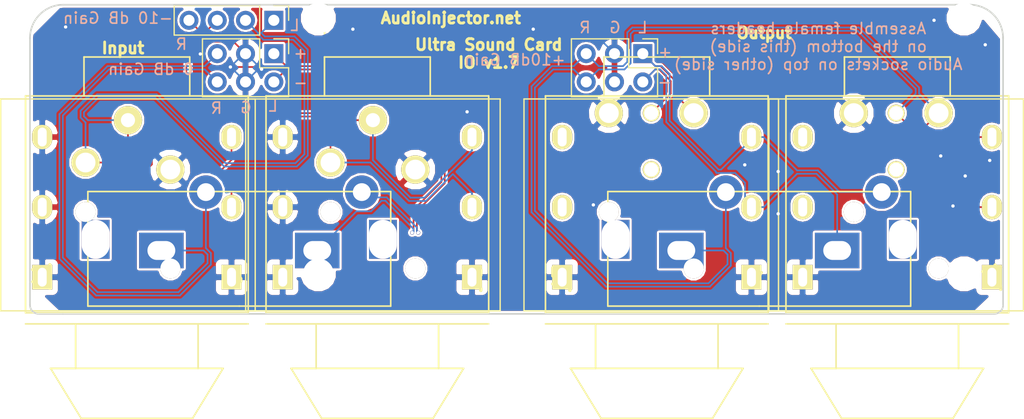
<source format=kicad_pcb>
(kicad_pcb (version 20171130) (host pcbnew 6.0.0-rc1-unknown-3eb3db0~66~ubuntu18.04.1)

  (general
    (thickness 1.6)
    (drawings 31)
    (tracks 287)
    (zones 0)
    (modules 17)
    (nets 14)
  )

  (page A3)
  (layers
    (0 F.Cu signal)
    (31 B.Cu signal)
    (32 B.Adhes user)
    (33 F.Adhes user)
    (34 B.Paste user)
    (35 F.Paste user)
    (36 B.SilkS user)
    (37 F.SilkS user)
    (38 B.Mask user)
    (39 F.Mask user)
    (40 Dwgs.User user)
    (41 Cmts.User user)
    (42 Eco1.User user)
    (43 Eco2.User user)
    (44 Edge.Cuts user)
    (45 Margin user)
    (46 B.CrtYd user)
    (47 F.CrtYd user)
    (48 B.Fab user)
    (49 F.Fab user hide)
  )

  (setup
    (last_trace_width 0.15)
    (trace_clearance 0.15)
    (zone_clearance 0.2)
    (zone_45_only no)
    (trace_min 0.15)
    (via_size 0.35)
    (via_drill 0.3)
    (via_min_size 0.35)
    (via_min_drill 0.3)
    (uvia_size 0.508)
    (uvia_drill 0.127)
    (uvias_allowed no)
    (uvia_min_size 0.508)
    (uvia_min_drill 0.127)
    (edge_width 0.15)
    (segment_width 0.2)
    (pcb_text_width 0.3)
    (pcb_text_size 1 1)
    (mod_edge_width 0.15)
    (mod_text_size 1 1)
    (mod_text_width 0.15)
    (pad_size 2.75 2.75)
    (pad_drill 2.75)
    (pad_to_mask_clearance 0)
    (aux_axis_origin 117.8687 84.2645)
    (grid_origin 156.9 173.8)
    (visible_elements FFFDFF7F)
    (pcbplotparams
      (layerselection 0x010ff_ffffffff)
      (usegerberextensions true)
      (usegerberattributes false)
      (usegerberadvancedattributes false)
      (creategerberjobfile false)
      (gerberprecision 5)
      (excludeedgelayer false)
      (linewidth 0.150000)
      (plotframeref true)
      (viasonmask false)
      (mode 1)
      (useauxorigin false)
      (hpglpennumber 1)
      (hpglpenspeed 20)
      (hpglpendiameter 15.000000)
      (psnegative false)
      (psa4output false)
      (plotreference true)
      (plotvalue false)
      (plotinvisibletext false)
      (padsonsilk false)
      (subtractmaskfromsilk false)
      (outputformat 1)
      (mirror false)
      (drillshape 0)
      (scaleselection 1)
      (outputdirectory "flax.project24/"))
  )

  (net 0 "")
  (net 1 AGND)
  (net 2 /OUTR-)
  (net 3 /OUTR+)
  (net 4 /LIN+)
  (net 5 /RIN-)
  (net 6 /RIN+)
  (net 7 /LIN-)
  (net 8 /OUTL+)
  (net 9 /OUTL-)
  (net 10 /Lin1+)
  (net 11 /Lin1-)
  (net 12 /Rin1+)
  (net 13 /Rin1-)

  (net_class Default "This is the default net class."
    (clearance 0.15)
    (trace_width 0.15)
    (via_dia 0.35)
    (via_drill 0.3)
    (uvia_dia 0.508)
    (uvia_drill 0.127)
    (diff_pair_width 0.15)
    (diff_pair_gap 0.15)
    (add_net /LIN+)
    (add_net /LIN-)
    (add_net /Lin1+)
    (add_net /Lin1-)
    (add_net /OUTL+)
    (add_net /OUTL-)
    (add_net /OUTR+)
    (add_net /OUTR-)
    (add_net /RIN+)
    (add_net /RIN-)
    (add_net /Rin1+)
    (add_net /Rin1-)
    (add_net AGND)
  )

  (net_class chip ""
    (clearance 0.15)
    (trace_width 0.2)
    (via_dia 0.889)
    (via_drill 0.635)
    (uvia_dia 0.508)
    (uvia_drill 0.127)
    (diff_pair_width 0.15)
    (diff_pair_gap 0.15)
  )

  (net_class power ""
    (clearance 0.254)
    (trace_width 0.5)
    (via_dia 0.889)
    (via_drill 0.635)
    (uvia_dia 0.508)
    (uvia_drill 0.127)
    (diff_pair_width 0.15)
    (diff_pair_gap 0.15)
  )

  (net_class "power big" ""
    (clearance 0.254)
    (trace_width 1)
    (via_dia 0.45)
    (via_drill 0.4)
    (uvia_dia 0.508)
    (uvia_drill 0.127)
    (diff_pair_width 0.15)
    (diff_pair_gap 0.15)
  )

  (net_class "power half" ""
    (clearance 0.15)
    (trace_width 0.25)
    (via_dia 0.35)
    (via_drill 0.3)
    (uvia_dia 0.508)
    (uvia_drill 0.127)
    (diff_pair_width 0.15)
    (diff_pair_gap 0.15)
  )

  (net_class small ""
    (clearance 0.15)
    (trace_width 0.2)
    (via_dia 0.889)
    (via_drill 0.635)
    (uvia_dia 0.508)
    (uvia_drill 0.127)
    (diff_pair_width 0.15)
    (diff_pair_gap 0.15)
  )

  (module 635mm:334g_6p (layer F.Cu) (tedit 5B43D1A0) (tstamp 5AC37277)
    (at 160 175.5 90)
    (path /5AC1116C)
    (fp_text reference J4 (at 3.2 8.6 90) (layer F.SilkS)
      (effects (font (size 1.524 1.524) (thickness 0.3048)))
    )
    (fp_text value Audio-Jack-3 (at 9.99998 -1.00076 90) (layer F.SilkS) hide
      (effects (font (size 1.524 1.524) (thickness 0.3048)))
    )
    (fp_line (start 19.5 -4.75) (end 23 -4.75) (layer F.SilkS) (width 0.15))
    (fp_line (start 23 -4.75) (end 23 4.75) (layer F.SilkS) (width 0.15))
    (fp_line (start 23 4.75) (end 19.5 4.75) (layer F.SilkS) (width 0.15))
    (fp_line (start -9.5 5) (end -9.5 -5) (layer F.SilkS) (width 0.15))
    (fp_line (start -5 7.75) (end -9.5 5) (layer F.SilkS) (width 0.15))
    (fp_line (start -5 -5.5) (end -5 -7.75) (layer F.SilkS) (width 0.15))
    (fp_line (start -5 7.75) (end -5 5.5) (layer F.SilkS) (width 0.15))
    (fp_line (start -5 -5.5) (end -5 -7.75) (layer F.SilkS) (width 0.15))
    (fp_line (start -5 -7.75) (end -9.5 -5) (layer F.SilkS) (width 0.15))
    (fp_line (start -1 -5.5) (end -5 -5.5) (layer F.SilkS) (width 0.15))
    (fp_line (start -5 -5.5) (end -5 5.5) (layer F.SilkS) (width 0.15))
    (fp_line (start -5 5.5) (end -1 5.5) (layer F.SilkS) (width 0.15))
    (fp_line (start -1 10) (end -1 -10) (layer F.SilkS) (width 0.15))
    (fp_line (start 0 10) (end 0 -10) (layer F.SilkS) (width 0.15))
    (fp_line (start 19.5 -10) (end 19.5 10) (layer F.SilkS) (width 0.15))
    (fp_line (start 0 10) (end 19.5 10) (layer F.SilkS) (width 0.15))
    (fp_line (start 0 -10) (end 19.5 -10) (layer F.SilkS) (width 0.15))
    (pad 3 thru_hole rect (at 3.20116 -8.5 90) (size 2.19964 1.80086) (drill oval 1.69926 0.8001) (layers *.Cu *.Mask F.SilkS)
      (net 1 AGND))
    (pad 4 thru_hole oval (at 9.50036 -8.5 90) (size 2.19964 1.80086) (drill oval 1.69926 0.8001) (layers *.Cu *.Mask F.SilkS))
    (pad 4 thru_hole oval (at 15.79956 -8.5 90) (size 2.19964 1.80086) (drill oval 1.69926 0.8001) (layers *.Cu *.Mask F.SilkS))
    (pad 3 thru_hole rect (at 3.20116 8.5 90) (size 2.19964 1.80086) (drill oval 1.69926 0.8001) (layers *.Cu *.Mask F.SilkS)
      (net 1 AGND))
    (pad 2 thru_hole oval (at 9.50036 8.5 90) (size 2.19964 1.80086) (drill oval 1.69926 0.8001) (layers *.Cu *.Mask F.SilkS)
      (net 2 /OUTR-))
    (pad 1 thru_hole oval (at 15.79956 8.5 90) (size 2.19964 1.80086) (drill oval 1.69926 0.8001) (layers *.Cu *.Mask F.SilkS)
      (net 3 /OUTR+))
  )

  (module XLR_Neutrik:XLR-NC3MA (layer F.Cu) (tedit 5B43D15C) (tstamp 5B43C2EE)
    (at 159.9 165.8 180)
    (path /5B43C9EE)
    (fp_text reference J10 (at 3.8 8.4 180) (layer F.SilkS)
      (effects (font (size 1.016 1.016) (thickness 0.1016)))
    )
    (fp_text value Audio-Jack-3 (at -8.89 8.89 180) (layer F.SilkS) hide
      (effects (font (size 1.016 1.016) (thickness 0.1016)))
    )
    (fp_line (start 11.43 9.525) (end 11.43 -9.525) (layer F.SilkS) (width 0.127))
    (fp_line (start -11.43 9.525) (end 11.43 9.525) (layer F.SilkS) (width 0.127))
    (fp_line (start -11.43 -9.525) (end -11.43 9.525) (layer F.SilkS) (width 0.127))
    (fp_line (start -11.43 -9.525) (end 11.43 -9.525) (layer F.SilkS) (width 0.127))
    (pad 4 thru_hole circle (at 0 3.175 180) (size 1.524 1.524) (drill 1.27) (layers *.Cu *.Mask F.SilkS))
    (pad Hole thru_hole circle (at 3.81 -0.635 180) (size 1.778 1.778) (drill 1.778) (layers *.Cu *.Mask F.SilkS))
    (pad Hole thru_hole circle (at -3.81 -5.715 180) (size 1.778 1.778) (drill 1.778) (layers *.Cu *.Mask F.SilkS))
    (pad 1 thru_hole circle (at 3.81 8.255 180) (size 2.54 2.54) (drill 1.778) (layers *.Cu *.Mask F.SilkS)
      (net 1 AGND))
    (pad 3 thru_hole circle (at 0 8.255 180) (size 1.524 1.524) (drill 1.27) (layers *.Cu *.Mask F.SilkS)
      (net 2 /OUTR-))
    (pad 2 thru_hole circle (at -3.81 8.255 180) (size 2.54 2.54) (drill 1.778) (layers *.Cu *.Mask F.SilkS)
      (net 3 /OUTR+))
  )

  (module XLR_Neutrik:XLR-NC3MA (layer F.Cu) (tedit 5B43D164) (tstamp 5B43C2E0)
    (at 137.9 165.8 180)
    (path /5B43C9E6)
    (fp_text reference J9 (at 8.1 -6.3 180) (layer F.SilkS)
      (effects (font (size 1.016 1.016) (thickness 0.1016)))
    )
    (fp_text value Audio-Jack-3 (at -8.89 8.89 180) (layer F.SilkS) hide
      (effects (font (size 1.016 1.016) (thickness 0.1016)))
    )
    (fp_line (start 11.43 9.525) (end 11.43 -9.525) (layer F.SilkS) (width 0.127))
    (fp_line (start -11.43 9.525) (end 11.43 9.525) (layer F.SilkS) (width 0.127))
    (fp_line (start -11.43 -9.525) (end -11.43 9.525) (layer F.SilkS) (width 0.127))
    (fp_line (start -11.43 -9.525) (end 11.43 -9.525) (layer F.SilkS) (width 0.127))
    (pad 4 thru_hole circle (at 0 3.175 180) (size 1.524 1.524) (drill 1.27) (layers *.Cu *.Mask F.SilkS))
    (pad Hole thru_hole circle (at 3.81 -0.635 180) (size 1.778 1.778) (drill 1.778) (layers *.Cu *.Mask F.SilkS))
    (pad Hole thru_hole circle (at -3.81 -5.715 180) (size 1.778 1.778) (drill 1.778) (layers *.Cu *.Mask F.SilkS))
    (pad 1 thru_hole circle (at 3.81 8.255 180) (size 2.54 2.54) (drill 1.778) (layers *.Cu *.Mask F.SilkS)
      (net 1 AGND))
    (pad 3 thru_hole circle (at 0 8.255 180) (size 1.524 1.524) (drill 1.27) (layers *.Cu *.Mask F.SilkS)
      (net 9 /OUTL-))
    (pad 2 thru_hole circle (at -3.81 8.255 180) (size 2.54 2.54) (drill 1.778) (layers *.Cu *.Mask F.SilkS)
      (net 8 /OUTL+))
  )

  (module XLR_Neutrik:XLR-NC3FA (layer F.Cu) (tedit 5B43D154) (tstamp 5B43C2D2)
    (at 112.9 165.8 180)
    (path /5B43C380)
    (fp_text reference J8 (at 0 -8.255 180) (layer F.SilkS) hide
      (effects (font (size 1.016 1.016) (thickness 0.1016)))
    )
    (fp_text value Audio-Jack-3 (at -8.89 8.89 180) (layer F.SilkS) hide
      (effects (font (size 1.016 1.016) (thickness 0.1016)))
    )
    (fp_line (start 11.43 9.525) (end 11.43 -9.525) (layer F.SilkS) (width 0.127))
    (fp_line (start -11.43 9.525) (end 11.43 9.525) (layer F.SilkS) (width 0.127))
    (fp_line (start -11.43 -9.525) (end -11.43 9.525) (layer F.SilkS) (width 0.127))
    (fp_line (start -11.43 -9.525) (end 11.43 -9.525) (layer F.SilkS) (width 0.127))
    (pad Hole thru_hole circle (at 3.81 -0.635 180) (size 1.778 1.778) (drill 1.778) (layers *.Cu *.Mask F.SilkS))
    (pad Hole thru_hole circle (at -3.81 -5.715 180) (size 1.778 1.778) (drill 1.778) (layers *.Cu *.Mask F.SilkS))
    (pad 2 thru_hole circle (at 3.81 3.81 180) (size 2.54 2.54) (drill 1.778) (layers *.Cu *.Mask F.SilkS)
      (net 12 /Rin1+))
    (pad 3 thru_hole circle (at 0 7.62 180) (size 2.54 2.54) (drill 1.27) (layers *.Cu *.Mask F.SilkS)
      (net 13 /Rin1-))
    (pad 1 thru_hole circle (at -3.81 3.175 180) (size 2.54 2.54) (drill 1.778) (layers *.Cu *.Mask F.SilkS)
      (net 1 AGND))
  )

  (module XLR_Neutrik:XLR-NC3FA (layer F.Cu) (tedit 5B43D14D) (tstamp 5B43C2C5)
    (at 90.9 165.8 180)
    (path /5B43C37A)
    (fp_text reference J7 (at 0 -8.255 180) (layer F.SilkS) hide
      (effects (font (size 1.016 1.016) (thickness 0.1016)))
    )
    (fp_text value Audio-Jack-3 (at -8.89 8.89 180) (layer F.SilkS) hide
      (effects (font (size 1.016 1.016) (thickness 0.1016)))
    )
    (fp_line (start 11.43 9.525) (end 11.43 -9.525) (layer F.SilkS) (width 0.127))
    (fp_line (start -11.43 9.525) (end 11.43 9.525) (layer F.SilkS) (width 0.127))
    (fp_line (start -11.43 -9.525) (end -11.43 9.525) (layer F.SilkS) (width 0.127))
    (fp_line (start -11.43 -9.525) (end 11.43 -9.525) (layer F.SilkS) (width 0.127))
    (pad Hole thru_hole circle (at 3.81 -0.635 180) (size 1.778 1.778) (drill 1.778) (layers *.Cu *.Mask F.SilkS))
    (pad Hole thru_hole circle (at -3.81 -5.715 180) (size 1.778 1.778) (drill 1.778) (layers *.Cu *.Mask F.SilkS))
    (pad 2 thru_hole circle (at 3.81 3.81 180) (size 2.54 2.54) (drill 1.778) (layers *.Cu *.Mask F.SilkS)
      (net 10 /Lin1+))
    (pad 3 thru_hole circle (at 0 7.62 180) (size 2.54 2.54) (drill 1.27) (layers *.Cu *.Mask F.SilkS)
      (net 11 /Lin1-))
    (pad 1 thru_hole circle (at -3.81 3.175 180) (size 2.54 2.54) (drill 1.778) (layers *.Cu *.Mask F.SilkS)
      (net 1 AGND))
  )

  (module 635mm:334g_6p (layer F.Cu) (tedit 5B43D18F) (tstamp 5AC0C764)
    (at 113.3 175.5 90)
    (path /5AC0C3F8)
    (fp_text reference J3 (at 3.1 8.6 90) (layer F.SilkS)
      (effects (font (size 1.524 1.524) (thickness 0.3048)))
    )
    (fp_text value Audio-Jack-3 (at 9.99998 -1.00076 90) (layer F.SilkS) hide
      (effects (font (size 1.524 1.524) (thickness 0.3048)))
    )
    (fp_line (start 19.5 -4.75) (end 23 -4.75) (layer F.SilkS) (width 0.15))
    (fp_line (start 23 -4.75) (end 23 4.75) (layer F.SilkS) (width 0.15))
    (fp_line (start 23 4.75) (end 19.5 4.75) (layer F.SilkS) (width 0.15))
    (fp_line (start -9.5 5) (end -9.5 -5) (layer F.SilkS) (width 0.15))
    (fp_line (start -5 7.75) (end -9.5 5) (layer F.SilkS) (width 0.15))
    (fp_line (start -5 -5.5) (end -5 -7.75) (layer F.SilkS) (width 0.15))
    (fp_line (start -5 7.75) (end -5 5.5) (layer F.SilkS) (width 0.15))
    (fp_line (start -5 -5.5) (end -5 -7.75) (layer F.SilkS) (width 0.15))
    (fp_line (start -5 -7.75) (end -9.5 -5) (layer F.SilkS) (width 0.15))
    (fp_line (start -1 -5.5) (end -5 -5.5) (layer F.SilkS) (width 0.15))
    (fp_line (start -5 -5.5) (end -5 5.5) (layer F.SilkS) (width 0.15))
    (fp_line (start -5 5.5) (end -1 5.5) (layer F.SilkS) (width 0.15))
    (fp_line (start -1 10) (end -1 -10) (layer F.SilkS) (width 0.15))
    (fp_line (start 0 10) (end 0 -10) (layer F.SilkS) (width 0.15))
    (fp_line (start 19.5 -10) (end 19.5 10) (layer F.SilkS) (width 0.15))
    (fp_line (start 0 10) (end 19.5 10) (layer F.SilkS) (width 0.15))
    (fp_line (start 0 -10) (end 19.5 -10) (layer F.SilkS) (width 0.15))
    (pad 3 thru_hole rect (at 3.20116 -8.5 90) (size 2.19964 1.80086) (drill oval 1.69926 0.8001) (layers *.Cu *.Mask F.SilkS)
      (net 1 AGND))
    (pad 3 thru_hole oval (at 9.50036 -8.5 90) (size 2.19964 1.80086) (drill oval 1.69926 0.8001) (layers *.Cu *.Mask F.SilkS)
      (net 1 AGND))
    (pad 3 thru_hole oval (at 15.79956 -8.5 90) (size 2.19964 1.80086) (drill oval 1.69926 0.8001) (layers *.Cu *.Mask F.SilkS)
      (net 1 AGND))
    (pad 3 thru_hole rect (at 3.20116 8.5 90) (size 2.19964 1.80086) (drill oval 1.69926 0.8001) (layers *.Cu *.Mask F.SilkS)
      (net 1 AGND))
    (pad 2 thru_hole oval (at 9.50036 8.5 90) (size 2.19964 1.80086) (drill oval 1.69926 0.8001) (layers *.Cu *.Mask F.SilkS)
      (net 12 /Rin1+))
    (pad 1 thru_hole oval (at 15.79956 8.5 90) (size 2.19964 1.80086) (drill oval 1.69926 0.8001) (layers *.Cu *.Mask F.SilkS)
      (net 13 /Rin1-))
  )

  (module AV2-8:AV2-8.4-10 (layer F.Cu) (tedit 59470424) (tstamp 5B221CD7)
    (at 100.9 174.9)
    (path /5B07DCF9)
    (fp_text reference U6 (at -0.6 -2.5) (layer F.SilkS)
      (effects (font (size 1 1) (thickness 0.15)))
    )
    (fp_text value AV2-8.4-10 (at 0.05 -0.92) (layer F.Fab)
      (effects (font (size 1 1) (thickness 0.15)))
    )
    (fp_line (start 0 0) (end 13.6 0) (layer F.SilkS) (width 0.15))
    (fp_line (start 13.6 0) (end 13.6 -10.3) (layer F.SilkS) (width 0.15))
    (fp_line (start 13.6 -10.3) (end -13.6 -10.3) (layer F.SilkS) (width 0.15))
    (fp_line (start -13.6 -10.3) (end -13.6 0) (layer F.SilkS) (width 0.15))
    (fp_line (start -13.6 0) (end 0 0) (layer F.SilkS) (width 0.15))
    (pad 1 thru_hole rect (at 7 -5) (size 4 3.2) (drill oval 2.5 1.7) (layers *.Cu *.Mask)
      (net 7 /LIN-))
    (pad 3 thru_hole rect (at -7 -5) (size 4 3.2) (drill oval 2.5 1.7) (layers *.Cu *.Mask)
      (net 5 /RIN-))
    (pad 2 thru_hole circle (at 11 -10.25) (size 3 3) (drill 1.6) (layers *.Cu *.Mask)
      (net 4 /LIN+))
    (pad 4 thru_hole circle (at -3 -10.25) (size 3 3) (drill 1.6) (layers *.Cu *.Mask)
      (net 6 /RIN+))
    (pad "" np_thru_hole rect (at 12.9 -6) (size 2.5 3.5) (drill oval 2.5 3.5) (layers *.Cu))
    (pad "" np_thru_hole rect (at -12.9 -6) (size 2.5 3.5) (drill oval 2.5 3.5) (layers *.Cu))
  )

  (module 635mm:334g_6p (layer F.Cu) (tedit 5B43D186) (tstamp 5AC0C749)
    (at 91.7 175.5 90)
    (path /5AC0B7EE)
    (fp_text reference J1 (at 3.3 -8.5 90) (layer F.SilkS)
      (effects (font (size 1.524 1.524) (thickness 0.3048)))
    )
    (fp_text value Audio-Jack-3 (at 9.99998 -1.00076 90) (layer F.SilkS) hide
      (effects (font (size 1.524 1.524) (thickness 0.3048)))
    )
    (fp_line (start 19.5 -4.75) (end 23 -4.75) (layer F.SilkS) (width 0.15))
    (fp_line (start 23 -4.75) (end 23 4.75) (layer F.SilkS) (width 0.15))
    (fp_line (start 23 4.75) (end 19.5 4.75) (layer F.SilkS) (width 0.15))
    (fp_line (start -9.5 5) (end -9.5 -5) (layer F.SilkS) (width 0.15))
    (fp_line (start -5 7.75) (end -9.5 5) (layer F.SilkS) (width 0.15))
    (fp_line (start -5 -5.5) (end -5 -7.75) (layer F.SilkS) (width 0.15))
    (fp_line (start -5 7.75) (end -5 5.5) (layer F.SilkS) (width 0.15))
    (fp_line (start -5 -5.5) (end -5 -7.75) (layer F.SilkS) (width 0.15))
    (fp_line (start -5 -7.75) (end -9.5 -5) (layer F.SilkS) (width 0.15))
    (fp_line (start -1 -5.5) (end -5 -5.5) (layer F.SilkS) (width 0.15))
    (fp_line (start -5 -5.5) (end -5 5.5) (layer F.SilkS) (width 0.15))
    (fp_line (start -5 5.5) (end -1 5.5) (layer F.SilkS) (width 0.15))
    (fp_line (start -1 10) (end -1 -10) (layer F.SilkS) (width 0.15))
    (fp_line (start 0 10) (end 0 -10) (layer F.SilkS) (width 0.15))
    (fp_line (start 19.5 -10) (end 19.5 10) (layer F.SilkS) (width 0.15))
    (fp_line (start 0 10) (end 19.5 10) (layer F.SilkS) (width 0.15))
    (fp_line (start 0 -10) (end 19.5 -10) (layer F.SilkS) (width 0.15))
    (pad 3 thru_hole rect (at 3.20116 -8.5 90) (size 2.19964 1.80086) (drill oval 1.69926 0.8001) (layers *.Cu *.Mask F.SilkS)
      (net 1 AGND))
    (pad 3 thru_hole oval (at 9.50036 -8.5 90) (size 2.19964 1.80086) (drill oval 1.69926 0.8001) (layers *.Cu *.Mask F.SilkS)
      (net 1 AGND))
    (pad 3 thru_hole oval (at 15.79956 -8.5 90) (size 2.19964 1.80086) (drill oval 1.69926 0.8001) (layers *.Cu *.Mask F.SilkS)
      (net 1 AGND))
    (pad 3 thru_hole rect (at 3.20116 8.5 90) (size 2.19964 1.80086) (drill oval 1.69926 0.8001) (layers *.Cu *.Mask F.SilkS)
      (net 1 AGND))
    (pad 2 thru_hole oval (at 9.50036 8.5 90) (size 2.19964 1.80086) (drill oval 1.69926 0.8001) (layers *.Cu *.Mask F.SilkS)
      (net 10 /Lin1+))
    (pad 1 thru_hole oval (at 15.79956 8.5 90) (size 2.19964 1.80086) (drill oval 1.69926 0.8001) (layers *.Cu *.Mask F.SilkS)
      (net 11 /Lin1-))
  )

  (module 1pin locked (layer F.Cu) (tedit 5B06A110) (tstamp 5B06A0DE)
    (at 165.8 180.5)
    (descr "module 1 pin (ou trou mecanique de percage)")
    (tags DEV)
    (path 1pin)
    (fp_text reference 1PIN (at 0 -3.048) (layer F.SilkS) hide
      (effects (font (size 1.016 1.016) (thickness 0.254)))
    )
    (fp_text value P*** (at 0 2.794) (layer F.SilkS) hide
      (effects (font (size 1.016 1.016) (thickness 0.254)))
    )
    (pad "" np_thru_hole circle (at 0.2 -8.5) (size 2.75 2.75) (drill 2.75) (layers *.Cu))
  )

  (module 635mm:334g_6p (layer F.Cu) (tedit 5B43D198) (tstamp 5AC37292)
    (at 138.4 175.5 90)
    (path /5AC10846)
    (fp_text reference J5 (at 3.1 -8.5 90) (layer F.SilkS)
      (effects (font (size 1.524 1.524) (thickness 0.3048)))
    )
    (fp_text value Audio-Jack-3 (at 9.99998 -1.00076 90) (layer F.SilkS) hide
      (effects (font (size 1.524 1.524) (thickness 0.3048)))
    )
    (fp_line (start 19.5 -4.75) (end 23 -4.75) (layer F.SilkS) (width 0.15))
    (fp_line (start 23 -4.75) (end 23 4.75) (layer F.SilkS) (width 0.15))
    (fp_line (start 23 4.75) (end 19.5 4.75) (layer F.SilkS) (width 0.15))
    (fp_line (start -9.5 5) (end -9.5 -5) (layer F.SilkS) (width 0.15))
    (fp_line (start -5 7.75) (end -9.5 5) (layer F.SilkS) (width 0.15))
    (fp_line (start -5 -5.5) (end -5 -7.75) (layer F.SilkS) (width 0.15))
    (fp_line (start -5 7.75) (end -5 5.5) (layer F.SilkS) (width 0.15))
    (fp_line (start -5 -5.5) (end -5 -7.75) (layer F.SilkS) (width 0.15))
    (fp_line (start -5 -7.75) (end -9.5 -5) (layer F.SilkS) (width 0.15))
    (fp_line (start -1 -5.5) (end -5 -5.5) (layer F.SilkS) (width 0.15))
    (fp_line (start -5 -5.5) (end -5 5.5) (layer F.SilkS) (width 0.15))
    (fp_line (start -5 5.5) (end -1 5.5) (layer F.SilkS) (width 0.15))
    (fp_line (start -1 10) (end -1 -10) (layer F.SilkS) (width 0.15))
    (fp_line (start 0 10) (end 0 -10) (layer F.SilkS) (width 0.15))
    (fp_line (start 19.5 -10) (end 19.5 10) (layer F.SilkS) (width 0.15))
    (fp_line (start 0 10) (end 19.5 10) (layer F.SilkS) (width 0.15))
    (fp_line (start 0 -10) (end 19.5 -10) (layer F.SilkS) (width 0.15))
    (pad 3 thru_hole rect (at 3.20116 -8.5 90) (size 2.19964 1.80086) (drill oval 1.69926 0.8001) (layers *.Cu *.Mask F.SilkS)
      (net 1 AGND))
    (pad 4 thru_hole oval (at 9.50036 -8.5 90) (size 2.19964 1.80086) (drill oval 1.69926 0.8001) (layers *.Cu *.Mask F.SilkS))
    (pad 4 thru_hole oval (at 15.79956 -8.5 90) (size 2.19964 1.80086) (drill oval 1.69926 0.8001) (layers *.Cu *.Mask F.SilkS))
    (pad 3 thru_hole rect (at 3.20116 8.5 90) (size 2.19964 1.80086) (drill oval 1.69926 0.8001) (layers *.Cu *.Mask F.SilkS)
      (net 1 AGND))
    (pad 2 thru_hole oval (at 9.50036 8.5 90) (size 2.19964 1.80086) (drill oval 1.69926 0.8001) (layers *.Cu *.Mask F.SilkS)
      (net 9 /OUTL-))
    (pad 1 thru_hole oval (at 15.79956 8.5 90) (size 2.19964 1.80086) (drill oval 1.69926 0.8001) (layers *.Cu *.Mask F.SilkS)
      (net 8 /OUTL+))
  )

  (module 1pin locked (layer F.Cu) (tedit 5644D590) (tstamp 5AC04756)
    (at 108 149)
    (descr "module 1 pin (ou trou mecanique de percage)")
    (tags DEV)
    (path 1pin)
    (fp_text reference 1PIN (at 0 -3.048) (layer F.SilkS) hide
      (effects (font (size 1.016 1.016) (thickness 0.254)))
    )
    (fp_text value P*** (at 0 2.794) (layer F.SilkS) hide
      (effects (font (size 1.016 1.016) (thickness 0.254)))
    )
    (pad "" np_thru_hole circle (at 0 0) (size 2.75 2.75) (drill 2.75) (layers *.Cu))
  )

  (module 1pin locked (layer F.Cu) (tedit 5644D4F1) (tstamp 5AC04752)
    (at 166 149)
    (descr "module 1 pin (ou trou mecanique de percage)")
    (tags DEV)
    (path 1pin)
    (fp_text reference 1PIN (at 0 -3.048) (layer F.SilkS) hide
      (effects (font (size 1.016 1.016) (thickness 0.254)))
    )
    (fp_text value P*** (at 0 2.794) (layer F.SilkS) hide
      (effects (font (size 1.016 1.016) (thickness 0.254)))
    )
    (pad "" np_thru_hole circle (at 0 0) (size 2.75 2.75) (drill 2.75) (layers *.Cu))
  )

  (module 1pin locked (layer F.Cu) (tedit 5644D50C) (tstamp 5AC046E7)
    (at 108 172)
    (descr "module 1 pin (ou trou mecanique de percage)")
    (tags DEV)
    (path 1pin)
    (fp_text reference 1PIN (at 0 -3.048) (layer F.SilkS) hide
      (effects (font (size 1.016 1.016) (thickness 0.254)))
    )
    (fp_text value P*** (at 0 2.794) (layer F.SilkS) hide
      (effects (font (size 1.016 1.016) (thickness 0.254)))
    )
    (pad "" np_thru_hole circle (at 0 0) (size 2.75 2.75) (drill 2.75) (layers *.Cu))
  )

  (module Pin_Headers:Pin_Header_Straight_2x03_Pitch2.54mm (layer F.Cu) (tedit 5B43D17C) (tstamp 5B0D06FB)
    (at 137.14 152.2 270)
    (descr "Through hole straight pin header, 2x03, 2.54mm pitch, double rows")
    (tags "Through hole pin header THT 2x03 2.54mm double row")
    (path /5B0A327A)
    (fp_text reference J2 (at 1.27 -2.33 270) (layer F.SilkS) hide
      (effects (font (size 1 1) (thickness 0.15)))
    )
    (fp_text value Out (at 1.27 7.41 270) (layer F.Fab)
      (effects (font (size 1 1) (thickness 0.15)))
    )
    (fp_line (start 0 -1.27) (end 3.81 -1.27) (layer F.Fab) (width 0.1))
    (fp_line (start 3.81 -1.27) (end 3.81 6.35) (layer F.Fab) (width 0.1))
    (fp_line (start 3.81 6.35) (end -1.27 6.35) (layer F.Fab) (width 0.1))
    (fp_line (start -1.27 6.35) (end -1.27 0) (layer F.Fab) (width 0.1))
    (fp_line (start -1.27 0) (end 0 -1.27) (layer F.Fab) (width 0.1))
    (fp_line (start -1.33 6.41) (end 3.87 6.41) (layer F.SilkS) (width 0.12))
    (fp_line (start -1.33 1.27) (end -1.33 6.41) (layer F.SilkS) (width 0.12))
    (fp_line (start 3.87 -1.33) (end 3.87 6.41) (layer F.SilkS) (width 0.12))
    (fp_line (start -1.33 1.27) (end 1.27 1.27) (layer F.SilkS) (width 0.12))
    (fp_line (start 1.27 1.27) (end 1.27 -1.33) (layer F.SilkS) (width 0.12))
    (fp_line (start 1.27 -1.33) (end 3.87 -1.33) (layer F.SilkS) (width 0.12))
    (fp_line (start -1.33 0) (end -1.33 -1.33) (layer F.SilkS) (width 0.12))
    (fp_line (start -1.33 -1.33) (end 0 -1.33) (layer F.SilkS) (width 0.12))
    (fp_line (start -1.8 -1.8) (end -1.8 6.85) (layer F.CrtYd) (width 0.05))
    (fp_line (start -1.8 6.85) (end 4.35 6.85) (layer F.CrtYd) (width 0.05))
    (fp_line (start 4.35 6.85) (end 4.35 -1.8) (layer F.CrtYd) (width 0.05))
    (fp_line (start 4.35 -1.8) (end -1.8 -1.8) (layer F.CrtYd) (width 0.05))
    (fp_text user %R (at 1.27 2.54) (layer F.Fab)
      (effects (font (size 1 1) (thickness 0.15)))
    )
    (pad 1 thru_hole rect (at 0 0 270) (size 1.7 1.7) (drill 1) (layers *.Cu *.Mask)
      (net 8 /OUTL+))
    (pad 2 thru_hole oval (at 2.54 0 270) (size 1.7 1.7) (drill 1) (layers *.Cu *.Mask)
      (net 9 /OUTL-))
    (pad 3 thru_hole oval (at 0 2.54 270) (size 1.7 1.7) (drill 1) (layers *.Cu *.Mask)
      (net 1 AGND))
    (pad 4 thru_hole oval (at 2.54 2.54 270) (size 1.7 1.7) (drill 1) (layers *.Cu *.Mask)
      (net 1 AGND))
    (pad 5 thru_hole oval (at 0 5.08 270) (size 1.7 1.7) (drill 1) (layers *.Cu *.Mask)
      (net 3 /OUTR+))
    (pad 6 thru_hole oval (at 2.54 5.08 270) (size 1.7 1.7) (drill 1) (layers *.Cu *.Mask)
      (net 2 /OUTR-))
    (model ${KISYS3DMOD}/Pin_Headers.3dshapes/Pin_Header_Straight_2x03_Pitch2.54mm.wrl
      (at (xyz 0 0 0))
      (scale (xyz 1 1 1))
      (rotate (xyz 0 0 0))
    )
  )

  (module Pin_Headers:Pin_Header_Straight_2x03_Pitch2.54mm (layer F.Cu) (tedit 5B43D178) (tstamp 5B0D0E64)
    (at 104 152.2 270)
    (descr "Through hole straight pin header, 2x03, 2.54mm pitch, double rows")
    (tags "Through hole pin header THT 2x03 2.54mm double row")
    (path /5B0A53B1)
    (fp_text reference J6 (at 1.27 -2.33 270) (layer F.SilkS) hide
      (effects (font (size 1 1) (thickness 0.15)))
    )
    (fp_text value Out (at 1.27 7.41 270) (layer F.Fab)
      (effects (font (size 1 1) (thickness 0.15)))
    )
    (fp_line (start 0 -1.27) (end 3.81 -1.27) (layer F.Fab) (width 0.1))
    (fp_line (start 3.81 -1.27) (end 3.81 6.35) (layer F.Fab) (width 0.1))
    (fp_line (start 3.81 6.35) (end -1.27 6.35) (layer F.Fab) (width 0.1))
    (fp_line (start -1.27 6.35) (end -1.27 0) (layer F.Fab) (width 0.1))
    (fp_line (start -1.27 0) (end 0 -1.27) (layer F.Fab) (width 0.1))
    (fp_line (start -1.33 6.41) (end 3.87 6.41) (layer F.SilkS) (width 0.12))
    (fp_line (start -1.33 1.27) (end -1.33 6.41) (layer F.SilkS) (width 0.12))
    (fp_line (start 3.87 -1.33) (end 3.87 6.41) (layer F.SilkS) (width 0.12))
    (fp_line (start -1.33 1.27) (end 1.27 1.27) (layer F.SilkS) (width 0.12))
    (fp_line (start 1.27 1.27) (end 1.27 -1.33) (layer F.SilkS) (width 0.12))
    (fp_line (start 1.27 -1.33) (end 3.87 -1.33) (layer F.SilkS) (width 0.12))
    (fp_line (start -1.33 0) (end -1.33 -1.33) (layer F.SilkS) (width 0.12))
    (fp_line (start -1.33 -1.33) (end 0 -1.33) (layer F.SilkS) (width 0.12))
    (fp_line (start -1.8 -1.8) (end -1.8 6.85) (layer F.CrtYd) (width 0.05))
    (fp_line (start -1.8 6.85) (end 4.35 6.85) (layer F.CrtYd) (width 0.05))
    (fp_line (start 4.35 6.85) (end 4.35 -1.8) (layer F.CrtYd) (width 0.05))
    (fp_line (start 4.35 -1.8) (end -1.8 -1.8) (layer F.CrtYd) (width 0.05))
    (fp_text user %R (at 1.27 2.54) (layer F.Fab)
      (effects (font (size 1 1) (thickness 0.15)))
    )
    (pad 1 thru_hole rect (at 0 0 270) (size 1.7 1.7) (drill 1) (layers *.Cu *.Mask)
      (net 4 /LIN+))
    (pad 2 thru_hole oval (at 2.54 0 270) (size 1.7 1.7) (drill 1) (layers *.Cu *.Mask)
      (net 7 /LIN-))
    (pad 3 thru_hole oval (at 0 2.54 270) (size 1.7 1.7) (drill 1) (layers *.Cu *.Mask)
      (net 1 AGND))
    (pad 4 thru_hole oval (at 2.54 2.54 270) (size 1.7 1.7) (drill 1) (layers *.Cu *.Mask)
      (net 1 AGND))
    (pad 5 thru_hole oval (at 0 5.08 270) (size 1.7 1.7) (drill 1) (layers *.Cu *.Mask)
      (net 6 /RIN+))
    (pad 6 thru_hole oval (at 2.54 5.08 270) (size 1.7 1.7) (drill 1) (layers *.Cu *.Mask)
      (net 5 /RIN-))
    (model ${KISYS3DMOD}/Pin_Headers.3dshapes/Pin_Header_Straight_2x03_Pitch2.54mm.wrl
      (at (xyz 0 0 0))
      (scale (xyz 1 1 1))
      (rotate (xyz 0 0 0))
    )
  )

  (module AV2-8:AV2-8.4-10 (layer F.Cu) (tedit 59470424) (tstamp 5B221CE6)
    (at 147.6 174.9)
    (path /5B07CD6C)
    (fp_text reference U7 (at -0.6 -2.5) (layer F.SilkS)
      (effects (font (size 1 1) (thickness 0.15)))
    )
    (fp_text value AV2-8.4-10 (at 0.05 -0.92) (layer F.Fab)
      (effects (font (size 1 1) (thickness 0.15)))
    )
    (fp_line (start 0 0) (end 13.6 0) (layer F.SilkS) (width 0.15))
    (fp_line (start 13.6 0) (end 13.6 -10.3) (layer F.SilkS) (width 0.15))
    (fp_line (start 13.6 -10.3) (end -13.6 -10.3) (layer F.SilkS) (width 0.15))
    (fp_line (start -13.6 -10.3) (end -13.6 0) (layer F.SilkS) (width 0.15))
    (fp_line (start -13.6 0) (end 0 0) (layer F.SilkS) (width 0.15))
    (pad 1 thru_hole rect (at 7 -5) (size 4 3.2) (drill oval 2.5 1.7) (layers *.Cu *.Mask)
      (net 9 /OUTL-))
    (pad 3 thru_hole rect (at -7 -5) (size 4 3.2) (drill oval 2.5 1.7) (layers *.Cu *.Mask)
      (net 2 /OUTR-))
    (pad 2 thru_hole circle (at 11 -10.25) (size 3 3) (drill 1.6) (layers *.Cu *.Mask)
      (net 8 /OUTL+))
    (pad 4 thru_hole circle (at -3 -10.25) (size 3 3) (drill 1.6) (layers *.Cu *.Mask)
      (net 3 /OUTR+))
    (pad "" np_thru_hole rect (at 12.9 -6) (size 2.5 3.5) (drill oval 2.5 3.5) (layers *.Cu))
    (pad "" np_thru_hole rect (at -12.9 -6) (size 2.5 3.5) (drill oval 2.5 3.5) (layers *.Cu))
  )

  (module Connector_PinHeader_2.54mm:PinHeader_1x04_P2.54mm_Vertical (layer F.Cu) (tedit 59FED5CC) (tstamp 5B61992A)
    (at 104 149.2 270)
    (descr "Through hole straight pin header, 1x04, 2.54mm pitch, single row")
    (tags "Through hole pin header THT 1x04 2.54mm single row")
    (path /5B60DCF4)
    (fp_text reference J11 (at 0 -4.1 270) (layer F.SilkS)
      (effects (font (size 1 1) (thickness 0.15)))
    )
    (fp_text value Conn_01x04 (at 0 9.95 270) (layer F.Fab)
      (effects (font (size 1 1) (thickness 0.15)))
    )
    (fp_line (start -0.635 -1.27) (end 1.27 -1.27) (layer F.Fab) (width 0.1))
    (fp_line (start 1.27 -1.27) (end 1.27 8.89) (layer F.Fab) (width 0.1))
    (fp_line (start 1.27 8.89) (end -1.27 8.89) (layer F.Fab) (width 0.1))
    (fp_line (start -1.27 8.89) (end -1.27 -0.635) (layer F.Fab) (width 0.1))
    (fp_line (start -1.27 -0.635) (end -0.635 -1.27) (layer F.Fab) (width 0.1))
    (fp_line (start -1.33 8.95) (end 1.33 8.95) (layer F.SilkS) (width 0.12))
    (fp_line (start -1.33 1.27) (end -1.33 8.95) (layer F.SilkS) (width 0.12))
    (fp_line (start 1.33 1.27) (end 1.33 8.95) (layer F.SilkS) (width 0.12))
    (fp_line (start -1.33 1.27) (end 1.33 1.27) (layer F.SilkS) (width 0.12))
    (fp_line (start -1.33 0) (end -1.33 -1.33) (layer F.SilkS) (width 0.12))
    (fp_line (start -1.33 -1.33) (end 0 -1.33) (layer F.SilkS) (width 0.12))
    (fp_line (start -1.8 -1.8) (end -1.8 9.4) (layer F.CrtYd) (width 0.05))
    (fp_line (start -1.8 9.4) (end 1.8 9.4) (layer F.CrtYd) (width 0.05))
    (fp_line (start 1.8 9.4) (end 1.8 -1.8) (layer F.CrtYd) (width 0.05))
    (fp_line (start 1.8 -1.8) (end -1.8 -1.8) (layer F.CrtYd) (width 0.05))
    (fp_text user %R (at 0 3.81) (layer F.Fab)
      (effects (font (size 1 1) (thickness 0.15)))
    )
    (pad 1 thru_hole rect (at 0 0 270) (size 1.7 1.7) (drill 1) (layers *.Cu *.Mask)
      (net 11 /Lin1-))
    (pad 2 thru_hole oval (at 0 2.54 270) (size 1.7 1.7) (drill 1) (layers *.Cu *.Mask)
      (net 10 /Lin1+))
    (pad 3 thru_hole oval (at 0 5.08 270) (size 1.7 1.7) (drill 1) (layers *.Cu *.Mask)
      (net 13 /Rin1-))
    (pad 4 thru_hole oval (at 0 7.62 270) (size 1.7 1.7) (drill 1) (layers *.Cu *.Mask)
      (net 12 /Rin1+))
    (model ${KISYS3DMOD}/Connector_PinHeader_2.54mm.3dshapes/PinHeader_1x04_P2.54mm_Vertical.wrl
      (at (xyz 0 0 0))
      (scale (xyz 1 1 1))
      (rotate (xyz 0 0 0))
    )
  )

  (gr_text - (at 139.1 154.75) (layer B.SilkS)
    (effects (font (size 1 1) (thickness 0.15)) (justify mirror))
  )
  (gr_text + (at 139.15 152.05) (layer B.SilkS)
    (effects (font (size 1 1) (thickness 0.15)) (justify mirror))
  )
  (gr_text L (at 105.9 149.65) (layer B.SilkS)
    (effects (font (size 1 1) (thickness 0.15)) (justify mirror))
  )
  (gr_text R (at 95.7 151.35) (layer B.SilkS)
    (effects (font (size 1 1) (thickness 0.15)) (justify mirror))
  )
  (gr_text - (at 106.4 154.8) (layer B.SilkS)
    (effects (font (size 1 1) (thickness 0.15)) (justify mirror))
  )
  (gr_text + (at 106.4 152.15) (layer B.SilkS)
    (effects (font (size 1 1) (thickness 0.15)) (justify mirror))
  )
  (gr_text G (at 101.5 157.05) (layer B.SilkS)
    (effects (font (size 1 1) (thickness 0.15)) (justify mirror))
  )
  (gr_text "Assemble female headers\non the bottom (this side)\nAudio sockets on top (other side)" (at 152.9 151.55) (layer B.SilkS)
    (effects (font (size 1 1) (thickness 0.15)) (justify mirror))
  )
  (gr_text "0 dB Gain" (at 92.95 153.6) (layer B.SilkS)
    (effects (font (size 1 1) (thickness 0.15)) (justify mirror))
  )
  (gr_text "-10 dB Gain" (at 90 149) (layer B.SilkS)
    (effects (font (size 1 1) (thickness 0.15)) (justify mirror))
  )
  (gr_text "+10dB Gain" (at 125.65 152.75) (layer B.SilkS)
    (effects (font (size 1 1) (thickness 0.15)) (justify mirror))
  )
  (gr_text G (at 134.65 149.85) (layer B.SilkS)
    (effects (font (size 1 1) (thickness 0.15)) (justify mirror))
  )
  (gr_text R (at 131.95 149.85) (layer B.SilkS)
    (effects (font (size 1 1) (thickness 0.15)) (justify mirror))
  )
  (gr_text L (at 137.15 149.85) (layer B.SilkS)
    (effects (font (size 1 1) (thickness 0.15)) (justify mirror))
  )
  (gr_text R (at 98.85 157.1) (layer B.SilkS)
    (effects (font (size 1 1) (thickness 0.15)) (justify mirror))
  )
  (gr_text L (at 103.95 156.9) (layer B.SilkS)
    (effects (font (size 1 1) (thickness 0.15)) (justify mirror))
  )
  (gr_line (start 82.1 172.8) (end 82.1 174.8) (layer Edge.Cuts) (width 0.15))
  (gr_line (start 85.1 175.6) (end 82.9 175.6) (layer Edge.Cuts) (width 0.15))
  (gr_line (start 166.5 175.6) (end 168.7 175.6) (layer Edge.Cuts) (width 0.15))
  (gr_text Output (at 148.04 150.34) (layer F.SilkS)
    (effects (font (size 1 1) (thickness 0.25)))
  )
  (gr_text Input (at 90.45 151.7) (layer F.SilkS)
    (effects (font (size 1 1) (thickness 0.25)))
  )
  (gr_arc (start 82.906226 174.8) (end 82.806226 175.6) (angle 82.87498365) (layer Edge.Cuts) (width 0.15) (tstamp 5B221DC1))
  (gr_line (start 82.1 150.8) (end 82.1 172.7) (angle 90) (layer Edge.Cuts) (width 0.15))
  (gr_line (start 169.5 174.8) (end 169.5 150.7) (angle 90) (layer Edge.Cuts) (width 0.15) (tstamp 5B3E6D2F))
  (gr_line (start 85.1 147.8) (end 166.6 147.8) (angle 90) (layer Edge.Cuts) (width 0.15))
  (gr_text "Ultra Sound Card\nIO v1.7" (at 123.3 152.2) (layer F.SilkS)
    (effects (font (size 1 1) (thickness 0.25)))
  )
  (gr_text AudioInjector.net (at 119.9 149) (layer F.SilkS)
    (effects (font (size 1 1) (thickness 0.25)))
  )
  (gr_line (start 166.5 175.6) (end 85 175.6) (angle 90) (layer Edge.Cuts) (width 0.15))
  (gr_arc (start 168.7 174.793774) (end 169.5 174.893774) (angle 82.87498365) (layer Edge.Cuts) (width 0.15) (tstamp 5AC04E32))
  (gr_arc (start 166.5 150.8) (end 166.5 147.8) (angle 90) (layer Edge.Cuts) (width 0.15) (tstamp 5AC04E30))
  (gr_arc (start 85.1 150.8) (end 82.1 150.8) (angle 90) (layer Edge.Cuts) (width 0.15) (tstamp 5AC04E23))

  (via (at 149.3 166.6) (size 0.35) (drill 0.3) (layers F.Cu B.Cu) (net 1))
  (segment (start 146.9 172.29884) (end 146.9 169) (width 0.15) (layer B.Cu) (net 1) (status 10))
  (segment (start 146.9 169) (end 149.3 166.6) (width 0.15) (layer B.Cu) (net 1))
  (via (at 132.7 165.8) (size 0.35) (drill 0.3) (layers F.Cu B.Cu) (net 1))
  (via (at 146.3 162.2) (size 0.35) (drill 0.3) (layers F.Cu B.Cu) (net 1))
  (via (at 149.3 162.8) (size 0.35) (drill 0.3) (layers F.Cu B.Cu) (net 1))
  (segment (start 149.3 166.352513) (end 149.3 162.8) (width 0.15) (layer F.Cu) (net 1))
  (segment (start 149.3 166.6) (end 149.3 166.352513) (width 0.15) (layer F.Cu) (net 1))
  (segment (start 146.3 162.2) (end 146.9 162.8) (width 0.15) (layer B.Cu) (net 1))
  (segment (start 149.052513 162.8) (end 149.3 162.8) (width 0.15) (layer B.Cu) (net 1))
  (segment (start 146.9 162.8) (end 149.052513 162.8) (width 0.15) (layer B.Cu) (net 1))
  (segment (start 134.6 152.2) (end 134.6 149.5) (width 0.15) (layer B.Cu) (net 1) (status 10))
  (segment (start 134.6 149.5) (end 135.3 148.8) (width 0.15) (layer B.Cu) (net 1))
  (segment (start 135.3 148.8) (end 162.9 148.8) (width 0.15) (layer B.Cu) (net 1))
  (via (at 163.3 149.2) (size 0.35) (drill 0.3) (layers F.Cu B.Cu) (net 1))
  (segment (start 162.9 148.8) (end 163.3 149.2) (width 0.15) (layer B.Cu) (net 1))
  (segment (start 163.3 149.2) (end 165.9 151.8) (width 0.15) (layer F.Cu) (net 1))
  (segment (start 165.9 151.8) (end 167.5 151.8) (width 0.15) (layer F.Cu) (net 1))
  (via (at 167.9 151.4) (size 0.35) (drill 0.3) (layers F.Cu B.Cu) (net 1))
  (segment (start 167.5 151.8) (end 167.9 151.4) (width 0.15) (layer F.Cu) (net 1))
  (via (at 163.9 161.4) (size 0.35) (drill 0.3) (layers F.Cu B.Cu) (net 1))
  (via (at 100.1 153.4) (size 0.35) (drill 0.3) (layers F.Cu B.Cu) (net 1))
  (segment (start 101.46 154.74) (end 100.12 153.4) (width 0.15) (layer B.Cu) (net 1) (status 10))
  (segment (start 100.12 153.4) (end 100.1 153.4) (width 0.15) (layer B.Cu) (net 1))
  (via (at 102.9 153.6) (size 0.35) (drill 0.3) (layers F.Cu B.Cu) (net 1))
  (segment (start 100.1 153.4) (end 102.7 153.4) (width 0.15) (layer F.Cu) (net 1))
  (segment (start 102.7 153.4) (end 102.9 153.6) (width 0.15) (layer F.Cu) (net 1))
  (segment (start 102.6 153.6) (end 101.46 154.74) (width 0.15) (layer B.Cu) (net 1) (status 20))
  (segment (start 102.9 153.6) (end 102.6 153.6) (width 0.15) (layer B.Cu) (net 1))
  (segment (start 101.5 152.2) (end 101.46 152.2) (width 0.15) (layer B.Cu) (net 1) (status 30))
  (segment (start 102.9 153.6) (end 101.5 152.2) (width 0.15) (layer B.Cu) (net 1) (status 20))
  (segment (start 101.3 152.2) (end 101.46 152.2) (width 0.15) (layer B.Cu) (net 1) (status 30))
  (segment (start 100.1 153.4) (end 101.3 152.2) (width 0.15) (layer B.Cu) (net 1) (status 20))
  (via (at 111.1 150) (size 0.35) (drill 0.3) (layers F.Cu B.Cu) (net 1))
  (segment (start 134.6 152.2) (end 132.4 150) (width 0.15) (layer B.Cu) (net 1) (status 10))
  (via (at 127.3 150) (size 0.35) (drill 0.3) (layers F.Cu B.Cu) (net 1))
  (segment (start 132.4 150) (end 127.3 150) (width 0.15) (layer B.Cu) (net 1))
  (segment (start 127.3 150) (end 111.1 150) (width 0.15) (layer B.Cu) (net 1))
  (via (at 85.3 149.8) (size 0.35) (drill 0.3) (layers F.Cu B.Cu) (net 1))
  (segment (start 83.2 159.70044) (end 83.2 151.9) (width 0.15) (layer B.Cu) (net 1) (status 10))
  (segment (start 83.2 151.9) (end 85.3 149.8) (width 0.15) (layer B.Cu) (net 1))
  (segment (start 163.9 160.3) (end 163.9 161.4) (width 0.15) (layer B.Cu) (net 1))
  (segment (start 167.9 151.4) (end 167.9 156.3) (width 0.15) (layer B.Cu) (net 1))
  (segment (start 167.9 156.3) (end 163.9 160.3) (width 0.15) (layer B.Cu) (net 1))
  (segment (start 127.3 150) (end 127.3 151.49) (width 0.15) (layer B.Cu) (net 1))
  (segment (start 127.3 151.49) (end 121.534999 157.255001) (width 0.15) (layer B.Cu) (net 1))
  (via (at 121.36 157.43) (size 0.35) (drill 0.3) (layers F.Cu B.Cu) (net 1))
  (segment (start 121.534999 157.255001) (end 121.36 157.43) (width 0.15) (layer B.Cu) (net 1))
  (segment (start 121.112513 157.43) (end 121.36 157.43) (width 0.15) (layer F.Cu) (net 1))
  (segment (start 118.53 157.43) (end 121.112513 157.43) (width 0.15) (layer F.Cu) (net 1))
  (segment (start 111.1 150) (end 118.53 157.43) (width 0.15) (layer F.Cu) (net 1))
  (via (at 97.4 152.23) (size 0.35) (drill 0.3) (layers F.Cu B.Cu) (net 1))
  (segment (start 100.384999 151.124999) (end 98.257514 151.124999) (width 0.15) (layer F.Cu) (net 1))
  (segment (start 98.257514 151.124999) (end 97.4 151.982513) (width 0.15) (layer F.Cu) (net 1))
  (segment (start 101.46 152.2) (end 100.384999 151.124999) (width 0.15) (layer F.Cu) (net 1) (status 10))
  (segment (start 97.4 151.982513) (end 97.4 152.23) (width 0.15) (layer F.Cu) (net 1))
  (segment (start 132.7 165.8) (end 137.27 161.23) (width 0.15) (layer F.Cu) (net 1))
  (segment (start 146.052513 162.2) (end 146.3 162.2) (width 0.15) (layer F.Cu) (net 1))
  (segment (start 145.082513 161.23) (end 146.052513 162.2) (width 0.15) (layer F.Cu) (net 1))
  (segment (start 137.27 161.23) (end 145.082513 161.23) (width 0.15) (layer F.Cu) (net 1))
  (via (at 165 165.9) (size 0.35) (drill 0.3) (layers F.Cu B.Cu) (net 1))
  (segment (start 168.5 172.29884) (end 168.5 169.4) (width 0.15) (layer F.Cu) (net 1) (status 10))
  (segment (start 168.5 169.4) (end 165 165.9) (width 0.15) (layer F.Cu) (net 1))
  (via (at 168.3 161.8) (size 0.35) (drill 0.3) (layers F.Cu B.Cu) (net 1))
  (segment (start 163.9 161.4) (end 167.9 161.4) (width 0.15) (layer B.Cu) (net 1))
  (segment (start 167.9 161.4) (end 168.3 161.8) (width 0.15) (layer B.Cu) (net 1))
  (via (at 166.1 163.2) (size 0.35) (drill 0.3) (layers F.Cu B.Cu) (net 1))
  (segment (start 168.3 161.8) (end 166.9 163.2) (width 0.15) (layer F.Cu) (net 1))
  (segment (start 166.9 163.2) (end 166.1 163.2) (width 0.15) (layer F.Cu) (net 1))
  (segment (start 140.6 169.9) (end 144.387867 169.9) (width 0.15) (layer B.Cu) (net 2) (status 10))
  (segment (start 144.387867 169.9) (end 144.75 170.262133) (width 0.15) (layer B.Cu) (net 2))
  (segment (start 144.75 170.262133) (end 144.75 171.137866) (width 0.15) (layer B.Cu) (net 2))
  (segment (start 144.75 171.137866) (end 143.037866 172.85) (width 0.15) (layer B.Cu) (net 2))
  (segment (start 143.037866 172.85) (end 133.962134 172.85) (width 0.15) (layer B.Cu) (net 2))
  (segment (start 133.962134 172.85) (end 127.45 166.337866) (width 0.15) (layer B.Cu) (net 2))
  (segment (start 127.45 166.337866) (end 127.45 155.262134) (width 0.15) (layer B.Cu) (net 2))
  (segment (start 130.94 153.62) (end 132.06 154.74) (width 0.15) (layer B.Cu) (net 2) (status 20))
  (segment (start 127.45 155.262134) (end 129.092134 153.62) (width 0.15) (layer B.Cu) (net 2))
  (segment (start 129.092134 153.62) (end 130.94 153.62) (width 0.15) (layer B.Cu) (net 2))
  (segment (start 164.40058 163.00004) (end 167.40018 165.99964) (width 0.15) (layer F.Cu) (net 2))
  (segment (start 161.655 161.167134) (end 163.487906 163.00004) (width 0.15) (layer F.Cu) (net 2))
  (segment (start 161.655 159.3) (end 161.655 161.167134) (width 0.15) (layer F.Cu) (net 2))
  (segment (start 167.40018 165.99964) (end 168.5 165.99964) (width 0.15) (layer F.Cu) (net 2) (status 20))
  (segment (start 163.487906 163.00004) (end 164.40058 163.00004) (width 0.15) (layer F.Cu) (net 2))
  (segment (start 159.9 157.545) (end 161.655 159.3) (width 0.15) (layer F.Cu) (net 2) (status 10))
  (segment (start 156.437866 150.15) (end 136.321308 150.15) (width 0.15) (layer B.Cu) (net 2))
  (segment (start 161.655 155.367134) (end 156.437866 150.15) (width 0.15) (layer B.Cu) (net 2))
  (segment (start 161.655 155.79) (end 161.655 155.367134) (width 0.15) (layer B.Cu) (net 2))
  (segment (start 159.9 157.545) (end 161.655 155.79) (width 0.15) (layer B.Cu) (net 2) (status 10))
  (segment (start 136.321308 150.15) (end 136.05 150.421308) (width 0.15) (layer B.Cu) (net 2))
  (segment (start 136.05 150.421308) (end 136.05 153.062134) (width 0.15) (layer B.Cu) (net 2))
  (segment (start 136.05 153.062134) (end 135.492134 153.62) (width 0.15) (layer B.Cu) (net 2))
  (segment (start 133.18 153.62) (end 132.06 154.74) (width 0.15) (layer B.Cu) (net 2) (status 20))
  (segment (start 135.492134 153.62) (end 133.18 153.62) (width 0.15) (layer B.Cu) (net 2))
  (segment (start 144.6 169.687867) (end 145.05 170.137867) (width 0.15) (layer B.Cu) (net 3))
  (segment (start 144.6 164.65) (end 144.6 169.687867) (width 0.15) (layer B.Cu) (net 3) (status 10))
  (segment (start 145.05 170.137867) (end 145.05 171.262134) (width 0.15) (layer B.Cu) (net 3))
  (segment (start 145.05 171.262134) (end 143.162134 173.15) (width 0.15) (layer B.Cu) (net 3))
  (segment (start 143.162134 173.15) (end 133.837866 173.15) (width 0.15) (layer B.Cu) (net 3))
  (segment (start 133.837866 173.15) (end 127.15 166.462134) (width 0.15) (layer B.Cu) (net 3))
  (segment (start 127.15 166.462134) (end 127.15 155.137866) (width 0.15) (layer B.Cu) (net 3))
  (segment (start 130.94 153.32) (end 132.06 152.2) (width 0.15) (layer B.Cu) (net 3) (status 20))
  (segment (start 128.967866 153.32) (end 130.94 153.32) (width 0.15) (layer B.Cu) (net 3))
  (segment (start 127.15 155.137866) (end 128.967866 153.32) (width 0.15) (layer B.Cu) (net 3))
  (segment (start 161.955 161.042866) (end 163.612174 162.70004) (width 0.15) (layer F.Cu) (net 3))
  (segment (start 167.40018 159.70044) (end 168.5 159.70044) (width 0.15) (layer F.Cu) (net 3) (status 20))
  (segment (start 161.955 159.3) (end 161.955 161.042866) (width 0.15) (layer F.Cu) (net 3))
  (segment (start 164.40058 162.70004) (end 167.40018 159.70044) (width 0.15) (layer F.Cu) (net 3))
  (segment (start 163.71 157.545) (end 161.955 159.3) (width 0.15) (layer F.Cu) (net 3) (status 10))
  (segment (start 163.612174 162.70004) (end 164.40058 162.70004) (width 0.15) (layer F.Cu) (net 3))
  (segment (start 135.367866 153.32) (end 133.18 153.32) (width 0.15) (layer B.Cu) (net 3))
  (segment (start 135.75 152.937866) (end 135.367866 153.32) (width 0.15) (layer B.Cu) (net 3))
  (segment (start 163.71 157.545) (end 161.955 155.79) (width 0.15) (layer B.Cu) (net 3) (status 10))
  (segment (start 161.955 155.242866) (end 156.562134 149.85) (width 0.15) (layer B.Cu) (net 3))
  (segment (start 136.19704 149.85) (end 135.75 150.29704) (width 0.15) (layer B.Cu) (net 3))
  (segment (start 133.18 153.32) (end 132.06 152.2) (width 0.15) (layer B.Cu) (net 3) (status 20))
  (segment (start 161.955 155.79) (end 161.955 155.242866) (width 0.15) (layer B.Cu) (net 3))
  (segment (start 156.562134 149.85) (end 136.19704 149.85) (width 0.15) (layer B.Cu) (net 3))
  (segment (start 135.75 150.29704) (end 135.75 152.937866) (width 0.15) (layer B.Cu) (net 3))
  (segment (start 112.375 165.125) (end 114.137134 165.125) (width 0.15) (layer B.Cu) (net 4))
  (segment (start 111.9 164.65) (end 112.375 165.125) (width 0.15) (layer B.Cu) (net 4))
  (segment (start 116.85 167.837866) (end 116.85 168.175) (width 0.15) (layer B.Cu) (net 4))
  (via (at 116.975 168.3) (size 0.35) (drill 0.3) (layers F.Cu B.Cu) (net 4))
  (segment (start 114.137134 165.125) (end 116.85 167.837866) (width 0.15) (layer B.Cu) (net 4))
  (segment (start 116.85 168.175) (end 116.975 168.3) (width 0.15) (layer B.Cu) (net 4))
  (segment (start 116.85 168.175) (end 116.85 166.362134) (width 0.15) (layer F.Cu) (net 4))
  (segment (start 116.975 168.3) (end 116.85 168.175) (width 0.15) (layer F.Cu) (net 4))
  (segment (start 116.85 166.362134) (end 119.35 163.862134) (width 0.15) (layer F.Cu) (net 4))
  (segment (start 119.35 163.862134) (end 119.35 160.637866) (width 0.15) (layer F.Cu) (net 4))
  (segment (start 105.12 153.32) (end 104 152.2) (width 0.15) (layer F.Cu) (net 4))
  (segment (start 112.032134 153.32) (end 105.12 153.32) (width 0.15) (layer F.Cu) (net 4))
  (segment (start 119.35 160.637866) (end 112.032134 153.32) (width 0.15) (layer F.Cu) (net 4))
  (segment (start 98.92 154.74) (end 97.8 153.62) (width 0.15) (layer B.Cu) (net 5))
  (segment (start 97.8 153.62) (end 89.192134 153.62) (width 0.15) (layer B.Cu) (net 5))
  (segment (start 89.192134 153.62) (end 85.05 157.762134) (width 0.15) (layer B.Cu) (net 5))
  (segment (start 85.05 157.762134) (end 85.05 170.537866) (width 0.15) (layer B.Cu) (net 5))
  (segment (start 85.05 170.537866) (end 88.162134 173.65) (width 0.15) (layer B.Cu) (net 5))
  (segment (start 88.162134 173.65) (end 95.437866 173.65) (width 0.15) (layer B.Cu) (net 5))
  (segment (start 93.9 169.9) (end 97.687867 169.9) (width 0.15) (layer B.Cu) (net 5))
  (segment (start 97.687867 169.9) (end 98.05 170.262133) (width 0.15) (layer B.Cu) (net 5))
  (segment (start 98.05 170.262133) (end 98.05 171.037866) (width 0.15) (layer B.Cu) (net 5))
  (segment (start 98.05 171.037866) (end 95.437866 173.65) (width 0.15) (layer B.Cu) (net 5))
  (segment (start 98.92 152.2) (end 97.8 153.32) (width 0.15) (layer B.Cu) (net 6))
  (segment (start 97.8 153.32) (end 89.067866 153.32) (width 0.15) (layer B.Cu) (net 6))
  (segment (start 89.067866 153.32) (end 84.75 157.637866) (width 0.15) (layer B.Cu) (net 6))
  (segment (start 84.75 157.637866) (end 84.75 170.662134) (width 0.15) (layer B.Cu) (net 6))
  (segment (start 84.75 170.662134) (end 88.037866 173.95) (width 0.15) (layer B.Cu) (net 6))
  (segment (start 88.037866 173.95) (end 95.562134 173.95) (width 0.15) (layer B.Cu) (net 6))
  (segment (start 97.9 164.65) (end 97.9 169.687867) (width 0.15) (layer B.Cu) (net 6))
  (segment (start 97.9 169.687867) (end 98.35 170.137867) (width 0.15) (layer B.Cu) (net 6))
  (segment (start 98.35 171.162134) (end 95.562134 173.95) (width 0.15) (layer B.Cu) (net 6))
  (segment (start 98.35 170.137867) (end 98.35 171.162134) (width 0.15) (layer B.Cu) (net 6))
  (segment (start 113.678002 165.425) (end 114.012866 165.425) (width 0.15) (layer B.Cu) (net 7))
  (segment (start 112.728001 166.375001) (end 113.678002 165.425) (width 0.15) (layer B.Cu) (net 7))
  (segment (start 107.9 169.9) (end 111.424999 166.375001) (width 0.15) (layer B.Cu) (net 7))
  (segment (start 111.424999 166.375001) (end 112.728001 166.375001) (width 0.15) (layer B.Cu) (net 7))
  (via (at 116.425 168.3) (size 0.35) (drill 0.3) (layers F.Cu B.Cu) (net 7))
  (segment (start 114.012866 165.425) (end 116.55 167.962134) (width 0.15) (layer B.Cu) (net 7))
  (segment (start 116.55 167.962134) (end 116.55 168.175) (width 0.15) (layer B.Cu) (net 7))
  (segment (start 116.55 168.175) (end 116.425 168.3) (width 0.15) (layer B.Cu) (net 7))
  (segment (start 116.425 168.3) (end 116.55 168.175) (width 0.15) (layer F.Cu) (net 7))
  (segment (start 116.55 168.175) (end 116.55 166.237866) (width 0.15) (layer F.Cu) (net 7))
  (segment (start 116.55 166.237866) (end 119.05 163.737866) (width 0.15) (layer F.Cu) (net 7))
  (segment (start 119.05 163.737866) (end 119.05 160.762134) (width 0.15) (layer F.Cu) (net 7))
  (segment (start 105.12 153.62) (end 104 154.74) (width 0.15) (layer F.Cu) (net 7))
  (segment (start 119.05 160.762134) (end 111.907866 153.62) (width 0.15) (layer F.Cu) (net 7))
  (segment (start 111.907866 153.62) (end 105.12 153.62) (width 0.15) (layer F.Cu) (net 7))
  (segment (start 147.99982 159.70044) (end 146.9 159.70044) (width 0.15) (layer B.Cu) (net 8) (status 20))
  (segment (start 158.6 164.65) (end 154.812133 164.65) (width 0.15) (layer B.Cu) (net 8) (status 10))
  (segment (start 150.99942 162.70004) (end 147.99982 159.70044) (width 0.15) (layer B.Cu) (net 8))
  (segment (start 152.862173 162.70004) (end 150.99942 162.70004) (width 0.15) (layer B.Cu) (net 8))
  (segment (start 154.812133 164.65) (end 152.862173 162.70004) (width 0.15) (layer B.Cu) (net 8))
  (segment (start 146.9 159.89983) (end 146.9 159.70044) (width 0.15) (layer B.Cu) (net 8) (status 30))
  (segment (start 144.174842 162.624988) (end 146.9 159.89983) (width 0.15) (layer B.Cu) (net 8) (status 20))
  (segment (start 143.949267 162.624988) (end 144.174842 162.624988) (width 0.15) (layer B.Cu) (net 8))
  (segment (start 138.832134 153.32) (end 139.55 154.037866) (width 0.15) (layer B.Cu) (net 8))
  (segment (start 138.26 153.32) (end 138.832134 153.32) (width 0.15) (layer B.Cu) (net 8))
  (segment (start 137.14 152.2) (end 138.26 153.32) (width 0.15) (layer B.Cu) (net 8) (status 10))
  (segment (start 139.55 154.037866) (end 139.55 158.225722) (width 0.15) (layer B.Cu) (net 8))
  (segment (start 139.55 158.225722) (end 143.949267 162.624988) (width 0.15) (layer B.Cu) (net 8))
  (segment (start 138.26 153.32) (end 138.732134 153.32) (width 0.15) (layer F.Cu) (net 8))
  (segment (start 137.14 152.2) (end 138.26 153.32) (width 0.15) (layer F.Cu) (net 8) (status 10))
  (segment (start 139.955 155.79) (end 141.71 157.545) (width 0.15) (layer F.Cu) (net 8) (status 20))
  (segment (start 138.732134 153.32) (end 139.955 154.542866) (width 0.15) (layer F.Cu) (net 8))
  (segment (start 139.955 154.542866) (end 139.955 155.79) (width 0.15) (layer F.Cu) (net 8))
  (segment (start 152.737907 163.00004) (end 150.99942 163.00004) (width 0.15) (layer B.Cu) (net 9))
  (segment (start 147.99982 165.99964) (end 146.9 165.99964) (width 0.15) (layer B.Cu) (net 9) (status 20))
  (segment (start 154.6 164.862133) (end 152.737907 163.00004) (width 0.15) (layer B.Cu) (net 9))
  (segment (start 154.6 169.9) (end 154.6 164.862133) (width 0.15) (layer B.Cu) (net 9) (status 10))
  (segment (start 150.99942 163.00004) (end 147.99982 165.99964) (width 0.15) (layer B.Cu) (net 9))
  (segment (start 139.25 154.162134) (end 139.25 158.35) (width 0.15) (layer B.Cu) (net 9))
  (segment (start 137.14 154.74) (end 138.26 153.62) (width 0.15) (layer B.Cu) (net 9) (status 10))
  (segment (start 138.707866 153.62) (end 139.25 154.162134) (width 0.15) (layer B.Cu) (net 9))
  (segment (start 139.25 158.35) (end 143.7 162.8) (width 0.15) (layer B.Cu) (net 9))
  (segment (start 143.771999 162.924999) (end 145.428001 162.924999) (width 0.15) (layer B.Cu) (net 9))
  (segment (start 143.7 162.8) (end 143.7 162.853) (width 0.15) (layer B.Cu) (net 9))
  (segment (start 143.7 162.853) (end 143.771999 162.924999) (width 0.15) (layer B.Cu) (net 9))
  (segment (start 138.26 153.62) (end 138.707866 153.62) (width 0.15) (layer B.Cu) (net 9))
  (segment (start 145.428001 162.924999) (end 146.325001 163.821999) (width 0.15) (layer B.Cu) (net 9))
  (segment (start 146.325001 163.821999) (end 146.325001 165.424641) (width 0.15) (layer B.Cu) (net 9) (status 20))
  (segment (start 146.325001 165.424641) (end 146.9 165.99964) (width 0.15) (layer B.Cu) (net 9) (status 30))
  (segment (start 137.14 154.74) (end 138.26 153.62) (width 0.15) (layer F.Cu) (net 9) (status 10))
  (segment (start 138.26 153.62) (end 138.607866 153.62) (width 0.15) (layer F.Cu) (net 9))
  (segment (start 139.655 155.79) (end 137.9 157.545) (width 0.15) (layer F.Cu) (net 9) (status 20))
  (segment (start 138.607866 153.62) (end 139.655 154.667134) (width 0.15) (layer F.Cu) (net 9))
  (segment (start 139.655 154.667134) (end 139.655 155.79) (width 0.15) (layer F.Cu) (net 9))
  (segment (start 87.09 161.99) (end 87.09 158.392133) (width 0.15) (layer B.Cu) (net 10))
  (segment (start 87.09 158.392133) (end 86.65 157.952133) (width 0.15) (layer B.Cu) (net 10))
  (segment (start 86.65 157.952133) (end 86.65 157.337866) (width 0.15) (layer B.Cu) (net 10))
  (segment (start 86.65 157.337866) (end 88.137866 155.85) (width 0.15) (layer B.Cu) (net 10))
  (segment (start 88.137866 155.85) (end 93.462134 155.85) (width 0.15) (layer B.Cu) (net 10))
  (segment (start 93.462134 155.85) (end 99.662134 162.05) (width 0.15) (layer B.Cu) (net 10))
  (segment (start 99.662134 162.05) (end 105.937866 162.05) (width 0.15) (layer B.Cu) (net 10))
  (segment (start 105.937866 162.05) (end 106.75 161.237866) (width 0.15) (layer B.Cu) (net 10))
  (segment (start 102.58 150.32) (end 102.58 150.467132) (width 0.15) (layer B.Cu) (net 10))
  (segment (start 101.46 149.2) (end 102.58 150.32) (width 0.15) (layer B.Cu) (net 10))
  (segment (start 102.58 150.467132) (end 103.062868 150.95) (width 0.15) (layer B.Cu) (net 10))
  (segment (start 103.062868 150.95) (end 105.737866 150.95) (width 0.15) (layer B.Cu) (net 10))
  (segment (start 106.75 151.962134) (end 106.75 161.237866) (width 0.15) (layer B.Cu) (net 10))
  (segment (start 105.737866 150.95) (end 106.75 151.962134) (width 0.15) (layer B.Cu) (net 10))
  (segment (start 96.137866 160.65) (end 98.437866 162.95) (width 0.15) (layer F.Cu) (net 10))
  (segment (start 93.05 162.162134) (end 93.05 161.562134) (width 0.15) (layer F.Cu) (net 10))
  (segment (start 92.362134 162.85) (end 93.05 162.162134) (width 0.15) (layer F.Cu) (net 10))
  (segment (start 93.962134 160.65) (end 96.137866 160.65) (width 0.15) (layer F.Cu) (net 10))
  (segment (start 91.547867 162.85) (end 92.362134 162.85) (width 0.15) (layer F.Cu) (net 10))
  (segment (start 87.09 161.99) (end 90.687867 161.99) (width 0.15) (layer F.Cu) (net 10))
  (segment (start 90.687867 161.99) (end 91.547867 162.85) (width 0.15) (layer F.Cu) (net 10))
  (segment (start 93.05 161.562134) (end 93.962134 160.65) (width 0.15) (layer F.Cu) (net 10))
  (segment (start 100.2 163.85) (end 99.3 162.95) (width 0.15) (layer F.Cu) (net 10))
  (segment (start 100.2 165.99964) (end 100.2 163.85) (width 0.15) (layer F.Cu) (net 10))
  (segment (start 98.437866 162.95) (end 99.3 162.95) (width 0.15) (layer F.Cu) (net 10))
  (segment (start 90.9 158.18) (end 87.302133 158.18) (width 0.15) (layer B.Cu) (net 11))
  (segment (start 87.302133 158.18) (end 86.95 157.827867) (width 0.15) (layer B.Cu) (net 11))
  (segment (start 86.95 157.827867) (end 86.95 157.462134) (width 0.15) (layer B.Cu) (net 11))
  (segment (start 86.95 157.462134) (end 88.262134 156.15) (width 0.15) (layer B.Cu) (net 11))
  (segment (start 88.262134 156.15) (end 93.337866 156.15) (width 0.15) (layer B.Cu) (net 11))
  (segment (start 93.337866 156.15) (end 99.537866 162.35) (width 0.15) (layer B.Cu) (net 11))
  (segment (start 99.537866 162.35) (end 106.062134 162.35) (width 0.15) (layer B.Cu) (net 11))
  (segment (start 106.062134 162.35) (end 107.05 161.362134) (width 0.15) (layer B.Cu) (net 11))
  (segment (start 104 149.2) (end 102.88 150.32) (width 0.15) (layer B.Cu) (net 11))
  (segment (start 102.88 150.32) (end 102.88 150.342864) (width 0.15) (layer B.Cu) (net 11))
  (segment (start 102.88 150.342864) (end 103.187136 150.65) (width 0.15) (layer B.Cu) (net 11))
  (segment (start 103.187136 150.65) (end 105.862134 150.65) (width 0.15) (layer B.Cu) (net 11))
  (segment (start 105.862134 150.65) (end 107.05 151.837866) (width 0.15) (layer B.Cu) (net 11))
  (segment (start 107.05 151.837866) (end 107.05 161.362134) (width 0.15) (layer B.Cu) (net 11))
  (segment (start 92.75 162.037866) (end 92.75 161.437866) (width 0.15) (layer F.Cu) (net 11))
  (segment (start 90.9 161.777867) (end 91.672133 162.55) (width 0.15) (layer F.Cu) (net 11))
  (segment (start 90.9 158.18) (end 90.9 161.777867) (width 0.15) (layer F.Cu) (net 11))
  (segment (start 92.75 161.437866) (end 93.837866 160.35) (width 0.15) (layer F.Cu) (net 11))
  (segment (start 93.837866 160.35) (end 96.262134 160.35) (width 0.15) (layer F.Cu) (net 11))
  (segment (start 91.672133 162.55) (end 92.237866 162.55) (width 0.15) (layer F.Cu) (net 11))
  (segment (start 96.262134 160.35) (end 98.562134 162.65) (width 0.15) (layer F.Cu) (net 11))
  (segment (start 92.237866 162.55) (end 92.75 162.037866) (width 0.15) (layer F.Cu) (net 11))
  (segment (start 100.2 161.75) (end 100.2 159.70044) (width 0.15) (layer F.Cu) (net 11))
  (segment (start 99.3 162.65) (end 100.2 161.75) (width 0.15) (layer F.Cu) (net 11))
  (segment (start 98.562134 162.65) (end 99.3 162.65) (width 0.15) (layer F.Cu) (net 11))
  (segment (start 108.648855 160.976334) (end 108.648855 161.463279) (width 0.15) (layer B.Cu) (net 12) (status 30))
  (segment (start 109.09 158.392133) (end 108.547867 157.85) (width 0.15) (layer F.Cu) (net 12))
  (segment (start 109.09 161.99) (end 109.09 158.392133) (width 0.15) (layer F.Cu) (net 12))
  (segment (start 108.547867 157.85) (end 97.337866 157.85) (width 0.15) (layer F.Cu) (net 12))
  (segment (start 97.337866 157.85) (end 96.15 156.662134) (width 0.15) (layer F.Cu) (net 12))
  (segment (start 96.15 156.662134) (end 96.15 152.037866) (width 0.15) (layer F.Cu) (net 12))
  (segment (start 97.5 150.32) (end 96.38 149.2) (width 0.15) (layer F.Cu) (net 12))
  (segment (start 97.5 150.687866) (end 97.5 150.32) (width 0.15) (layer F.Cu) (net 12))
  (segment (start 96.15 152.037866) (end 97.5 150.687866) (width 0.15) (layer F.Cu) (net 12))
  (segment (start 117.662134 165.45) (end 120.062134 163.05) (width 0.15) (layer B.Cu) (net 12))
  (segment (start 116.147867 165.45) (end 117.662134 165.45) (width 0.15) (layer B.Cu) (net 12))
  (segment (start 109.09 161.99) (end 112.687867 161.99) (width 0.15) (layer B.Cu) (net 12))
  (segment (start 112.687867 161.99) (end 116.147867 165.45) (width 0.15) (layer B.Cu) (net 12))
  (segment (start 120.10018 163.05) (end 120.062134 163.05) (width 0.15) (layer B.Cu) (net 12))
  (segment (start 121.8 164.74982) (end 120.10018 163.05) (width 0.15) (layer B.Cu) (net 12))
  (segment (start 121.8 165.99964) (end 121.8 164.74982) (width 0.15) (layer B.Cu) (net 12))
  (segment (start 112.9 158.18) (end 109.302133 158.18) (width 0.15) (layer F.Cu) (net 13))
  (segment (start 109.302133 158.18) (end 108.672133 157.55) (width 0.15) (layer F.Cu) (net 13))
  (segment (start 108.672133 157.55) (end 97.462134 157.55) (width 0.15) (layer F.Cu) (net 13))
  (segment (start 97.462134 157.55) (end 96.45 156.537866) (width 0.15) (layer F.Cu) (net 13))
  (segment (start 96.45 156.537866) (end 96.45 152.162134) (width 0.15) (layer F.Cu) (net 13))
  (segment (start 97.8 150.32) (end 98.92 149.2) (width 0.15) (layer F.Cu) (net 13))
  (segment (start 96.45 152.162134) (end 97.8 150.812134) (width 0.15) (layer F.Cu) (net 13))
  (segment (start 97.8 150.812134) (end 97.8 150.32) (width 0.15) (layer F.Cu) (net 13))
  (segment (start 112.9 158.18) (end 112.9 161.777867) (width 0.15) (layer B.Cu) (net 13))
  (segment (start 112.9 161.777867) (end 116.272133 165.15) (width 0.15) (layer B.Cu) (net 13))
  (segment (start 116.272133 165.15) (end 117.537866 165.15) (width 0.15) (layer B.Cu) (net 13))
  (segment (start 117.537866 165.15) (end 119.937866 162.75) (width 0.15) (layer B.Cu) (net 13))
  (segment (start 121.8 159.70044) (end 121.8 160.9) (width 0.15) (layer B.Cu) (net 13))
  (segment (start 119.95 162.75) (end 119.937866 162.75) (width 0.15) (layer B.Cu) (net 13))
  (segment (start 121.8 160.9) (end 119.95 162.75) (width 0.15) (layer B.Cu) (net 13))

  (zone (net 1) (net_name AGND) (layer F.Cu) (tstamp 5B6FBBAE) (hatch edge 0.508)
    (connect_pads (clearance 0.2))
    (min_thickness 0.254)
    (fill yes (arc_segments 16) (thermal_gap 0.508) (thermal_bridge_width 0.508))
    (polygon
      (pts
        (xy 85 147.9) (xy 106.1 147.8) (xy 166.6 147.8) (xy 169.5 151.2) (xy 169.55 172.8)
        (xy 166.65 175.55) (xy 85 175.55) (xy 82.15 172.85) (xy 82.1 150.8)
      )
    )
    (filled_polygon
      (pts
        (xy 95.531431 148.351431) (xy 95.271291 148.740758) (xy 95.179942 149.2) (xy 95.271291 149.659242) (xy 95.531431 150.048569)
        (xy 95.920758 150.308709) (xy 96.26408 150.377) (xy 96.49592 150.377) (xy 96.839242 150.308709) (xy 96.88777 150.276284)
        (xy 97.098 150.486514) (xy 97.098 150.521352) (xy 95.893736 151.725617) (xy 95.860176 151.748041) (xy 95.837752 151.781601)
        (xy 95.837749 151.781604) (xy 95.771326 151.881014) (xy 95.740126 152.037866) (xy 95.748001 152.077456) (xy 95.748 156.622549)
        (xy 95.740126 156.662134) (xy 95.748 156.701719) (xy 95.748 156.701723) (xy 95.771325 156.818985) (xy 95.860175 156.951959)
        (xy 95.893738 156.974385) (xy 97.025616 158.106264) (xy 97.048041 158.139825) (xy 97.081601 158.162249) (xy 97.081603 158.162251)
        (xy 97.108167 158.18) (xy 97.181014 158.228675) (xy 97.298276 158.252) (xy 97.29828 158.252) (xy 97.337865 158.259874)
        (xy 97.37745 158.252) (xy 100.187804 158.252) (xy 99.721081 158.344837) (xy 99.315073 158.616123) (xy 99.043787 159.022132)
        (xy 98.97257 159.380164) (xy 98.97257 160.020717) (xy 99.043787 160.378749) (xy 99.315074 160.784757) (xy 99.721082 161.056043)
        (xy 99.798 161.071343) (xy 99.798 161.583486) (xy 99.133487 162.248) (xy 98.728648 162.248) (xy 96.574385 160.093738)
        (xy 96.551959 160.060175) (xy 96.418986 159.971325) (xy 96.301724 159.948) (xy 96.301719 159.948) (xy 96.262134 159.940126)
        (xy 96.222549 159.948) (xy 93.877451 159.948) (xy 93.837866 159.940126) (xy 93.798281 159.948) (xy 93.798276 159.948)
        (xy 93.681014 159.971325) (xy 93.642169 159.99728) (xy 93.581603 160.037749) (xy 93.581601 160.037751) (xy 93.548041 160.060175)
        (xy 93.525616 160.093736) (xy 92.493736 161.125617) (xy 92.460176 161.148041) (xy 92.437752 161.181601) (xy 92.437749 161.181604)
        (xy 92.371326 161.281014) (xy 92.340126 161.437866) (xy 92.348001 161.477455) (xy 92.348 161.871352) (xy 92.071353 162.148)
        (xy 91.838647 162.148) (xy 91.302 161.611354) (xy 91.302 159.742066) (xy 91.804628 159.533871) (xy 92.253871 159.084628)
        (xy 92.497 158.497663) (xy 92.497 157.862337) (xy 92.253871 157.275372) (xy 91.804628 156.826129) (xy 91.217663 156.583)
        (xy 90.582337 156.583) (xy 89.995372 156.826129) (xy 89.546129 157.275372) (xy 89.303 157.862337) (xy 89.303 158.497663)
        (xy 89.546129 159.084628) (xy 89.995372 159.533871) (xy 90.498 159.742067) (xy 90.498001 161.588) (xy 88.652066 161.588)
        (xy 88.443871 161.085372) (xy 87.994628 160.636129) (xy 87.407663 160.393) (xy 86.772337 160.393) (xy 86.185372 160.636129)
        (xy 85.736129 161.085372) (xy 85.493 161.672337) (xy 85.493 162.307663) (xy 85.736129 162.894628) (xy 86.185372 163.343871)
        (xy 86.772337 163.587) (xy 87.407663 163.587) (xy 87.994628 163.343871) (xy 88.443871 162.894628) (xy 88.652066 162.392)
        (xy 90.521354 162.392) (xy 91.235617 163.106264) (xy 91.258042 163.139825) (xy 91.291602 163.162249) (xy 91.291604 163.162251)
        (xy 91.391014 163.228675) (xy 91.417318 163.233907) (xy 91.508277 163.252) (xy 91.50828 163.252) (xy 91.547867 163.259874)
        (xy 91.587453 163.252) (xy 92.322549 163.252) (xy 92.362134 163.259874) (xy 92.401719 163.252) (xy 92.401724 163.252)
        (xy 92.518986 163.228675) (xy 92.651959 163.139825) (xy 92.674385 163.106262) (xy 92.813306 162.967341) (xy 92.815564 163.053632)
        (xy 93.067343 163.66148) (xy 93.362223 163.793172) (xy 94.530395 162.625) (xy 94.516253 162.610858) (xy 94.695858 162.431253)
        (xy 94.71 162.445395) (xy 95.878172 161.277223) (xy 95.777588 161.052) (xy 95.971353 161.052) (xy 97.742352 162.823)
        (xy 97.536587 162.823) (xy 96.865088 163.101144) (xy 96.382505 163.583727) (xy 96.624261 162.953964) (xy 96.604436 162.196368)
        (xy 96.352657 161.58852) (xy 96.057777 161.456828) (xy 94.889605 162.625) (xy 96.057777 163.793172) (xy 96.327223 163.672839)
        (xy 96.073 164.286587) (xy 96.073 165.013413) (xy 96.351144 165.684912) (xy 96.865088 166.198856) (xy 97.536587 166.477)
        (xy 98.263413 166.477) (xy 98.934912 166.198856) (xy 98.97257 166.161198) (xy 98.97257 166.319917) (xy 99.043787 166.677949)
        (xy 99.315074 167.083957) (xy 99.721082 167.355243) (xy 100.2 167.450506) (xy 100.678919 167.355243) (xy 101.084927 167.083957)
        (xy 101.356213 166.677948) (xy 101.417827 166.368193) (xy 103.2692 166.368193) (xy 103.450461 166.941128) (xy 103.837177 167.401085)
        (xy 104.370474 167.67804) (xy 104.435192 167.690493) (xy 104.673 167.56984) (xy 104.673 166.12664) (xy 104.927 166.12664)
        (xy 104.927 167.56984) (xy 105.164808 167.690493) (xy 105.229526 167.67804) (xy 105.762823 167.401085) (xy 106.149539 166.941128)
        (xy 106.3308 166.368193) (xy 106.221263 166.193123) (xy 107.874 166.193123) (xy 107.874 166.676877) (xy 108.059125 167.123809)
        (xy 108.401191 167.465875) (xy 108.848123 167.651) (xy 109.331877 167.651) (xy 109.778809 167.465875) (xy 110.094684 167.15)
        (xy 112.216594 167.15) (xy 112.216594 170.65) (xy 112.241973 170.777589) (xy 112.314246 170.885754) (xy 112.422411 170.958027)
        (xy 112.55 170.983406) (xy 115.05 170.983406) (xy 115.177589 170.958027) (xy 115.285754 170.885754) (xy 115.358027 170.777589)
        (xy 115.383406 170.65) (xy 115.383406 167.15) (xy 115.358027 167.022411) (xy 115.285754 166.914246) (xy 115.177589 166.841973)
        (xy 115.05 166.816594) (xy 112.55 166.816594) (xy 112.422411 166.841973) (xy 112.314246 166.914246) (xy 112.241973 167.022411)
        (xy 112.216594 167.15) (xy 110.094684 167.15) (xy 110.120875 167.123809) (xy 110.306 166.676877) (xy 110.306 166.193123)
        (xy 110.120875 165.746191) (xy 109.778809 165.404125) (xy 109.331877 165.219) (xy 108.848123 165.219) (xy 108.401191 165.404125)
        (xy 108.059125 165.746191) (xy 107.874 166.193123) (xy 106.221263 166.193123) (xy 106.179666 166.12664) (xy 104.927 166.12664)
        (xy 104.673 166.12664) (xy 103.420334 166.12664) (xy 103.2692 166.368193) (xy 101.417827 166.368193) (xy 101.42743 166.319916)
        (xy 101.42743 165.679363) (xy 101.417828 165.631087) (xy 103.2692 165.631087) (xy 103.420334 165.87264) (xy 104.673 165.87264)
        (xy 104.673 164.42944) (xy 104.927 164.42944) (xy 104.927 165.87264) (xy 106.179666 165.87264) (xy 106.3308 165.631087)
        (xy 106.149539 165.058152) (xy 105.762823 164.598195) (xy 105.229526 164.32124) (xy 105.164808 164.308787) (xy 104.927 164.42944)
        (xy 104.673 164.42944) (xy 104.435192 164.308787) (xy 104.370474 164.32124) (xy 103.837177 164.598195) (xy 103.450461 165.058152)
        (xy 103.2692 165.631087) (xy 101.417828 165.631087) (xy 101.356213 165.321331) (xy 101.084927 164.915323) (xy 100.678918 164.644037)
        (xy 100.602 164.628737) (xy 100.602 164.286587) (xy 110.073 164.286587) (xy 110.073 165.013413) (xy 110.351144 165.684912)
        (xy 110.865088 166.198856) (xy 111.536587 166.477) (xy 112.263413 166.477) (xy 112.934912 166.198856) (xy 113.448856 165.684912)
        (xy 113.727 165.013413) (xy 113.727 164.286587) (xy 113.597016 163.972777) (xy 115.541828 163.972777) (xy 115.67352 164.267657)
        (xy 116.381036 164.539261) (xy 117.138632 164.519436) (xy 117.74648 164.267657) (xy 117.878172 163.972777) (xy 116.71 162.804605)
        (xy 115.541828 163.972777) (xy 113.597016 163.972777) (xy 113.448856 163.615088) (xy 112.934912 163.101144) (xy 112.263413 162.823)
        (xy 111.536587 162.823) (xy 110.865088 163.101144) (xy 110.351144 163.615088) (xy 110.073 164.286587) (xy 100.602 164.286587)
        (xy 100.602 163.889584) (xy 100.609874 163.849999) (xy 100.602 163.810414) (xy 100.602 163.81041) (xy 100.578675 163.693148)
        (xy 100.526517 163.615088) (xy 100.512251 163.593737) (xy 100.512249 163.593735) (xy 100.489825 163.560175) (xy 100.456264 163.53775)
        (xy 99.718513 162.8) (xy 100.456265 162.062249) (xy 100.489825 162.039825) (xy 100.512249 162.006265) (xy 100.512251 162.006263)
        (xy 100.578674 161.906853) (xy 100.578675 161.906852) (xy 100.602 161.78959) (xy 100.602 161.789586) (xy 100.609874 161.750001)
        (xy 100.602 161.710416) (xy 100.602 161.071343) (xy 100.678919 161.056043) (xy 101.084927 160.784757) (xy 101.356213 160.378748)
        (xy 101.417827 160.068993) (xy 103.2692 160.068993) (xy 103.450461 160.641928) (xy 103.837177 161.101885) (xy 104.370474 161.37884)
        (xy 104.435192 161.391293) (xy 104.673 161.27064) (xy 104.673 159.82744) (xy 104.927 159.82744) (xy 104.927 161.27064)
        (xy 105.164808 161.391293) (xy 105.229526 161.37884) (xy 105.762823 161.101885) (xy 106.149539 160.641928) (xy 106.3308 160.068993)
        (xy 106.179666 159.82744) (xy 104.927 159.82744) (xy 104.673 159.82744) (xy 103.420334 159.82744) (xy 103.2692 160.068993)
        (xy 101.417827 160.068993) (xy 101.42743 160.020716) (xy 101.42743 159.380163) (xy 101.356213 159.022131) (xy 101.084927 158.616123)
        (xy 100.678918 158.344837) (xy 100.212196 158.252) (xy 103.927669 158.252) (xy 103.837177 158.298995) (xy 103.450461 158.758952)
        (xy 103.2692 159.331887) (xy 103.420334 159.57344) (xy 104.673 159.57344) (xy 104.673 159.55344) (xy 104.927 159.55344)
        (xy 104.927 159.57344) (xy 106.179666 159.57344) (xy 106.3308 159.331887) (xy 106.149539 158.758952) (xy 105.762823 158.298995)
        (xy 105.672331 158.252) (xy 108.381354 158.252) (xy 108.688001 158.558648) (xy 108.688 160.427933) (xy 108.185372 160.636129)
        (xy 107.736129 161.085372) (xy 107.493 161.672337) (xy 107.493 162.307663) (xy 107.736129 162.894628) (xy 108.185372 163.343871)
        (xy 108.772337 163.587) (xy 109.407663 163.587) (xy 109.994628 163.343871) (xy 110.443871 162.894628) (xy 110.687 162.307663)
        (xy 110.687 162.296036) (xy 114.795739 162.296036) (xy 114.815564 163.053632) (xy 115.067343 163.66148) (xy 115.362223 163.793172)
        (xy 116.530395 162.625) (xy 116.889605 162.625) (xy 118.057777 163.793172) (xy 118.352657 163.66148) (xy 118.624261 162.953964)
        (xy 118.604436 162.196368) (xy 118.352657 161.58852) (xy 118.057777 161.456828) (xy 116.889605 162.625) (xy 116.530395 162.625)
        (xy 115.362223 161.456828) (xy 115.067343 161.58852) (xy 114.795739 162.296036) (xy 110.687 162.296036) (xy 110.687 161.672337)
        (xy 110.523339 161.277223) (xy 115.541828 161.277223) (xy 116.71 162.445395) (xy 117.878172 161.277223) (xy 117.74648 160.982343)
        (xy 117.038964 160.710739) (xy 116.281368 160.730564) (xy 115.67352 160.982343) (xy 115.541828 161.277223) (xy 110.523339 161.277223)
        (xy 110.443871 161.085372) (xy 109.994628 160.636129) (xy 109.492 160.427934) (xy 109.492 158.582) (xy 111.337934 158.582)
        (xy 111.546129 159.084628) (xy 111.995372 159.533871) (xy 112.582337 159.777) (xy 113.217663 159.777) (xy 113.804628 159.533871)
        (xy 114.253871 159.084628) (xy 114.497 158.497663) (xy 114.497 157.862337) (xy 114.253871 157.275372) (xy 113.804628 156.826129)
        (xy 113.217663 156.583) (xy 112.582337 156.583) (xy 111.995372 156.826129) (xy 111.546129 157.275372) (xy 111.337934 157.778)
        (xy 109.468647 157.778) (xy 108.984383 157.293737) (xy 108.961958 157.260175) (xy 108.828985 157.171325) (xy 108.711723 157.148)
        (xy 108.711718 157.148) (xy 108.672133 157.140126) (xy 108.632548 157.148) (xy 97.628648 157.148) (xy 96.852 156.371353)
        (xy 96.852 152.328647) (xy 96.980647 152.2) (xy 97.719942 152.2) (xy 97.811291 152.659242) (xy 98.071431 153.048569)
        (xy 98.460758 153.308709) (xy 98.80408 153.377) (xy 99.03592 153.377) (xy 99.379242 153.308709) (xy 99.768569 153.048569)
        (xy 100.028709 152.659242) (xy 100.039977 152.602594) (xy 100.264817 153.081358) (xy 100.691271 153.47) (xy 100.264817 153.858642)
        (xy 100.039977 154.337406) (xy 100.028709 154.280758) (xy 99.768569 153.891431) (xy 99.379242 153.631291) (xy 99.03592 153.563)
        (xy 98.80408 153.563) (xy 98.460758 153.631291) (xy 98.071431 153.891431) (xy 97.811291 154.280758) (xy 97.719942 154.74)
        (xy 97.811291 155.199242) (xy 98.071431 155.588569) (xy 98.460758 155.848709) (xy 98.80408 155.917) (xy 99.03592 155.917)
        (xy 99.379242 155.848709) (xy 99.768569 155.588569) (xy 100.028709 155.199242) (xy 100.039977 155.142594) (xy 100.264817 155.621358)
        (xy 100.693076 156.011645) (xy 101.10311 156.181476) (xy 101.333 156.060155) (xy 101.333 154.867) (xy 101.313 154.867)
        (xy 101.313 154.613) (xy 101.333 154.613) (xy 101.333 152.327) (xy 101.313 152.327) (xy 101.313 152.073)
        (xy 101.333 152.073) (xy 101.333 150.879845) (xy 101.587 150.879845) (xy 101.587 152.073) (xy 101.607 152.073)
        (xy 101.607 152.327) (xy 101.587 152.327) (xy 101.587 154.613) (xy 101.607 154.613) (xy 101.607 154.867)
        (xy 101.587 154.867) (xy 101.587 156.060155) (xy 101.81689 156.181476) (xy 102.226924 156.011645) (xy 102.655183 155.621358)
        (xy 102.880023 155.142594) (xy 102.891291 155.199242) (xy 103.151431 155.588569) (xy 103.540758 155.848709) (xy 103.88408 155.917)
        (xy 104.11592 155.917) (xy 104.459242 155.848709) (xy 104.848569 155.588569) (xy 105.108709 155.199242) (xy 105.200058 154.74)
        (xy 105.108709 154.280758) (xy 105.076284 154.23223) (xy 105.286514 154.022) (xy 111.741353 154.022) (xy 118.648001 160.928649)
        (xy 118.648 163.571352) (xy 116.293736 165.925617) (xy 116.260176 165.948041) (xy 116.237752 165.981601) (xy 116.237749 165.981604)
        (xy 116.171326 166.081014) (xy 116.140126 166.237866) (xy 116.148001 166.277456) (xy 116.148 167.871376) (xy 116.14064 167.874425)
        (xy 115.999425 168.01564) (xy 115.923 168.200146) (xy 115.923 168.399854) (xy 115.999425 168.58436) (xy 116.14064 168.725575)
        (xy 116.325146 168.802) (xy 116.524854 168.802) (xy 116.7 168.729452) (xy 116.875146 168.802) (xy 117.074854 168.802)
        (xy 117.25936 168.725575) (xy 117.400575 168.58436) (xy 117.477 168.399854) (xy 117.477 168.200146) (xy 117.400575 168.01564)
        (xy 117.25936 167.874425) (xy 117.252 167.871376) (xy 117.252 166.528647) (xy 118.101283 165.679364) (xy 120.57257 165.679364)
        (xy 120.57257 166.319917) (xy 120.643787 166.677949) (xy 120.915074 167.083957) (xy 121.321082 167.355243) (xy 121.8 167.450506)
        (xy 122.278919 167.355243) (xy 122.684927 167.083957) (xy 122.956213 166.677948) (xy 123.02743 166.319916) (xy 123.02743 165.679364)
        (xy 128.67257 165.679364) (xy 128.67257 166.319917) (xy 128.743787 166.677949) (xy 129.015074 167.083957) (xy 129.421082 167.355243)
        (xy 129.9 167.450506) (xy 130.378919 167.355243) (xy 130.784927 167.083957) (xy 131.056213 166.677948) (xy 131.12743 166.319916)
        (xy 131.12743 166.193123) (xy 132.874 166.193123) (xy 132.874 166.676877) (xy 133.059125 167.123809) (xy 133.116594 167.181278)
        (xy 133.116594 170.65) (xy 133.141973 170.777589) (xy 133.214246 170.885754) (xy 133.322411 170.958027) (xy 133.45 170.983406)
        (xy 135.95 170.983406) (xy 136.077589 170.958027) (xy 136.185754 170.885754) (xy 136.258027 170.777589) (xy 136.283406 170.65)
        (xy 136.283406 168.3) (xy 138.266594 168.3) (xy 138.266594 171.5) (xy 138.291973 171.627589) (xy 138.364246 171.735754)
        (xy 138.472411 171.808027) (xy 138.6 171.833406) (xy 140.525699 171.833406) (xy 140.679125 172.203809) (xy 141.021191 172.545875)
        (xy 141.468123 172.731) (xy 141.951877 172.731) (xy 142.305342 172.58459) (xy 145.36457 172.58459) (xy 145.36457 173.524969)
        (xy 145.461243 173.758358) (xy 145.639871 173.936987) (xy 145.87326 174.03366) (xy 146.61425 174.03366) (xy 146.773 173.87491)
        (xy 146.773 172.42584) (xy 147.027 172.42584) (xy 147.027 173.87491) (xy 147.18575 174.03366) (xy 147.92674 174.03366)
        (xy 148.160129 173.936987) (xy 148.338757 173.758358) (xy 148.43543 173.524969) (xy 148.43543 172.58459) (xy 149.96457 172.58459)
        (xy 149.96457 173.524969) (xy 150.061243 173.758358) (xy 150.239871 173.936987) (xy 150.47326 174.03366) (xy 151.21425 174.03366)
        (xy 151.373 173.87491) (xy 151.373 172.42584) (xy 151.627 172.42584) (xy 151.627 173.87491) (xy 151.78575 174.03366)
        (xy 152.52674 174.03366) (xy 152.760129 173.936987) (xy 152.938757 173.758358) (xy 153.03543 173.524969) (xy 153.03543 172.58459)
        (xy 152.87668 172.42584) (xy 151.627 172.42584) (xy 151.373 172.42584) (xy 150.12332 172.42584) (xy 149.96457 172.58459)
        (xy 148.43543 172.58459) (xy 148.27668 172.42584) (xy 147.027 172.42584) (xy 146.773 172.42584) (xy 145.52332 172.42584)
        (xy 145.36457 172.58459) (xy 142.305342 172.58459) (xy 142.398809 172.545875) (xy 142.740875 172.203809) (xy 142.926 171.756877)
        (xy 142.926 171.537233) (xy 142.933406 171.5) (xy 142.933406 171.072711) (xy 145.36457 171.072711) (xy 145.36457 172.01309)
        (xy 145.52332 172.17184) (xy 146.773 172.17184) (xy 146.773 170.72277) (xy 147.027 170.72277) (xy 147.027 172.17184)
        (xy 148.27668 172.17184) (xy 148.43543 172.01309) (xy 148.43543 171.072711) (xy 149.96457 171.072711) (xy 149.96457 172.01309)
        (xy 150.12332 172.17184) (xy 151.373 172.17184) (xy 151.373 170.72277) (xy 151.627 170.72277) (xy 151.627 172.17184)
        (xy 152.87668 172.17184) (xy 153.03543 172.01309) (xy 153.03543 171.833406) (xy 156.6 171.833406) (xy 156.727589 171.808027)
        (xy 156.835754 171.735754) (xy 156.908027 171.627589) (xy 156.933406 171.5) (xy 156.933406 168.3) (xy 156.908027 168.172411)
        (xy 156.835754 168.064246) (xy 156.727589 167.991973) (xy 156.6 167.966594) (xy 152.6 167.966594) (xy 152.472411 167.991973)
        (xy 152.364246 168.064246) (xy 152.291973 168.172411) (xy 152.266594 168.3) (xy 152.266594 170.56402) (xy 151.78575 170.56402)
        (xy 151.627 170.72277) (xy 151.373 170.72277) (xy 151.21425 170.56402) (xy 150.47326 170.56402) (xy 150.239871 170.660693)
        (xy 150.061243 170.839322) (xy 149.96457 171.072711) (xy 148.43543 171.072711) (xy 148.338757 170.839322) (xy 148.160129 170.660693)
        (xy 147.92674 170.56402) (xy 147.18575 170.56402) (xy 147.027 170.72277) (xy 146.773 170.72277) (xy 146.61425 170.56402)
        (xy 145.87326 170.56402) (xy 145.639871 170.660693) (xy 145.461243 170.839322) (xy 145.36457 171.072711) (xy 142.933406 171.072711)
        (xy 142.933406 168.3) (xy 142.908027 168.172411) (xy 142.835754 168.064246) (xy 142.727589 167.991973) (xy 142.6 167.966594)
        (xy 138.6 167.966594) (xy 138.472411 167.991973) (xy 138.364246 168.064246) (xy 138.291973 168.172411) (xy 138.266594 168.3)
        (xy 136.283406 168.3) (xy 136.283406 167.15) (xy 136.258027 167.022411) (xy 136.185754 166.914246) (xy 136.077589 166.841973)
        (xy 135.95 166.816594) (xy 135.248127 166.816594) (xy 135.306 166.676877) (xy 135.306 166.193123) (xy 135.120875 165.746191)
        (xy 134.778809 165.404125) (xy 134.331877 165.219) (xy 133.848123 165.219) (xy 133.401191 165.404125) (xy 133.059125 165.746191)
        (xy 132.874 166.193123) (xy 131.12743 166.193123) (xy 131.12743 165.679363) (xy 131.056213 165.321331) (xy 130.784927 164.915323)
        (xy 130.378918 164.644037) (xy 129.9 164.548774) (xy 129.421081 164.644037) (xy 129.015073 164.915323) (xy 128.743787 165.321332)
        (xy 128.67257 165.679364) (xy 123.02743 165.679364) (xy 123.02743 165.679363) (xy 122.956213 165.321331) (xy 122.684927 164.915323)
        (xy 122.278918 164.644037) (xy 121.8 164.548774) (xy 121.321081 164.644037) (xy 120.915073 164.915323) (xy 120.643787 165.321332)
        (xy 120.57257 165.679364) (xy 118.101283 165.679364) (xy 119.49406 164.286587) (xy 142.773 164.286587) (xy 142.773 165.013413)
        (xy 143.051144 165.684912) (xy 143.565088 166.198856) (xy 144.236587 166.477) (xy 144.963413 166.477) (xy 145.634912 166.198856)
        (xy 145.67257 166.161198) (xy 145.67257 166.319917) (xy 145.743787 166.677949) (xy 146.015074 167.083957) (xy 146.421082 167.355243)
        (xy 146.9 167.450506) (xy 147.378919 167.355243) (xy 147.784927 167.083957) (xy 148.056213 166.677948) (xy 148.12743 166.319916)
        (xy 148.12743 165.679364) (xy 150.27257 165.679364) (xy 150.27257 166.319917) (xy 150.343787 166.677949) (xy 150.615074 167.083957)
        (xy 151.021082 167.355243) (xy 151.5 167.450506) (xy 151.978919 167.355243) (xy 152.384927 167.083957) (xy 152.656213 166.677948)
        (xy 152.72743 166.319916) (xy 152.72743 166.193123) (xy 154.874 166.193123) (xy 154.874 166.676877) (xy 155.059125 167.123809)
        (xy 155.401191 167.465875) (xy 155.848123 167.651) (xy 156.331877 167.651) (xy 156.778809 167.465875) (xy 157.094684 167.15)
        (xy 158.916594 167.15) (xy 158.916594 170.65) (xy 158.941973 170.777589) (xy 159.014246 170.885754) (xy 159.122411 170.958027)
        (xy 159.25 170.983406) (xy 161.75 170.983406) (xy 161.877589 170.958027) (xy 161.985754 170.885754) (xy 162.058027 170.777589)
        (xy 162.083406 170.65) (xy 162.083406 167.15) (xy 162.058027 167.022411) (xy 161.985754 166.914246) (xy 161.877589 166.841973)
        (xy 161.75 166.816594) (xy 159.25 166.816594) (xy 159.122411 166.841973) (xy 159.014246 166.914246) (xy 158.941973 167.022411)
        (xy 158.916594 167.15) (xy 157.094684 167.15) (xy 157.120875 167.123809) (xy 157.306 166.676877) (xy 157.306 166.193123)
        (xy 157.126851 165.760619) (xy 157.565088 166.198856) (xy 158.236587 166.477) (xy 158.963413 166.477) (xy 159.634912 166.198856)
        (xy 160.148856 165.684912) (xy 160.427 165.013413) (xy 160.427 164.286587) (xy 160.179105 163.688116) (xy 160.516869 163.54821)
        (xy 160.82321 163.241869) (xy 160.989 162.841616) (xy 160.989 162.408384) (xy 160.82321 162.008131) (xy 160.516869 161.70179)
        (xy 160.116616 161.536) (xy 159.683384 161.536) (xy 159.283131 161.70179) (xy 158.97679 162.008131) (xy 158.811 162.408384)
        (xy 158.811 162.823) (xy 158.236587 162.823) (xy 157.565088 163.101144) (xy 157.051144 163.615088) (xy 156.773 164.286587)
        (xy 156.773 165.013413) (xy 157.045168 165.670484) (xy 156.778809 165.404125) (xy 156.331877 165.219) (xy 155.848123 165.219)
        (xy 155.401191 165.404125) (xy 155.059125 165.746191) (xy 154.874 166.193123) (xy 152.72743 166.193123) (xy 152.72743 165.679363)
        (xy 152.656213 165.321331) (xy 152.384927 164.915323) (xy 151.978918 164.644037) (xy 151.5 164.548774) (xy 151.021081 164.644037)
        (xy 150.615073 164.915323) (xy 150.343787 165.321332) (xy 150.27257 165.679364) (xy 148.12743 165.679364) (xy 148.12743 165.679363)
        (xy 148.056213 165.321331) (xy 147.784927 164.915323) (xy 147.378918 164.644037) (xy 146.9 164.548774) (xy 146.427 164.64286)
        (xy 146.427 164.286587) (xy 146.148856 163.615088) (xy 145.634912 163.101144) (xy 144.963413 162.823) (xy 144.236587 162.823)
        (xy 143.565088 163.101144) (xy 143.051144 163.615088) (xy 142.773 164.286587) (xy 119.49406 164.286587) (xy 119.606265 164.174383)
        (xy 119.639825 164.151959) (xy 119.662249 164.118399) (xy 119.662251 164.118397) (xy 119.728674 164.018987) (xy 119.728675 164.018986)
        (xy 119.752 163.901724) (xy 119.752 163.901719) (xy 119.759874 163.862134) (xy 119.752 163.822549) (xy 119.752 162.408384)
        (xy 136.811 162.408384) (xy 136.811 162.841616) (xy 136.97679 163.241869) (xy 137.283131 163.54821) (xy 137.683384 163.714)
        (xy 138.116616 163.714) (xy 138.516869 163.54821) (xy 138.82321 163.241869) (xy 138.989 162.841616) (xy 138.989 162.408384)
        (xy 138.82321 162.008131) (xy 138.516869 161.70179) (xy 138.116616 161.536) (xy 137.683384 161.536) (xy 137.283131 161.70179)
        (xy 136.97679 162.008131) (xy 136.811 162.408384) (xy 119.752 162.408384) (xy 119.752 160.67745) (xy 119.759874 160.637865)
        (xy 119.752 160.59828) (xy 119.752 160.598276) (xy 119.728675 160.481014) (xy 119.663491 160.383459) (xy 119.662251 160.381603)
        (xy 119.662249 160.381601) (xy 119.639825 160.348041) (xy 119.606265 160.325617) (xy 118.660812 159.380164) (xy 120.57257 159.380164)
        (xy 120.57257 160.020717) (xy 120.643787 160.378749) (xy 120.915074 160.784757) (xy 121.321082 161.056043) (xy 121.8 161.151306)
        (xy 122.278919 161.056043) (xy 122.684927 160.784757) (xy 122.956213 160.378748) (xy 123.02743 160.020716) (xy 123.02743 159.380164)
        (xy 128.67257 159.380164) (xy 128.67257 160.020717) (xy 128.743787 160.378749) (xy 129.015074 160.784757) (xy 129.421082 161.056043)
        (xy 129.9 161.151306) (xy 130.378919 161.056043) (xy 130.784927 160.784757) (xy 131.056213 160.378748) (xy 131.12743 160.020716)
        (xy 131.12743 159.380163) (xy 131.056213 159.022131) (xy 130.969782 158.892777) (xy 132.921828 158.892777) (xy 133.05352 159.187657)
        (xy 133.761036 159.459261) (xy 134.518632 159.439436) (xy 134.661727 159.380164) (xy 145.67257 159.380164) (xy 145.67257 160.020717)
        (xy 145.743787 160.378749) (xy 146.015074 160.784757) (xy 146.421082 161.056043) (xy 146.9 161.151306) (xy 147.378919 161.056043)
        (xy 147.784927 160.784757) (xy 148.056213 160.378748) (xy 148.12743 160.020716) (xy 148.12743 159.380164) (xy 150.27257 159.380164)
        (xy 150.27257 160.020717) (xy 150.343787 160.378749) (xy 150.615074 160.784757) (xy 151.021082 161.056043) (xy 151.5 161.151306)
        (xy 151.978919 161.056043) (xy 152.384927 160.784757) (xy 152.656213 160.378748) (xy 152.72743 160.020716) (xy 152.72743 159.380163)
        (xy 152.656213 159.022131) (xy 152.569782 158.892777) (xy 154.921828 158.892777) (xy 155.05352 159.187657) (xy 155.761036 159.459261)
        (xy 156.518632 159.439436) (xy 157.12648 159.187657) (xy 157.258172 158.892777) (xy 156.09 157.724605) (xy 154.921828 158.892777)
        (xy 152.569782 158.892777) (xy 152.384927 158.616123) (xy 151.978918 158.344837) (xy 151.5 158.249574) (xy 151.021081 158.344837)
        (xy 150.615073 158.616123) (xy 150.343787 159.022132) (xy 150.27257 159.380164) (xy 148.12743 159.380164) (xy 148.12743 159.380163)
        (xy 148.056213 159.022131) (xy 147.784927 158.616123) (xy 147.378918 158.344837) (xy 146.9 158.249574) (xy 146.421081 158.344837)
        (xy 146.015073 158.616123) (xy 145.743787 159.022132) (xy 145.67257 159.380164) (xy 134.661727 159.380164) (xy 135.12648 159.187657)
        (xy 135.258172 158.892777) (xy 134.09 157.724605) (xy 132.921828 158.892777) (xy 130.969782 158.892777) (xy 130.784927 158.616123)
        (xy 130.378918 158.344837) (xy 129.9 158.249574) (xy 129.421081 158.344837) (xy 129.015073 158.616123) (xy 128.743787 159.022132)
        (xy 128.67257 159.380164) (xy 123.02743 159.380164) (xy 123.02743 159.380163) (xy 122.956213 159.022131) (xy 122.684927 158.616123)
        (xy 122.278918 158.344837) (xy 121.8 158.249574) (xy 121.321081 158.344837) (xy 120.915073 158.616123) (xy 120.643787 159.022132)
        (xy 120.57257 159.380164) (xy 118.660812 159.380164) (xy 116.496684 157.216036) (xy 132.175739 157.216036) (xy 132.195564 157.973632)
        (xy 132.447343 158.58148) (xy 132.742223 158.713172) (xy 133.910395 157.545) (xy 134.269605 157.545) (xy 135.437777 158.713172)
        (xy 135.732657 158.58148) (xy 136.004261 157.873964) (xy 135.984436 157.116368) (xy 135.732657 156.50852) (xy 135.437777 156.376828)
        (xy 134.269605 157.545) (xy 133.910395 157.545) (xy 132.742223 156.376828) (xy 132.447343 156.50852) (xy 132.175739 157.216036)
        (xy 116.496684 157.216036) (xy 112.344384 153.063737) (xy 112.321959 153.030175) (xy 112.188986 152.941325) (xy 112.071724 152.918)
        (xy 112.071719 152.918) (xy 112.032134 152.910126) (xy 111.992549 152.918) (xy 105.286514 152.918) (xy 105.183406 152.814892)
        (xy 105.183406 152.2) (xy 130.859942 152.2) (xy 130.951291 152.659242) (xy 131.211431 153.048569) (xy 131.600758 153.308709)
        (xy 131.94408 153.377) (xy 132.17592 153.377) (xy 132.519242 153.308709) (xy 132.908569 153.048569) (xy 133.168709 152.659242)
        (xy 133.179977 152.602594) (xy 133.404817 153.081358) (xy 133.831271 153.47) (xy 133.404817 153.858642) (xy 133.179977 154.337406)
        (xy 133.168709 154.280758) (xy 132.908569 153.891431) (xy 132.519242 153.631291) (xy 132.17592 153.563) (xy 131.94408 153.563)
        (xy 131.600758 153.631291) (xy 131.211431 153.891431) (xy 130.951291 154.280758) (xy 130.859942 154.74) (xy 130.951291 155.199242)
        (xy 131.211431 155.588569) (xy 131.600758 155.848709) (xy 131.94408 155.917) (xy 132.17592 155.917) (xy 132.519242 155.848709)
        (xy 132.908569 155.588569) (xy 133.168709 155.199242) (xy 133.179977 155.142594) (xy 133.404817 155.621358) (xy 133.507018 155.714498)
        (xy 133.05352 155.902343) (xy 132.921828 156.197223) (xy 134.09 157.365395) (xy 135.258172 156.197223) (xy 135.205207 156.078626)
        (xy 135.366924 156.011645) (xy 135.795183 155.621358) (xy 136.020023 155.142594) (xy 136.031291 155.199242) (xy 136.291431 155.588569)
        (xy 136.680758 155.848709) (xy 137.02408 155.917) (xy 137.25592 155.917) (xy 137.599242 155.848709) (xy 137.988569 155.588569)
        (xy 138.248709 155.199242) (xy 138.340058 154.74) (xy 138.248709 154.280758) (xy 138.216284 154.23223) (xy 138.426514 154.022)
        (xy 138.441353 154.022) (xy 139.253 154.833648) (xy 139.253001 155.623485) (xy 138.331485 156.545002) (xy 138.116616 156.456)
        (xy 137.683384 156.456) (xy 137.283131 156.62179) (xy 136.97679 156.928131) (xy 136.811 157.328384) (xy 136.811 157.761616)
        (xy 136.97679 158.161869) (xy 137.283131 158.46821) (xy 137.683384 158.634) (xy 138.116616 158.634) (xy 138.516869 158.46821)
        (xy 138.82321 158.161869) (xy 138.989 157.761616) (xy 138.989 157.328384) (xy 138.899998 157.113515) (xy 139.805 156.208514)
        (xy 140.321196 156.724709) (xy 140.113 157.227337) (xy 140.113 157.862663) (xy 140.356129 158.449628) (xy 140.805372 158.898871)
        (xy 141.392337 159.142) (xy 142.027663 159.142) (xy 142.614628 158.898871) (xy 143.063871 158.449628) (xy 143.307 157.862663)
        (xy 143.307 157.227337) (xy 143.302319 157.216036) (xy 154.175739 157.216036) (xy 154.195564 157.973632) (xy 154.447343 158.58148)
        (xy 154.742223 158.713172) (xy 155.910395 157.545) (xy 156.269605 157.545) (xy 157.437777 158.713172) (xy 157.732657 158.58148)
        (xy 158.004261 157.873964) (xy 157.984436 157.116368) (xy 157.732657 156.50852) (xy 157.437777 156.376828) (xy 156.269605 157.545)
        (xy 155.910395 157.545) (xy 154.742223 156.376828) (xy 154.447343 156.50852) (xy 154.175739 157.216036) (xy 143.302319 157.216036)
        (xy 143.063871 156.640372) (xy 142.620722 156.197223) (xy 154.921828 156.197223) (xy 156.09 157.365395) (xy 157.258172 156.197223)
        (xy 157.12648 155.902343) (xy 156.418964 155.630739) (xy 155.661368 155.650564) (xy 155.05352 155.902343) (xy 154.921828 156.197223)
        (xy 142.620722 156.197223) (xy 142.614628 156.191129) (xy 142.027663 155.948) (xy 141.392337 155.948) (xy 140.889709 156.156196)
        (xy 140.357 155.623487) (xy 140.357 154.582451) (xy 140.364874 154.542866) (xy 140.357 154.503281) (xy 140.357 154.503276)
        (xy 140.333675 154.386014) (xy 140.268491 154.288459) (xy 140.267251 154.286603) (xy 140.267249 154.286601) (xy 140.244825 154.253041)
        (xy 140.211265 154.230617) (xy 139.044384 153.063737) (xy 139.021959 153.030175) (xy 138.888986 152.941325) (xy 138.771724 152.918)
        (xy 138.771719 152.918) (xy 138.732134 152.910126) (xy 138.692549 152.918) (xy 138.426514 152.918) (xy 138.323406 152.814892)
        (xy 138.323406 151.35) (xy 138.298027 151.222411) (xy 138.225754 151.114246) (xy 138.117589 151.041973) (xy 137.99 151.016594)
        (xy 136.29 151.016594) (xy 136.162411 151.041973) (xy 136.054246 151.114246) (xy 135.981973 151.222411) (xy 135.956594 151.35)
        (xy 135.956594 151.662343) (xy 135.795183 151.318642) (xy 135.366924 150.928355) (xy 134.95689 150.758524) (xy 134.727 150.879845)
        (xy 134.727 152.073) (xy 134.747 152.073) (xy 134.747 152.327) (xy 134.727 152.327) (xy 134.727 154.613)
        (xy 134.747 154.613) (xy 134.747 154.867) (xy 134.727 154.867) (xy 134.727 154.887) (xy 134.473 154.887)
        (xy 134.473 154.867) (xy 134.453 154.867) (xy 134.453 154.613) (xy 134.473 154.613) (xy 134.473 152.327)
        (xy 134.453 152.327) (xy 134.453 152.073) (xy 134.473 152.073) (xy 134.473 150.879845) (xy 134.24311 150.758524)
        (xy 133.833076 150.928355) (xy 133.404817 151.318642) (xy 133.179977 151.797406) (xy 133.168709 151.740758) (xy 132.908569 151.351431)
        (xy 132.519242 151.091291) (xy 132.17592 151.023) (xy 131.94408 151.023) (xy 131.600758 151.091291) (xy 131.211431 151.351431)
        (xy 130.951291 151.740758) (xy 130.859942 152.2) (xy 105.183406 152.2) (xy 105.183406 151.35) (xy 105.158027 151.222411)
        (xy 105.085754 151.114246) (xy 104.977589 151.041973) (xy 104.85 151.016594) (xy 103.15 151.016594) (xy 103.022411 151.041973)
        (xy 102.914246 151.114246) (xy 102.841973 151.222411) (xy 102.816594 151.35) (xy 102.816594 151.662343) (xy 102.655183 151.318642)
        (xy 102.226924 150.928355) (xy 101.81689 150.758524) (xy 101.587 150.879845) (xy 101.333 150.879845) (xy 101.10311 150.758524)
        (xy 100.693076 150.928355) (xy 100.264817 151.318642) (xy 100.039977 151.797406) (xy 100.028709 151.740758) (xy 99.768569 151.351431)
        (xy 99.379242 151.091291) (xy 99.03592 151.023) (xy 98.80408 151.023) (xy 98.460758 151.091291) (xy 98.071431 151.351431)
        (xy 97.811291 151.740758) (xy 97.719942 152.2) (xy 96.980647 152.2) (xy 98.056265 151.124383) (xy 98.089825 151.101959)
        (xy 98.112249 151.068399) (xy 98.112251 151.068397) (xy 98.178674 150.968987) (xy 98.178675 150.968986) (xy 98.202 150.851724)
        (xy 98.202 150.85172) (xy 98.209874 150.812135) (xy 98.202 150.77255) (xy 98.202 150.486513) (xy 98.41223 150.276283)
        (xy 98.460758 150.308709) (xy 98.80408 150.377) (xy 99.03592 150.377) (xy 99.379242 150.308709) (xy 99.768569 150.048569)
        (xy 100.028709 149.659242) (xy 100.120058 149.2) (xy 100.028709 148.740758) (xy 99.768569 148.351431) (xy 99.54493 148.202)
        (xy 100.83507 148.202) (xy 100.611431 148.351431) (xy 100.351291 148.740758) (xy 100.259942 149.2) (xy 100.351291 149.659242)
        (xy 100.611431 150.048569) (xy 101.000758 150.308709) (xy 101.34408 150.377) (xy 101.57592 150.377) (xy 101.919242 150.308709)
        (xy 102.308569 150.048569) (xy 102.568709 149.659242) (xy 102.660058 149.2) (xy 102.568709 148.740758) (xy 102.308569 148.351431)
        (xy 102.08493 148.202) (xy 102.855611 148.202) (xy 102.841973 148.222411) (xy 102.816594 148.35) (xy 102.816594 150.05)
        (xy 102.841973 150.177589) (xy 102.914246 150.285754) (xy 103.022411 150.358027) (xy 103.15 150.383406) (xy 104.85 150.383406)
        (xy 104.977589 150.358027) (xy 105.085754 150.285754) (xy 105.158027 150.177589) (xy 105.183406 150.05) (xy 105.183406 148.35)
        (xy 105.158027 148.222411) (xy 105.144389 148.202) (xy 106.488311 148.202) (xy 106.298 148.661451) (xy 106.298 149.338549)
        (xy 106.557114 149.964105) (xy 107.035895 150.442886) (xy 107.661451 150.702) (xy 108.338549 150.702) (xy 108.964105 150.442886)
        (xy 109.442886 149.964105) (xy 109.702 149.338549) (xy 109.702 148.661451) (xy 109.511689 148.202) (xy 164.488311 148.202)
        (xy 164.298 148.661451) (xy 164.298 149.338549) (xy 164.557114 149.964105) (xy 165.035895 150.442886) (xy 165.661451 150.702)
        (xy 166.338549 150.702) (xy 166.964105 150.442886) (xy 167.442886 149.964105) (xy 167.702 149.338549) (xy 167.702 149.287701)
        (xy 169.098001 150.924393) (xy 169.098001 158.424405) (xy 168.978918 158.344837) (xy 168.5 158.249574) (xy 168.021081 158.344837)
        (xy 167.615073 158.616123) (xy 167.343787 159.022132) (xy 167.285869 159.313303) (xy 167.243328 159.321765) (xy 167.204483 159.34772)
        (xy 167.143917 159.388189) (xy 167.143915 159.388191) (xy 167.110355 159.410615) (xy 167.087931 159.444175) (xy 164.234067 162.29804)
        (xy 163.778688 162.29804) (xy 162.357 160.876353) (xy 162.357 159.466513) (xy 162.889709 158.933804) (xy 163.392337 159.142)
        (xy 164.027663 159.142) (xy 164.614628 158.898871) (xy 165.063871 158.449628) (xy 165.307 157.862663) (xy 165.307 157.227337)
        (xy 165.063871 156.640372) (xy 164.614628 156.191129) (xy 164.027663 155.948) (xy 163.392337 155.948) (xy 162.805372 156.191129)
        (xy 162.356129 156.640372) (xy 162.113 157.227337) (xy 162.113 157.862663) (xy 162.321196 158.365291) (xy 161.805 158.881486)
        (xy 160.899998 157.976485) (xy 160.989 157.761616) (xy 160.989 157.328384) (xy 160.82321 156.928131) (xy 160.516869 156.62179)
        (xy 160.116616 156.456) (xy 159.683384 156.456) (xy 159.283131 156.62179) (xy 158.97679 156.928131) (xy 158.811 157.328384)
        (xy 158.811 157.761616) (xy 158.97679 158.161869) (xy 159.283131 158.46821) (xy 159.683384 158.634) (xy 160.116616 158.634)
        (xy 160.331485 158.544998) (xy 161.253 159.466514) (xy 161.253001 161.127544) (xy 161.245126 161.167134) (xy 161.276326 161.323986)
        (xy 161.342749 161.423396) (xy 161.342752 161.423399) (xy 161.365176 161.456959) (xy 161.398736 161.479383) (xy 163.175656 163.256304)
        (xy 163.198081 163.289865) (xy 163.231641 163.312289) (xy 163.231643 163.312291) (xy 163.331053 163.378715) (xy 163.357357 163.383947)
        (xy 163.448316 163.40204) (xy 163.448319 163.40204) (xy 163.487906 163.409914) (xy 163.527492 163.40204) (xy 164.234067 163.40204)
        (xy 167.087931 166.255905) (xy 167.110355 166.289465) (xy 167.143915 166.311889) (xy 167.143917 166.311891) (xy 167.204483 166.35236)
        (xy 167.243328 166.378315) (xy 167.285869 166.386777) (xy 167.343787 166.677949) (xy 167.615074 167.083957) (xy 168.021082 167.355243)
        (xy 168.5 167.450506) (xy 168.978919 167.355243) (xy 169.098 167.275675) (xy 169.098 170.56402) (xy 168.78575 170.56402)
        (xy 168.627 170.72277) (xy 168.627 172.17184) (xy 168.647 172.17184) (xy 168.647 172.42584) (xy 168.627 172.42584)
        (xy 168.627 172.44584) (xy 168.373 172.44584) (xy 168.373 172.42584) (xy 168.353 172.42584) (xy 168.353 172.17184)
        (xy 168.373 172.17184) (xy 168.373 170.72277) (xy 168.21425 170.56402) (xy 167.47326 170.56402) (xy 167.239871 170.660693)
        (xy 167.153778 170.746787) (xy 166.964105 170.557114) (xy 166.338549 170.298) (xy 165.661451 170.298) (xy 165.035895 170.557114)
        (xy 164.748474 170.844535) (xy 164.740875 170.826191) (xy 164.398809 170.484125) (xy 163.951877 170.299) (xy 163.468123 170.299)
        (xy 163.021191 170.484125) (xy 162.679125 170.826191) (xy 162.494 171.273123) (xy 162.494 171.756877) (xy 162.679125 172.203809)
        (xy 163.021191 172.545875) (xy 163.468123 172.731) (xy 163.951877 172.731) (xy 164.386064 172.551154) (xy 164.557114 172.964105)
        (xy 165.035895 173.442886) (xy 165.661451 173.702) (xy 166.338549 173.702) (xy 166.964105 173.442886) (xy 166.96457 173.442421)
        (xy 166.96457 173.524969) (xy 167.061243 173.758358) (xy 167.239871 173.936987) (xy 167.47326 174.03366) (xy 168.064481 174.03366)
        (xy 166.836632 175.198) (xy 84.813106 175.198) (xy 83.584081 174.03366) (xy 84.22674 174.03366) (xy 84.460129 173.936987)
        (xy 84.638757 173.758358) (xy 84.73543 173.524969) (xy 84.73543 172.58459) (xy 84.57668 172.42584) (xy 83.327 172.42584)
        (xy 83.327 172.44584) (xy 83.073 172.44584) (xy 83.073 172.42584) (xy 83.053 172.42584) (xy 83.053 172.17184)
        (xy 83.073 172.17184) (xy 83.073 170.72277) (xy 83.327 170.72277) (xy 83.327 172.17184) (xy 84.57668 172.17184)
        (xy 84.73543 172.01309) (xy 84.73543 171.072711) (xy 84.638757 170.839322) (xy 84.460129 170.660693) (xy 84.22674 170.56402)
        (xy 83.48575 170.56402) (xy 83.327 170.72277) (xy 83.073 170.72277) (xy 82.91425 170.56402) (xy 82.502 170.56402)
        (xy 82.502 167.538614) (xy 82.770474 167.67804) (xy 82.835192 167.690493) (xy 83.073 167.56984) (xy 83.073 166.12664)
        (xy 83.327 166.12664) (xy 83.327 167.56984) (xy 83.564808 167.690493) (xy 83.629526 167.67804) (xy 84.162823 167.401085)
        (xy 84.549539 166.941128) (xy 84.7308 166.368193) (xy 84.621263 166.193123) (xy 85.874 166.193123) (xy 85.874 166.676877)
        (xy 86.059125 167.123809) (xy 86.401191 167.465875) (xy 86.416594 167.472255) (xy 86.416594 170.65) (xy 86.441973 170.777589)
        (xy 86.514246 170.885754) (xy 86.622411 170.958027) (xy 86.75 170.983406) (xy 89.25 170.983406) (xy 89.377589 170.958027)
        (xy 89.485754 170.885754) (xy 89.558027 170.777589) (xy 89.583406 170.65) (xy 89.583406 168.3) (xy 91.566594 168.3)
        (xy 91.566594 171.5) (xy 91.591973 171.627589) (xy 91.664246 171.735754) (xy 91.772411 171.808027) (xy 91.9 171.833406)
        (xy 93.525699 171.833406) (xy 93.679125 172.203809) (xy 94.021191 172.545875) (xy 94.468123 172.731) (xy 94.951877 172.731)
        (xy 95.305342 172.58459) (xy 98.66457 172.58459) (xy 98.66457 173.524969) (xy 98.761243 173.758358) (xy 98.939871 173.936987)
        (xy 99.17326 174.03366) (xy 99.91425 174.03366) (xy 100.073 173.87491) (xy 100.073 172.42584) (xy 100.327 172.42584)
        (xy 100.327 173.87491) (xy 100.48575 174.03366) (xy 101.22674 174.03366) (xy 101.460129 173.936987) (xy 101.638757 173.758358)
        (xy 101.73543 173.524969) (xy 101.73543 172.58459) (xy 103.26457 172.58459) (xy 103.26457 173.524969) (xy 103.361243 173.758358)
        (xy 103.539871 173.936987) (xy 103.77326 174.03366) (xy 104.51425 174.03366) (xy 104.673 173.87491) (xy 104.673 172.42584)
        (xy 103.42332 172.42584) (xy 103.26457 172.58459) (xy 101.73543 172.58459) (xy 101.57668 172.42584) (xy 100.327 172.42584)
        (xy 100.073 172.42584) (xy 98.82332 172.42584) (xy 98.66457 172.58459) (xy 95.305342 172.58459) (xy 95.398809 172.545875)
        (xy 95.740875 172.203809) (xy 95.894301 171.833406) (xy 95.9 171.833406) (xy 96.027589 171.808027) (xy 96.135754 171.735754)
        (xy 96.208027 171.627589) (xy 96.233406 171.5) (xy 96.233406 171.072711) (xy 98.66457 171.072711) (xy 98.66457 172.01309)
        (xy 98.82332 172.17184) (xy 100.073 172.17184) (xy 100.073 170.72277) (xy 100.327 170.72277) (xy 100.327 172.17184)
        (xy 101.57668 172.17184) (xy 101.73543 172.01309) (xy 101.73543 171.072711) (xy 103.26457 171.072711) (xy 103.26457 172.01309)
        (xy 103.42332 172.17184) (xy 104.673 172.17184) (xy 104.673 170.72277) (xy 104.927 170.72277) (xy 104.927 172.17184)
        (xy 104.947 172.17184) (xy 104.947 172.42584) (xy 104.927 172.42584) (xy 104.927 173.87491) (xy 105.08575 174.03366)
        (xy 105.82674 174.03366) (xy 106.060129 173.936987) (xy 106.238757 173.758358) (xy 106.33543 173.524969) (xy 106.33543 172.58459)
        (xy 106.176682 172.425842) (xy 106.334158 172.425842) (xy 106.557114 172.964105) (xy 107.035895 173.442886) (xy 107.661451 173.702)
        (xy 108.338549 173.702) (xy 108.964105 173.442886) (xy 109.442886 172.964105) (xy 109.702 172.338549) (xy 109.702 171.833406)
        (xy 109.9 171.833406) (xy 110.027589 171.808027) (xy 110.135754 171.735754) (xy 110.208027 171.627589) (xy 110.233406 171.5)
        (xy 110.233406 171.273123) (xy 115.494 171.273123) (xy 115.494 171.756877) (xy 115.679125 172.203809) (xy 116.021191 172.545875)
        (xy 116.468123 172.731) (xy 116.951877 172.731) (xy 117.305342 172.58459) (xy 120.26457 172.58459) (xy 120.26457 173.524969)
        (xy 120.361243 173.758358) (xy 120.539871 173.936987) (xy 120.77326 174.03366) (xy 121.51425 174.03366) (xy 121.673 173.87491)
        (xy 121.673 172.42584) (xy 121.927 172.42584) (xy 121.927 173.87491) (xy 122.08575 174.03366) (xy 122.82674 174.03366)
        (xy 123.060129 173.936987) (xy 123.238757 173.758358) (xy 123.33543 173.524969) (xy 123.33543 172.58459) (xy 128.36457 172.58459)
        (xy 128.36457 173.524969) (xy 128.461243 173.758358) (xy 128.639871 173.936987) (xy 128.87326 174.03366) (xy 129.61425 174.03366)
        (xy 129.773 173.87491) (xy 129.773 172.42584) (xy 130.027 172.42584) (xy 130.027 173.87491) (xy 130.18575 174.03366)
        (xy 130.92674 174.03366) (xy 131.160129 173.936987) (xy 131.338757 173.758358) (xy 131.43543 173.524969) (xy 131.43543 172.58459)
        (xy 131.27668 172.42584) (xy 130.027 172.42584) (xy 129.773 172.42584) (xy 128.52332 172.42584) (xy 128.36457 172.58459)
        (xy 123.33543 172.58459) (xy 123.17668 172.42584) (xy 121.927 172.42584) (xy 121.673 172.42584) (xy 120.42332 172.42584)
        (xy 120.26457 172.58459) (xy 117.305342 172.58459) (xy 117.398809 172.545875) (xy 117.740875 172.203809) (xy 117.926 171.756877)
        (xy 117.926 171.273123) (xy 117.842987 171.072711) (xy 120.26457 171.072711) (xy 120.26457 172.01309) (xy 120.42332 172.17184)
        (xy 121.673 172.17184) (xy 121.673 170.72277) (xy 121.927 170.72277) (xy 121.927 172.17184) (xy 123.17668 172.17184)
        (xy 123.33543 172.01309) (xy 123.33543 171.072711) (xy 128.36457 171.072711) (xy 128.36457 172.01309) (xy 128.52332 172.17184)
        (xy 129.773 172.17184) (xy 129.773 170.72277) (xy 130.027 170.72277) (xy 130.027 172.17184) (xy 131.27668 172.17184)
        (xy 131.43543 172.01309) (xy 131.43543 171.072711) (xy 131.338757 170.839322) (xy 131.160129 170.660693) (xy 130.92674 170.56402)
        (xy 130.18575 170.56402) (xy 130.027 170.72277) (xy 129.773 170.72277) (xy 129.61425 170.56402) (xy 128.87326 170.56402)
        (xy 128.639871 170.660693) (xy 128.461243 170.839322) (xy 128.36457 171.072711) (xy 123.33543 171.072711) (xy 123.238757 170.839322)
        (xy 123.060129 170.660693) (xy 122.82674 170.56402) (xy 122.08575 170.56402) (xy 121.927 170.72277) (xy 121.673 170.72277)
        (xy 121.51425 170.56402) (xy 120.77326 170.56402) (xy 120.539871 170.660693) (xy 120.361243 170.839322) (xy 120.26457 171.072711)
        (xy 117.842987 171.072711) (xy 117.740875 170.826191) (xy 117.398809 170.484125) (xy 116.951877 170.299) (xy 116.468123 170.299)
        (xy 116.021191 170.484125) (xy 115.679125 170.826191) (xy 115.494 171.273123) (xy 110.233406 171.273123) (xy 110.233406 168.3)
        (xy 110.208027 168.172411) (xy 110.135754 168.064246) (xy 110.027589 167.991973) (xy 109.9 167.966594) (xy 105.9 167.966594)
        (xy 105.772411 167.991973) (xy 105.664246 168.064246) (xy 105.591973 168.172411) (xy 105.566594 168.3) (xy 105.566594 170.56402)
        (xy 105.08575 170.56402) (xy 104.927 170.72277) (xy 104.673 170.72277) (xy 104.51425 170.56402) (xy 103.77326 170.56402)
        (xy 103.539871 170.660693) (xy 103.361243 170.839322) (xy 103.26457 171.072711) (xy 101.73543 171.072711) (xy 101.638757 170.839322)
        (xy 101.460129 170.660693) (xy 101.22674 170.56402) (xy 100.48575 170.56402) (xy 100.327 170.72277) (xy 100.073 170.72277)
        (xy 99.91425 170.56402) (xy 99.17326 170.56402) (xy 98.939871 170.660693) (xy 98.761243 170.839322) (xy 98.66457 171.072711)
        (xy 96.233406 171.072711) (xy 96.233406 168.3) (xy 96.208027 168.172411) (xy 96.135754 168.064246) (xy 96.027589 167.991973)
        (xy 95.9 167.966594) (xy 91.9 167.966594) (xy 91.772411 167.991973) (xy 91.664246 168.064246) (xy 91.591973 168.172411)
        (xy 91.566594 168.3) (xy 89.583406 168.3) (xy 89.583406 167.15) (xy 89.558027 167.022411) (xy 89.485754 166.914246)
        (xy 89.377589 166.841973) (xy 89.25 166.816594) (xy 88.248127 166.816594) (xy 88.306 166.676877) (xy 88.306 166.193123)
        (xy 88.120875 165.746191) (xy 87.778809 165.404125) (xy 87.331877 165.219) (xy 86.848123 165.219) (xy 86.401191 165.404125)
        (xy 86.059125 165.746191) (xy 85.874 166.193123) (xy 84.621263 166.193123) (xy 84.579666 166.12664) (xy 83.327 166.12664)
        (xy 83.073 166.12664) (xy 83.053 166.12664) (xy 83.053 165.87264) (xy 83.073 165.87264) (xy 83.073 164.42944)
        (xy 83.327 164.42944) (xy 83.327 165.87264) (xy 84.579666 165.87264) (xy 84.7308 165.631087) (xy 84.549539 165.058152)
        (xy 84.162823 164.598195) (xy 83.629526 164.32124) (xy 83.564808 164.308787) (xy 83.327 164.42944) (xy 83.073 164.42944)
        (xy 82.835192 164.308787) (xy 82.770474 164.32124) (xy 82.502 164.460666) (xy 82.502 163.972777) (xy 93.541828 163.972777)
        (xy 93.67352 164.267657) (xy 94.381036 164.539261) (xy 95.138632 164.519436) (xy 95.74648 164.267657) (xy 95.878172 163.972777)
        (xy 94.71 162.804605) (xy 93.541828 163.972777) (xy 82.502 163.972777) (xy 82.502 161.239414) (xy 82.770474 161.37884)
        (xy 82.835192 161.391293) (xy 83.073 161.27064) (xy 83.073 159.82744) (xy 83.327 159.82744) (xy 83.327 161.27064)
        (xy 83.564808 161.391293) (xy 83.629526 161.37884) (xy 84.162823 161.101885) (xy 84.549539 160.641928) (xy 84.7308 160.068993)
        (xy 84.579666 159.82744) (xy 83.327 159.82744) (xy 83.073 159.82744) (xy 83.053 159.82744) (xy 83.053 159.57344)
        (xy 83.073 159.57344) (xy 83.073 158.13024) (xy 83.327 158.13024) (xy 83.327 159.57344) (xy 84.579666 159.57344)
        (xy 84.7308 159.331887) (xy 84.549539 158.758952) (xy 84.162823 158.298995) (xy 83.629526 158.02204) (xy 83.564808 158.009587)
        (xy 83.327 158.13024) (xy 83.073 158.13024) (xy 82.835192 158.009587) (xy 82.770474 158.02204) (xy 82.502 158.161466)
        (xy 82.502 150.823352) (xy 82.534432 150.545174) (xy 84.854058 148.225548) (xy 85.117898 148.202) (xy 95.75507 148.202)
      )
    )
    (filled_polygon
      (pts
        (xy 102.816594 153.05) (xy 102.841973 153.177589) (xy 102.914246 153.285754) (xy 103.022411 153.358027) (xy 103.15 153.383406)
        (xy 104.614892 153.383406) (xy 104.701486 153.47) (xy 104.50777 153.663716) (xy 104.459242 153.631291) (xy 104.11592 153.563)
        (xy 103.88408 153.563) (xy 103.540758 153.631291) (xy 103.151431 153.891431) (xy 102.891291 154.280758) (xy 102.880023 154.337406)
        (xy 102.655183 153.858642) (xy 102.228729 153.47) (xy 102.655183 153.081358) (xy 102.816594 152.737657)
      )
    )
    (filled_polygon
      (pts
        (xy 167.343787 160.378749) (xy 167.615074 160.784757) (xy 168.021082 161.056043) (xy 168.5 161.151306) (xy 168.978919 161.056043)
        (xy 169.098001 160.976475) (xy 169.098 164.723605) (xy 168.978918 164.644037) (xy 168.5 164.548774) (xy 168.021081 164.644037)
        (xy 167.615073 164.915323) (xy 167.343787 165.321332) (xy 167.334927 165.365873) (xy 164.819093 162.85004) (xy 167.334927 160.334207)
      )
    )
  )
  (zone (net 1) (net_name AGND) (layer B.Cu) (tstamp 5B6FBBAB) (hatch edge 0.508)
    (connect_pads (clearance 0.2))
    (min_thickness 0.254)
    (fill yes (arc_segments 16) (thermal_gap 0.508) (thermal_bridge_width 0.508))
    (polygon
      (pts
        (xy 85 147.9) (xy 106.1 147.8) (xy 166.6 147.8) (xy 169.5 151.2) (xy 169.55 172.8)
        (xy 166.65 175.55) (xy 85 175.55) (xy 82.15 172.85) (xy 82.1 150.8)
      )
    )
    (filled_polygon
      (pts
        (xy 95.531431 148.351431) (xy 95.271291 148.740758) (xy 95.179942 149.2) (xy 95.271291 149.659242) (xy 95.531431 150.048569)
        (xy 95.920758 150.308709) (xy 96.26408 150.377) (xy 96.49592 150.377) (xy 96.839242 150.308709) (xy 97.228569 150.048569)
        (xy 97.488709 149.659242) (xy 97.580058 149.2) (xy 97.488709 148.740758) (xy 97.228569 148.351431) (xy 97.00493 148.202)
        (xy 98.29507 148.202) (xy 98.071431 148.351431) (xy 97.811291 148.740758) (xy 97.719942 149.2) (xy 97.811291 149.659242)
        (xy 98.071431 150.048569) (xy 98.460758 150.308709) (xy 98.80408 150.377) (xy 99.03592 150.377) (xy 99.379242 150.308709)
        (xy 99.768569 150.048569) (xy 100.028709 149.659242) (xy 100.120058 149.2) (xy 100.028709 148.740758) (xy 99.768569 148.351431)
        (xy 99.54493 148.202) (xy 100.83507 148.202) (xy 100.611431 148.351431) (xy 100.351291 148.740758) (xy 100.259942 149.2)
        (xy 100.351291 149.659242) (xy 100.611431 150.048569) (xy 101.000758 150.308709) (xy 101.34408 150.377) (xy 101.57592 150.377)
        (xy 101.919242 150.308709) (xy 101.96777 150.276284) (xy 102.172983 150.481497) (xy 102.178 150.506717) (xy 102.178 150.506722)
        (xy 102.201325 150.623984) (xy 102.290175 150.756957) (xy 102.323738 150.779383) (xy 102.750617 151.206262) (xy 102.773043 151.239825)
        (xy 102.830829 151.278436) (xy 102.816594 151.35) (xy 102.816594 151.662343) (xy 102.655183 151.318642) (xy 102.226924 150.928355)
        (xy 101.81689 150.758524) (xy 101.587 150.879845) (xy 101.587 152.073) (xy 101.607 152.073) (xy 101.607 152.327)
        (xy 101.587 152.327) (xy 101.587 154.613) (xy 101.607 154.613) (xy 101.607 154.867) (xy 101.587 154.867)
        (xy 101.587 156.060155) (xy 101.81689 156.181476) (xy 102.226924 156.011645) (xy 102.655183 155.621358) (xy 102.880023 155.142594)
        (xy 102.891291 155.199242) (xy 103.151431 155.588569) (xy 103.540758 155.848709) (xy 103.88408 155.917) (xy 104.11592 155.917)
        (xy 104.459242 155.848709) (xy 104.848569 155.588569) (xy 105.108709 155.199242) (xy 105.200058 154.74) (xy 105.108709 154.280758)
        (xy 104.848569 153.891431) (xy 104.459242 153.631291) (xy 104.11592 153.563) (xy 103.88408 153.563) (xy 103.540758 153.631291)
        (xy 103.151431 153.891431) (xy 102.891291 154.280758) (xy 102.880023 154.337406) (xy 102.655183 153.858642) (xy 102.228729 153.47)
        (xy 102.655183 153.081358) (xy 102.816594 152.737657) (xy 102.816594 153.05) (xy 102.841973 153.177589) (xy 102.914246 153.285754)
        (xy 103.022411 153.358027) (xy 103.15 153.383406) (xy 104.85 153.383406) (xy 104.977589 153.358027) (xy 105.085754 153.285754)
        (xy 105.158027 153.177589) (xy 105.183406 153.05) (xy 105.183406 151.352) (xy 105.571353 151.352) (xy 106.348 152.128648)
        (xy 106.348001 161.071351) (xy 105.771353 161.648) (xy 99.828648 161.648) (xy 97.560812 159.380164) (xy 98.97257 159.380164)
        (xy 98.97257 160.020717) (xy 99.043787 160.378749) (xy 99.315074 160.784757) (xy 99.721082 161.056043) (xy 100.2 161.151306)
        (xy 100.678919 161.056043) (xy 101.084927 160.784757) (xy 101.356213 160.378748) (xy 101.417827 160.068993) (xy 103.2692 160.068993)
        (xy 103.450461 160.641928) (xy 103.837177 161.101885) (xy 104.370474 161.37884) (xy 104.435192 161.391293) (xy 104.673 161.27064)
        (xy 104.673 159.82744) (xy 104.927 159.82744) (xy 104.927 161.27064) (xy 105.164808 161.391293) (xy 105.229526 161.37884)
        (xy 105.762823 161.101885) (xy 106.149539 160.641928) (xy 106.3308 160.068993) (xy 106.179666 159.82744) (xy 104.927 159.82744)
        (xy 104.673 159.82744) (xy 103.420334 159.82744) (xy 103.2692 160.068993) (xy 101.417827 160.068993) (xy 101.42743 160.020716)
        (xy 101.42743 159.380163) (xy 101.417828 159.331887) (xy 103.2692 159.331887) (xy 103.420334 159.57344) (xy 104.673 159.57344)
        (xy 104.673 158.13024) (xy 104.927 158.13024) (xy 104.927 159.57344) (xy 106.179666 159.57344) (xy 106.3308 159.331887)
        (xy 106.149539 158.758952) (xy 105.762823 158.298995) (xy 105.229526 158.02204) (xy 105.164808 158.009587) (xy 104.927 158.13024)
        (xy 104.673 158.13024) (xy 104.435192 158.009587) (xy 104.370474 158.02204) (xy 103.837177 158.298995) (xy 103.450461 158.758952)
        (xy 103.2692 159.331887) (xy 101.417828 159.331887) (xy 101.356213 159.022131) (xy 101.084927 158.616123) (xy 100.678918 158.344837)
        (xy 100.2 158.249574) (xy 99.721081 158.344837) (xy 99.315073 158.616123) (xy 99.043787 159.022132) (xy 98.97257 159.380164)
        (xy 97.560812 159.380164) (xy 93.774385 155.593738) (xy 93.751959 155.560175) (xy 93.618986 155.471325) (xy 93.501724 155.448)
        (xy 93.501719 155.448) (xy 93.462134 155.440126) (xy 93.422549 155.448) (xy 88.17745 155.448) (xy 88.137865 155.440126)
        (xy 88.09828 155.448) (xy 88.098276 155.448) (xy 87.981014 155.471325) (xy 87.981012 155.471326) (xy 87.981013 155.471326)
        (xy 87.881603 155.537749) (xy 87.881601 155.537751) (xy 87.848041 155.560175) (xy 87.825616 155.593736) (xy 86.393736 157.025617)
        (xy 86.360176 157.048041) (xy 86.337752 157.081601) (xy 86.337749 157.081604) (xy 86.271326 157.181014) (xy 86.240126 157.337866)
        (xy 86.248001 157.377455) (xy 86.248 157.912547) (xy 86.240126 157.952133) (xy 86.248 157.991718) (xy 86.248 157.991722)
        (xy 86.271325 158.108984) (xy 86.360175 158.241958) (xy 86.393738 158.264384) (xy 86.688001 158.558648) (xy 86.688 160.427933)
        (xy 86.185372 160.636129) (xy 85.736129 161.085372) (xy 85.493 161.672337) (xy 85.493 162.307663) (xy 85.736129 162.894628)
        (xy 86.185372 163.343871) (xy 86.772337 163.587) (xy 87.407663 163.587) (xy 87.994628 163.343871) (xy 88.443871 162.894628)
        (xy 88.687 162.307663) (xy 88.687 162.296036) (xy 92.795739 162.296036) (xy 92.815564 163.053632) (xy 93.067343 163.66148)
        (xy 93.362223 163.793172) (xy 94.530395 162.625) (xy 93.362223 161.456828) (xy 93.067343 161.58852) (xy 92.795739 162.296036)
        (xy 88.687 162.296036) (xy 88.687 161.672337) (xy 88.523339 161.277223) (xy 93.541828 161.277223) (xy 94.71 162.445395)
        (xy 95.878172 161.277223) (xy 95.74648 160.982343) (xy 95.038964 160.710739) (xy 94.281368 160.730564) (xy 93.67352 160.982343)
        (xy 93.541828 161.277223) (xy 88.523339 161.277223) (xy 88.443871 161.085372) (xy 87.994628 160.636129) (xy 87.492 160.427934)
        (xy 87.492 158.582) (xy 89.337934 158.582) (xy 89.546129 159.084628) (xy 89.995372 159.533871) (xy 90.582337 159.777)
        (xy 91.217663 159.777) (xy 91.804628 159.533871) (xy 92.253871 159.084628) (xy 92.497 158.497663) (xy 92.497 157.862337)
        (xy 92.253871 157.275372) (xy 91.804628 156.826129) (xy 91.217663 156.583) (xy 90.582337 156.583) (xy 89.995372 156.826129)
        (xy 89.546129 157.275372) (xy 89.337934 157.778) (xy 87.468647 157.778) (xy 87.352 157.661354) (xy 87.352 157.628647)
        (xy 88.428648 156.552) (xy 93.171353 156.552) (xy 99.225617 162.606265) (xy 99.248041 162.639825) (xy 99.281601 162.662249)
        (xy 99.281603 162.662251) (xy 99.295185 162.671326) (xy 99.381014 162.728675) (xy 99.498276 162.752) (xy 99.49828 162.752)
        (xy 99.537865 162.759874) (xy 99.57745 162.752) (xy 106.022549 162.752) (xy 106.062134 162.759874) (xy 106.101719 162.752)
        (xy 106.101724 162.752) (xy 106.218986 162.728675) (xy 106.351959 162.639825) (xy 106.374385 162.606262) (xy 107.306262 161.674385)
        (xy 107.309327 161.672337) (xy 107.493 161.672337) (xy 107.493 162.307663) (xy 107.736129 162.894628) (xy 108.185372 163.343871)
        (xy 108.772337 163.587) (xy 109.407663 163.587) (xy 109.994628 163.343871) (xy 110.443871 162.894628) (xy 110.652066 162.392)
        (xy 112.521354 162.392) (xy 115.835618 165.706265) (xy 115.858042 165.739825) (xy 115.891602 165.762249) (xy 115.891604 165.762251)
        (xy 115.95217 165.80272) (xy 115.991015 165.828675) (xy 116.108277 165.852) (xy 116.108282 165.852) (xy 116.147867 165.859874)
        (xy 116.187452 165.852) (xy 117.622549 165.852) (xy 117.662134 165.859874) (xy 117.701719 165.852) (xy 117.701724 165.852)
        (xy 117.818986 165.828675) (xy 117.951959 165.739825) (xy 117.974385 165.706262) (xy 120.081157 163.59949) (xy 121.203961 164.722294)
        (xy 120.915073 164.915323) (xy 120.643787 165.321332) (xy 120.57257 165.679364) (xy 120.57257 166.319917) (xy 120.643787 166.677949)
        (xy 120.915074 167.083957) (xy 121.321082 167.355243) (xy 121.8 167.450506) (xy 122.278919 167.355243) (xy 122.684927 167.083957)
        (xy 122.956213 166.677948) (xy 123.02743 166.319916) (xy 123.02743 165.679363) (xy 122.956213 165.321331) (xy 122.684927 164.915323)
        (xy 122.278918 164.644037) (xy 122.185122 164.62538) (xy 122.178675 164.592968) (xy 122.089825 164.459995) (xy 122.056262 164.437569)
        (xy 120.443603 162.82491) (xy 122.056264 161.212249) (xy 122.089825 161.189825) (xy 122.112249 161.156265) (xy 122.112251 161.156263)
        (xy 122.163933 161.078915) (xy 122.278919 161.056043) (xy 122.684927 160.784757) (xy 122.956213 160.378748) (xy 123.02743 160.020716)
        (xy 123.02743 159.380163) (xy 122.956213 159.022131) (xy 122.684927 158.616123) (xy 122.278918 158.344837) (xy 121.8 158.249574)
        (xy 121.321081 158.344837) (xy 120.915073 158.616123) (xy 120.643787 159.022132) (xy 120.57257 159.380164) (xy 120.57257 160.020717)
        (xy 120.643787 160.378749) (xy 120.915074 160.784757) (xy 121.173832 160.957654) (xy 119.718174 162.413313) (xy 119.681603 162.437749)
        (xy 119.681601 162.437751) (xy 119.648041 162.460175) (xy 119.625617 162.493736) (xy 117.371353 164.748) (xy 116.438647 164.748)
        (xy 116.135744 164.445097) (xy 116.381036 164.539261) (xy 117.138632 164.519436) (xy 117.74648 164.267657) (xy 117.878172 163.972777)
        (xy 116.71 162.804605) (xy 116.695858 162.818748) (xy 116.516253 162.639143) (xy 116.530395 162.625) (xy 116.889605 162.625)
        (xy 118.057777 163.793172) (xy 118.352657 163.66148) (xy 118.624261 162.953964) (xy 118.604436 162.196368) (xy 118.352657 161.58852)
        (xy 118.057777 161.456828) (xy 116.889605 162.625) (xy 116.530395 162.625) (xy 115.362223 161.456828) (xy 115.067343 161.58852)
        (xy 114.795739 162.296036) (xy 114.815564 163.053632) (xy 114.865971 163.175324) (xy 113.302 161.611354) (xy 113.302 161.277223)
        (xy 115.541828 161.277223) (xy 116.71 162.445395) (xy 117.878172 161.277223) (xy 117.74648 160.982343) (xy 117.038964 160.710739)
        (xy 116.281368 160.730564) (xy 115.67352 160.982343) (xy 115.541828 161.277223) (xy 113.302 161.277223) (xy 113.302 159.742066)
        (xy 113.804628 159.533871) (xy 114.253871 159.084628) (xy 114.497 158.497663) (xy 114.497 157.862337) (xy 114.253871 157.275372)
        (xy 113.804628 156.826129) (xy 113.217663 156.583) (xy 112.582337 156.583) (xy 111.995372 156.826129) (xy 111.546129 157.275372)
        (xy 111.303 157.862337) (xy 111.303 158.497663) (xy 111.546129 159.084628) (xy 111.995372 159.533871) (xy 112.498 159.742067)
        (xy 112.498001 161.588) (xy 110.652066 161.588) (xy 110.443871 161.085372) (xy 109.994628 160.636129) (xy 109.407663 160.393)
        (xy 108.772337 160.393) (xy 108.185372 160.636129) (xy 107.736129 161.085372) (xy 107.493 161.672337) (xy 107.309327 161.672337)
        (xy 107.339825 161.651959) (xy 107.428675 161.518986) (xy 107.452 161.401724) (xy 107.452 161.40172) (xy 107.459874 161.362135)
        (xy 107.452 161.32255) (xy 107.452 155.137866) (xy 126.740126 155.137866) (xy 126.748001 155.177456) (xy 126.748 166.422549)
        (xy 126.740126 166.462134) (xy 126.748 166.501719) (xy 126.748 166.501723) (xy 126.771325 166.618985) (xy 126.860175 166.751959)
        (xy 126.893738 166.774385) (xy 130.683372 170.56402) (xy 130.18575 170.56402) (xy 130.027 170.72277) (xy 130.027 172.17184)
        (xy 131.27668 172.17184) (xy 131.43543 172.01309) (xy 131.43543 171.316078) (xy 133.525617 173.406265) (xy 133.548041 173.439825)
        (xy 133.581601 173.462249) (xy 133.581603 173.462251) (xy 133.627843 173.493147) (xy 133.681014 173.528675) (xy 133.798276 173.552)
        (xy 133.798281 173.552) (xy 133.837866 173.559874) (xy 133.877451 173.552) (xy 143.122549 173.552) (xy 143.162134 173.559874)
        (xy 143.201719 173.552) (xy 143.201724 173.552) (xy 143.318986 173.528675) (xy 143.451959 173.439825) (xy 143.474385 173.406262)
        (xy 144.296057 172.58459) (xy 145.36457 172.58459) (xy 145.36457 173.524969) (xy 145.461243 173.758358) (xy 145.639871 173.936987)
        (xy 145.87326 174.03366) (xy 146.61425 174.03366) (xy 146.773 173.87491) (xy 146.773 172.42584) (xy 147.027 172.42584)
        (xy 147.027 173.87491) (xy 147.18575 174.03366) (xy 147.92674 174.03366) (xy 148.160129 173.936987) (xy 148.338757 173.758358)
        (xy 148.43543 173.524969) (xy 148.43543 172.58459) (xy 149.96457 172.58459) (xy 149.96457 173.524969) (xy 150.061243 173.758358)
        (xy 150.239871 173.936987) (xy 150.47326 174.03366) (xy 151.21425 174.03366) (xy 151.373 173.87491) (xy 151.373 172.42584)
        (xy 151.627 172.42584) (xy 151.627 173.87491) (xy 151.78575 174.03366) (xy 152.52674 174.03366) (xy 152.760129 173.936987)
        (xy 152.938757 173.758358) (xy 153.03543 173.524969) (xy 153.03543 172.58459) (xy 152.87668 172.42584) (xy 151.627 172.42584)
        (xy 151.373 172.42584) (xy 150.12332 172.42584) (xy 149.96457 172.58459) (xy 148.43543 172.58459) (xy 148.27668 172.42584)
        (xy 147.027 172.42584) (xy 146.773 172.42584) (xy 145.52332 172.42584) (xy 145.36457 172.58459) (xy 144.296057 172.58459)
        (xy 145.306264 171.574383) (xy 145.339825 171.551959) (xy 145.362249 171.518399) (xy 145.362251 171.518397) (xy 145.36457 171.514926)
        (xy 145.36457 172.01309) (xy 145.52332 172.17184) (xy 146.773 172.17184) (xy 146.773 170.72277) (xy 147.027 170.72277)
        (xy 147.027 172.17184) (xy 148.27668 172.17184) (xy 148.43543 172.01309) (xy 148.43543 171.072711) (xy 149.96457 171.072711)
        (xy 149.96457 172.01309) (xy 150.12332 172.17184) (xy 151.373 172.17184) (xy 151.373 170.72277) (xy 151.21425 170.56402)
        (xy 150.47326 170.56402) (xy 150.239871 170.660693) (xy 150.061243 170.839322) (xy 149.96457 171.072711) (xy 148.43543 171.072711)
        (xy 148.338757 170.839322) (xy 148.160129 170.660693) (xy 147.92674 170.56402) (xy 147.18575 170.56402) (xy 147.027 170.72277)
        (xy 146.773 170.72277) (xy 146.61425 170.56402) (xy 145.87326 170.56402) (xy 145.639871 170.660693) (xy 145.461243 170.839322)
        (xy 145.452 170.861637) (xy 145.452 170.177451) (xy 145.459874 170.137866) (xy 145.452 170.098281) (xy 145.452 170.098277)
        (xy 145.428675 169.981015) (xy 145.400995 169.939589) (xy 145.362251 169.881604) (xy 145.362249 169.881602) (xy 145.339825 169.848042)
        (xy 145.306265 169.825618) (xy 145.002 169.521354) (xy 145.002 166.461017) (xy 145.634912 166.198856) (xy 145.67257 166.161198)
        (xy 145.67257 166.319917) (xy 145.743787 166.677949) (xy 146.015074 167.083957) (xy 146.421082 167.355243) (xy 146.9 167.450506)
        (xy 147.378919 167.355243) (xy 147.784927 167.083957) (xy 148.056213 166.677948) (xy 148.114131 166.386777) (xy 148.156672 166.378315)
        (xy 148.289645 166.289465) (xy 148.312071 166.255902) (xy 148.888609 165.679364) (xy 150.27257 165.679364) (xy 150.27257 166.319917)
        (xy 150.343787 166.677949) (xy 150.615074 167.083957) (xy 151.021082 167.355243) (xy 151.5 167.450506) (xy 151.978919 167.355243)
        (xy 152.384927 167.083957) (xy 152.656213 166.677948) (xy 152.72743 166.319916) (xy 152.72743 165.679363) (xy 152.656213 165.321331)
        (xy 152.384927 164.915323) (xy 151.978918 164.644037) (xy 151.5 164.548774) (xy 151.021081 164.644037) (xy 150.615073 164.915323)
        (xy 150.343787 165.321332) (xy 150.27257 165.679364) (xy 148.888609 165.679364) (xy 151.165934 163.40204) (xy 152.571394 163.40204)
        (xy 154.198001 165.028648) (xy 154.198 167.966594) (xy 152.6 167.966594) (xy 152.472411 167.991973) (xy 152.364246 168.064246)
        (xy 152.291973 168.172411) (xy 152.266594 168.3) (xy 152.266594 170.56402) (xy 151.78575 170.56402) (xy 151.627 170.72277)
        (xy 151.627 172.17184) (xy 152.87668 172.17184) (xy 153.03543 172.01309) (xy 153.03543 171.833406) (xy 156.6 171.833406)
        (xy 156.727589 171.808027) (xy 156.835754 171.735754) (xy 156.908027 171.627589) (xy 156.933406 171.5) (xy 156.933406 168.3)
        (xy 156.908027 168.172411) (xy 156.835754 168.064246) (xy 156.727589 167.991973) (xy 156.6 167.966594) (xy 155.002 167.966594)
        (xy 155.002 166.985897) (xy 155.059125 167.123809) (xy 155.401191 167.465875) (xy 155.848123 167.651) (xy 156.331877 167.651)
        (xy 156.778809 167.465875) (xy 157.094684 167.15) (xy 158.916594 167.15) (xy 158.916594 170.65) (xy 158.941973 170.777589)
        (xy 159.014246 170.885754) (xy 159.122411 170.958027) (xy 159.25 170.983406) (xy 161.75 170.983406) (xy 161.877589 170.958027)
        (xy 161.985754 170.885754) (xy 162.058027 170.777589) (xy 162.083406 170.65) (xy 162.083406 167.15) (xy 162.058027 167.022411)
        (xy 161.985754 166.914246) (xy 161.877589 166.841973) (xy 161.75 166.816594) (xy 159.25 166.816594) (xy 159.122411 166.841973)
        (xy 159.014246 166.914246) (xy 158.941973 167.022411) (xy 158.916594 167.15) (xy 157.094684 167.15) (xy 157.120875 167.123809)
        (xy 157.306 166.676877) (xy 157.306 166.193123) (xy 157.126851 165.760619) (xy 157.565088 166.198856) (xy 158.236587 166.477)
        (xy 158.963413 166.477) (xy 159.634912 166.198856) (xy 160.148856 165.684912) (xy 160.427 165.013413) (xy 160.427 164.286587)
        (xy 160.179105 163.688116) (xy 160.516869 163.54821) (xy 160.82321 163.241869) (xy 160.989 162.841616) (xy 160.989 162.408384)
        (xy 160.82321 162.008131) (xy 160.516869 161.70179) (xy 160.116616 161.536) (xy 159.683384 161.536) (xy 159.283131 161.70179)
        (xy 158.97679 162.008131) (xy 158.811 162.408384) (xy 158.811 162.823) (xy 158.236587 162.823) (xy 157.565088 163.101144)
        (xy 157.051144 163.615088) (xy 156.788983 164.248) (xy 154.978647 164.248) (xy 153.174423 162.443777) (xy 153.151998 162.410215)
        (xy 153.019025 162.321365) (xy 152.901763 162.29804) (xy 152.901758 162.29804) (xy 152.862173 162.290166) (xy 152.822588 162.29804)
        (xy 151.165934 162.29804) (xy 148.312071 159.444178) (xy 148.289645 159.410615) (xy 148.244073 159.380164) (xy 150.27257 159.380164)
        (xy 150.27257 160.020717) (xy 150.343787 160.378749) (xy 150.615074 160.784757) (xy 151.021082 161.056043) (xy 151.5 161.151306)
        (xy 151.978919 161.056043) (xy 152.384927 160.784757) (xy 152.656213 160.378748) (xy 152.72743 160.020716) (xy 152.72743 159.380163)
        (xy 152.656213 159.022131) (xy 152.569782 158.892777) (xy 154.921828 158.892777) (xy 155.05352 159.187657) (xy 155.761036 159.459261)
        (xy 156.518632 159.439436) (xy 157.12648 159.187657) (xy 157.258172 158.892777) (xy 156.09 157.724605) (xy 154.921828 158.892777)
        (xy 152.569782 158.892777) (xy 152.384927 158.616123) (xy 151.978918 158.344837) (xy 151.5 158.249574) (xy 151.021081 158.344837)
        (xy 150.615073 158.616123) (xy 150.343787 159.022132) (xy 150.27257 159.380164) (xy 148.244073 159.380164) (xy 148.156672 159.321765)
        (xy 148.114131 159.313303) (xy 148.056213 159.022131) (xy 147.784927 158.616123) (xy 147.378918 158.344837) (xy 146.9 158.249574)
        (xy 146.421081 158.344837) (xy 146.015073 158.616123) (xy 145.743787 159.022132) (xy 145.67257 159.380164) (xy 145.67257 160.020717)
        (xy 145.743787 160.378749) (xy 145.787359 160.443958) (xy 144.062055 162.169262) (xy 139.952 158.059209) (xy 139.952 157.227337)
        (xy 140.113 157.227337) (xy 140.113 157.862663) (xy 140.356129 158.449628) (xy 140.805372 158.898871) (xy 141.392337 159.142)
        (xy 142.027663 159.142) (xy 142.614628 158.898871) (xy 143.063871 158.449628) (xy 143.307 157.862663) (xy 143.307 157.227337)
        (xy 143.302319 157.216036) (xy 154.175739 157.216036) (xy 154.195564 157.973632) (xy 154.447343 158.58148) (xy 154.742223 158.713172)
        (xy 155.910395 157.545) (xy 156.269605 157.545) (xy 157.437777 158.713172) (xy 157.732657 158.58148) (xy 158.004261 157.873964)
        (xy 157.984436 157.116368) (xy 157.732657 156.50852) (xy 157.437777 156.376828) (xy 156.269605 157.545) (xy 155.910395 157.545)
        (xy 154.742223 156.376828) (xy 154.447343 156.50852) (xy 154.175739 157.216036) (xy 143.302319 157.216036) (xy 143.063871 156.640372)
        (xy 142.620722 156.197223) (xy 154.921828 156.197223) (xy 156.09 157.365395) (xy 157.258172 156.197223) (xy 157.12648 155.902343)
        (xy 156.418964 155.630739) (xy 155.661368 155.650564) (xy 155.05352 155.902343) (xy 154.921828 156.197223) (xy 142.620722 156.197223)
        (xy 142.614628 156.191129) (xy 142.027663 155.948) (xy 141.392337 155.948) (xy 140.805372 156.191129) (xy 140.356129 156.640372)
        (xy 140.113 157.227337) (xy 139.952 157.227337) (xy 139.952 154.077451) (xy 139.959874 154.037866) (xy 139.952 153.998281)
        (xy 139.952 153.998276) (xy 139.928675 153.881014) (xy 139.863491 153.783459) (xy 139.862251 153.781603) (xy 139.862249 153.781601)
        (xy 139.839825 153.748041) (xy 139.806265 153.725617) (xy 139.144384 153.063737) (xy 139.121959 153.030175) (xy 138.988986 152.941325)
        (xy 138.871724 152.918) (xy 138.871719 152.918) (xy 138.832134 152.910126) (xy 138.792549 152.918) (xy 138.426514 152.918)
        (xy 138.323406 152.814892) (xy 138.323406 151.35) (xy 138.298027 151.222411) (xy 138.225754 151.114246) (xy 138.117589 151.041973)
        (xy 137.99 151.016594) (xy 136.452 151.016594) (xy 136.452 150.587821) (xy 136.487821 150.552) (xy 156.271353 150.552)
        (xy 161.253 155.533648) (xy 161.253 155.623486) (xy 160.331485 156.545002) (xy 160.116616 156.456) (xy 159.683384 156.456)
        (xy 159.283131 156.62179) (xy 158.97679 156.928131) (xy 158.811 157.328384) (xy 158.811 157.761616) (xy 158.97679 158.161869)
        (xy 159.283131 158.46821) (xy 159.683384 158.634) (xy 160.116616 158.634) (xy 160.516869 158.46821) (xy 160.82321 158.161869)
        (xy 160.989 157.761616) (xy 160.989 157.328384) (xy 160.899998 157.113515) (xy 161.805 156.208514) (xy 162.321196 156.724709)
        (xy 162.113 157.227337) (xy 162.113 157.862663) (xy 162.356129 158.449628) (xy 162.805372 158.898871) (xy 163.392337 159.142)
        (xy 164.027663 159.142) (xy 164.614628 158.898871) (xy 165.063871 158.449628) (xy 165.307 157.862663) (xy 165.307 157.227337)
        (xy 165.063871 156.640372) (xy 164.614628 156.191129) (xy 164.027663 155.948) (xy 163.392337 155.948) (xy 162.889709 156.156196)
        (xy 162.357 155.623487) (xy 162.357 155.28245) (xy 162.364874 155.242865) (xy 162.357 155.20328) (xy 162.357 155.203276)
        (xy 162.333675 155.086014) (xy 162.268491 154.988459) (xy 162.267251 154.986603) (xy 162.267249 154.986601) (xy 162.244825 154.953041)
        (xy 162.211265 154.930617) (xy 156.874385 149.593738) (xy 156.851959 149.560175) (xy 156.718986 149.471325) (xy 156.601724 149.448)
        (xy 156.601719 149.448) (xy 156.562134 149.440126) (xy 156.522549 149.448) (xy 136.236624 149.448) (xy 136.197039 149.440126)
        (xy 136.157454 149.448) (xy 136.15745 149.448) (xy 136.040188 149.471325) (xy 136.040186 149.471326) (xy 136.040187 149.471326)
        (xy 135.940777 149.537749) (xy 135.940775 149.537751) (xy 135.907215 149.560175) (xy 135.88479 149.593736) (xy 135.493738 149.984789)
        (xy 135.460175 150.007215) (xy 135.371325 150.140189) (xy 135.348 150.257451) (xy 135.348 150.257455) (xy 135.340126 150.29704)
        (xy 135.348 150.336625) (xy 135.348 150.920517) (xy 134.95689 150.758524) (xy 134.727 150.879845) (xy 134.727 152.073)
        (xy 134.747 152.073) (xy 134.747 152.327) (xy 134.727 152.327) (xy 134.727 152.347) (xy 134.473 152.347)
        (xy 134.473 152.327) (xy 134.453 152.327) (xy 134.453 152.073) (xy 134.473 152.073) (xy 134.473 150.879845)
        (xy 134.24311 150.758524) (xy 133.833076 150.928355) (xy 133.404817 151.318642) (xy 133.179977 151.797406) (xy 133.168709 151.740758)
        (xy 132.908569 151.351431) (xy 132.519242 151.091291) (xy 132.17592 151.023) (xy 131.94408 151.023) (xy 131.600758 151.091291)
        (xy 131.211431 151.351431) (xy 130.951291 151.740758) (xy 130.859942 152.2) (xy 130.951291 152.659242) (xy 130.983717 152.70777)
        (xy 130.773487 152.918) (xy 129.007451 152.918) (xy 128.967866 152.910126) (xy 128.928281 152.918) (xy 128.928276 152.918)
        (xy 128.811014 152.941325) (xy 128.811012 152.941326) (xy 128.811013 152.941326) (xy 128.711603 153.007749) (xy 128.711601 153.007751)
        (xy 128.678041 153.030175) (xy 128.655616 153.063736) (xy 126.893736 154.825617) (xy 126.860176 154.848041) (xy 126.837752 154.881601)
        (xy 126.837749 154.881604) (xy 126.771326 154.981014) (xy 126.740126 155.137866) (xy 107.452 155.137866) (xy 107.452 151.87745)
        (xy 107.459874 151.837865) (xy 107.452 151.79828) (xy 107.452 151.798276) (xy 107.428675 151.681014) (xy 107.363491 151.583459)
        (xy 107.362251 151.581603) (xy 107.362249 151.581601) (xy 107.339825 151.548041) (xy 107.306265 151.525617) (xy 106.174384 150.393737)
        (xy 106.151959 150.360175) (xy 106.018986 150.271325) (xy 105.901724 150.248) (xy 105.901719 150.248) (xy 105.862134 150.240126)
        (xy 105.822549 150.248) (xy 105.11098 150.248) (xy 105.158027 150.177589) (xy 105.183406 150.05) (xy 105.183406 148.35)
        (xy 105.158027 148.222411) (xy 105.144389 148.202) (xy 106.488311 148.202) (xy 106.298 148.661451) (xy 106.298 149.338549)
        (xy 106.557114 149.964105) (xy 107.035895 150.442886) (xy 107.661451 150.702) (xy 108.338549 150.702) (xy 108.964105 150.442886)
        (xy 109.442886 149.964105) (xy 109.702 149.338549) (xy 109.702 148.661451) (xy 109.511689 148.202) (xy 164.488311 148.202)
        (xy 164.298 148.661451) (xy 164.298 149.338549) (xy 164.557114 149.964105) (xy 165.035895 150.442886) (xy 165.661451 150.702)
        (xy 166.338549 150.702) (xy 166.964105 150.442886) (xy 167.442886 149.964105) (xy 167.702 149.338549) (xy 167.702 149.287701)
        (xy 169.098001 150.924393) (xy 169.098001 158.424405) (xy 168.978918 158.344837) (xy 168.5 158.249574) (xy 168.021081 158.344837)
        (xy 167.615073 158.616123) (xy 167.343787 159.022132) (xy 167.27257 159.380164) (xy 167.27257 160.020717) (xy 167.343787 160.378749)
        (xy 167.615074 160.784757) (xy 168.021082 161.056043) (xy 168.5 161.151306) (xy 168.978919 161.056043) (xy 169.098001 160.976475)
        (xy 169.098 164.723605) (xy 168.978918 164.644037) (xy 168.5 164.548774) (xy 168.021081 164.644037) (xy 167.615073 164.915323)
        (xy 167.343787 165.321332) (xy 167.27257 165.679364) (xy 167.27257 166.319917) (xy 167.343787 166.677949) (xy 167.615074 167.083957)
        (xy 168.021082 167.355243) (xy 168.5 167.450506) (xy 168.978919 167.355243) (xy 169.098 167.275675) (xy 169.098 170.56402)
        (xy 168.78575 170.56402) (xy 168.627 170.72277) (xy 168.627 172.17184) (xy 168.647 172.17184) (xy 168.647 172.42584)
        (xy 168.627 172.42584) (xy 168.627 172.44584) (xy 168.373 172.44584) (xy 168.373 172.42584) (xy 168.353 172.42584)
        (xy 168.353 172.17184) (xy 168.373 172.17184) (xy 168.373 170.72277) (xy 168.21425 170.56402) (xy 167.47326 170.56402)
        (xy 167.239871 170.660693) (xy 167.153778 170.746787) (xy 166.964105 170.557114) (xy 166.338549 170.298) (xy 165.661451 170.298)
        (xy 165.035895 170.557114) (xy 164.748474 170.844535) (xy 164.740875 170.826191) (xy 164.398809 170.484125) (xy 163.951877 170.299)
        (xy 163.468123 170.299) (xy 163.021191 170.484125) (xy 162.679125 170.826191) (xy 162.494 171.273123) (xy 162.494 171.756877)
        (xy 162.679125 172.203809) (xy 163.021191 172.545875) (xy 163.468123 172.731) (xy 163.951877 172.731) (xy 164.386064 172.551154)
        (xy 164.557114 172.964105) (xy 165.035895 173.442886) (xy 165.661451 173.702) (xy 166.338549 173.702) (xy 166.964105 173.442886)
        (xy 166.96457 173.442421) (xy 166.96457 173.524969) (xy 167.061243 173.758358) (xy 167.239871 173.936987) (xy 167.47326 174.03366)
        (xy 168.064481 174.03366) (xy 166.836632 175.198) (xy 84.813106 175.198) (xy 83.584081 174.03366) (xy 84.22674 174.03366)
        (xy 84.460129 173.936987) (xy 84.638757 173.758358) (xy 84.73543 173.524969) (xy 84.73543 172.58459) (xy 84.57668 172.42584)
        (xy 83.327 172.42584) (xy 83.327 172.44584) (xy 83.073 172.44584) (xy 83.073 172.42584) (xy 83.053 172.42584)
        (xy 83.053 172.17184) (xy 83.073 172.17184) (xy 83.073 170.72277) (xy 82.91425 170.56402) (xy 82.502 170.56402)
        (xy 82.502 167.538614) (xy 82.770474 167.67804) (xy 82.835192 167.690493) (xy 83.073 167.56984) (xy 83.073 166.12664)
        (xy 83.053 166.12664) (xy 83.053 165.87264) (xy 83.073 165.87264) (xy 83.073 164.42944) (xy 82.835192 164.308787)
        (xy 82.770474 164.32124) (xy 82.502 164.460666) (xy 82.502 161.239414) (xy 82.770474 161.37884) (xy 82.835192 161.391293)
        (xy 83.073 161.27064) (xy 83.073 159.82744) (xy 83.053 159.82744) (xy 83.053 159.57344) (xy 83.073 159.57344)
        (xy 83.073 158.13024) (xy 83.327 158.13024) (xy 83.327 159.57344) (xy 83.347 159.57344) (xy 83.347 159.82744)
        (xy 83.327 159.82744) (xy 83.327 161.27064) (xy 83.564808 161.391293) (xy 83.629526 161.37884) (xy 84.162823 161.101885)
        (xy 84.348 160.881637) (xy 84.348001 164.818444) (xy 84.162823 164.598195) (xy 83.629526 164.32124) (xy 83.564808 164.308787)
        (xy 83.327 164.42944) (xy 83.327 165.87264) (xy 83.347 165.87264) (xy 83.347 166.12664) (xy 83.327 166.12664)
        (xy 83.327 167.56984) (xy 83.564808 167.690493) (xy 83.629526 167.67804) (xy 84.162823 167.401085) (xy 84.348001 167.180836)
        (xy 84.348001 170.614248) (xy 84.22674 170.56402) (xy 83.48575 170.56402) (xy 83.327 170.72277) (xy 83.327 172.17184)
        (xy 84.57668 172.17184) (xy 84.73543 172.01309) (xy 84.73543 171.216077) (xy 87.725617 174.206265) (xy 87.748041 174.239825)
        (xy 87.781601 174.262249) (xy 87.781603 174.262251) (xy 87.842169 174.30272) (xy 87.881014 174.328675) (xy 87.998276 174.352)
        (xy 87.998281 174.352) (xy 88.037866 174.359874) (xy 88.077451 174.352) (xy 95.522549 174.352) (xy 95.562134 174.359874)
        (xy 95.601719 174.352) (xy 95.601724 174.352) (xy 95.718986 174.328675) (xy 95.851959 174.239825) (xy 95.874385 174.206262)
        (xy 97.496057 172.58459) (xy 98.66457 172.58459) (xy 98.66457 173.524969) (xy 98.761243 173.758358) (xy 98.939871 173.936987)
        (xy 99.17326 174.03366) (xy 99.91425 174.03366) (xy 100.073 173.87491) (xy 100.073 172.42584) (xy 100.327 172.42584)
        (xy 100.327 173.87491) (xy 100.48575 174.03366) (xy 101.22674 174.03366) (xy 101.460129 173.936987) (xy 101.638757 173.758358)
        (xy 101.73543 173.524969) (xy 101.73543 172.58459) (xy 103.26457 172.58459) (xy 103.26457 173.524969) (xy 103.361243 173.758358)
        (xy 103.539871 173.936987) (xy 103.77326 174.03366) (xy 104.51425 174.03366) (xy 104.673 173.87491) (xy 104.673 172.42584)
        (xy 103.42332 172.42584) (xy 103.26457 172.58459) (xy 101.73543 172.58459) (xy 101.57668 172.42584) (xy 100.327 172.42584)
        (xy 100.073 172.42584) (xy 98.82332 172.42584) (xy 98.66457 172.58459) (xy 97.496057 172.58459) (xy 98.606264 171.474383)
        (xy 98.639825 171.451959) (xy 98.662249 171.418399) (xy 98.662251 171.418397) (xy 98.66457 171.414926) (xy 98.66457 172.01309)
        (xy 98.82332 172.17184) (xy 100.073 172.17184) (xy 100.073 170.72277) (xy 100.327 170.72277) (xy 100.327 172.17184)
        (xy 101.57668 172.17184) (xy 101.73543 172.01309) (xy 101.73543 171.072711) (xy 103.26457 171.072711) (xy 103.26457 172.01309)
        (xy 103.42332 172.17184) (xy 104.673 172.17184) (xy 104.673 170.72277) (xy 104.927 170.72277) (xy 104.927 172.17184)
        (xy 104.947 172.17184) (xy 104.947 172.42584) (xy 104.927 172.42584) (xy 104.927 173.87491) (xy 105.08575 174.03366)
        (xy 105.82674 174.03366) (xy 106.060129 173.936987) (xy 106.238757 173.758358) (xy 106.33543 173.524969) (xy 106.33543 172.58459)
        (xy 106.176682 172.425842) (xy 106.334158 172.425842) (xy 106.557114 172.964105) (xy 107.035895 173.442886) (xy 107.661451 173.702)
        (xy 108.338549 173.702) (xy 108.964105 173.442886) (xy 109.442886 172.964105) (xy 109.702 172.338549) (xy 109.702 171.833406)
        (xy 109.9 171.833406) (xy 110.027589 171.808027) (xy 110.135754 171.735754) (xy 110.208027 171.627589) (xy 110.233406 171.5)
        (xy 110.233406 171.273123) (xy 115.494 171.273123) (xy 115.494 171.756877) (xy 115.679125 172.203809) (xy 116.021191 172.545875)
        (xy 116.468123 172.731) (xy 116.951877 172.731) (xy 117.305342 172.58459) (xy 120.26457 172.58459) (xy 120.26457 173.524969)
        (xy 120.361243 173.758358) (xy 120.539871 173.936987) (xy 120.77326 174.03366) (xy 121.51425 174.03366) (xy 121.673 173.87491)
        (xy 121.673 172.42584) (xy 121.927 172.42584) (xy 121.927 173.87491) (xy 122.08575 174.03366) (xy 122.82674 174.03366)
        (xy 123.060129 173.936987) (xy 123.238757 173.758358) (xy 123.33543 173.524969) (xy 123.33543 172.58459) (xy 128.36457 172.58459)
        (xy 128.36457 173.524969) (xy 128.461243 173.758358) (xy 128.639871 173.936987) (xy 128.87326 174.03366) (xy 129.61425 174.03366)
        (xy 129.773 173.87491) (xy 129.773 172.42584) (xy 130.027 172.42584) (xy 130.027 173.87491) (xy 130.18575 174.03366)
        (xy 130.92674 174.03366) (xy 131.160129 173.936987) (xy 131.338757 173.758358) (xy 131.43543 173.524969) (xy 131.43543 172.58459)
        (xy 131.27668 172.42584) (xy 130.027 172.42584) (xy 129.773 172.42584) (xy 128.52332 172.42584) (xy 128.36457 172.58459)
        (xy 123.33543 172.58459) (xy 123.17668 172.42584) (xy 121.927 172.42584) (xy 121.673 172.42584) (xy 120.42332 172.42584)
        (xy 120.26457 172.58459) (xy 117.305342 172.58459) (xy 117.398809 172.545875) (xy 117.740875 172.203809) (xy 117.926 171.756877)
        (xy 117.926 171.273123) (xy 117.842987 171.072711) (xy 120.26457 171.072711) (xy 120.26457 172.01309) (xy 120.42332 172.17184)
        (xy 121.673 172.17184) (xy 121.673 170.72277) (xy 121.927 170.72277) (xy 121.927 172.17184) (xy 123.17668 172.17184)
        (xy 123.33543 172.01309) (xy 123.33543 171.072711) (xy 128.36457 171.072711) (xy 128.36457 172.01309) (xy 128.52332 172.17184)
        (xy 129.773 172.17184) (xy 129.773 170.72277) (xy 129.61425 170.56402) (xy 128.87326 170.56402) (xy 128.639871 170.660693)
        (xy 128.461243 170.839322) (xy 128.36457 171.072711) (xy 123.33543 171.072711) (xy 123.238757 170.839322) (xy 123.060129 170.660693)
        (xy 122.82674 170.56402) (xy 122.08575 170.56402) (xy 121.927 170.72277) (xy 121.673 170.72277) (xy 121.51425 170.56402)
        (xy 120.77326 170.56402) (xy 120.539871 170.660693) (xy 120.361243 170.839322) (xy 120.26457 171.072711) (xy 117.842987 171.072711)
        (xy 117.740875 170.826191) (xy 117.398809 170.484125) (xy 116.951877 170.299) (xy 116.468123 170.299) (xy 116.021191 170.484125)
        (xy 115.679125 170.826191) (xy 115.494 171.273123) (xy 110.233406 171.273123) (xy 110.233406 168.3) (xy 110.208027 168.172411)
        (xy 110.203251 168.165263) (xy 111.591513 166.777001) (xy 112.688416 166.777001) (xy 112.728001 166.784875) (xy 112.767586 166.777001)
        (xy 112.767591 166.777001) (xy 112.884853 166.753676) (xy 113.017826 166.664826) (xy 113.040252 166.631263) (xy 113.844516 165.827)
        (xy 113.846353 165.827) (xy 114.835947 166.816594) (xy 112.55 166.816594) (xy 112.422411 166.841973) (xy 112.314246 166.914246)
        (xy 112.241973 167.022411) (xy 112.216594 167.15) (xy 112.216594 170.65) (xy 112.241973 170.777589) (xy 112.314246 170.885754)
        (xy 112.422411 170.958027) (xy 112.55 170.983406) (xy 115.05 170.983406) (xy 115.177589 170.958027) (xy 115.285754 170.885754)
        (xy 115.358027 170.777589) (xy 115.383406 170.65) (xy 115.383406 167.364054) (xy 116.017209 167.997856) (xy 115.999425 168.01564)
        (xy 115.923 168.200146) (xy 115.923 168.399854) (xy 115.999425 168.58436) (xy 116.14064 168.725575) (xy 116.325146 168.802)
        (xy 116.524854 168.802) (xy 116.7 168.729452) (xy 116.875146 168.802) (xy 117.074854 168.802) (xy 117.25936 168.725575)
        (xy 117.400575 168.58436) (xy 117.477 168.399854) (xy 117.477 168.200146) (xy 117.400575 168.01564) (xy 117.25936 167.874425)
        (xy 117.253116 167.871839) (xy 117.259874 167.837866) (xy 117.252 167.798281) (xy 117.252 167.798276) (xy 117.228675 167.681014)
        (xy 117.163491 167.583459) (xy 117.162251 167.581603) (xy 117.162249 167.581601) (xy 117.139825 167.548041) (xy 117.106265 167.525617)
        (xy 114.449384 164.868737) (xy 114.426959 164.835175) (xy 114.293986 164.746325) (xy 114.176724 164.723) (xy 114.176719 164.723)
        (xy 114.137134 164.715126) (xy 114.097549 164.723) (xy 113.727 164.723) (xy 113.727 164.286587) (xy 113.448856 163.615088)
        (xy 112.934912 163.101144) (xy 112.263413 162.823) (xy 111.536587 162.823) (xy 110.865088 163.101144) (xy 110.351144 163.615088)
        (xy 110.073 164.286587) (xy 110.073 165.013413) (xy 110.351144 165.684912) (xy 110.865088 166.198856) (xy 110.983558 166.247928)
        (xy 110.130207 167.101279) (xy 110.306 166.676877) (xy 110.306 166.193123) (xy 110.120875 165.746191) (xy 109.778809 165.404125)
        (xy 109.331877 165.219) (xy 108.848123 165.219) (xy 108.401191 165.404125) (xy 108.059125 165.746191) (xy 107.874 166.193123)
        (xy 107.874 166.676877) (xy 108.059125 167.123809) (xy 108.401191 167.465875) (xy 108.848123 167.651) (xy 109.331877 167.651)
        (xy 109.756279 167.475207) (xy 109.264893 167.966594) (xy 105.9 167.966594) (xy 105.772411 167.991973) (xy 105.664246 168.064246)
        (xy 105.591973 168.172411) (xy 105.566594 168.3) (xy 105.566594 170.56402) (xy 105.08575 170.56402) (xy 104.927 170.72277)
        (xy 104.673 170.72277) (xy 104.51425 170.56402) (xy 103.77326 170.56402) (xy 103.539871 170.660693) (xy 103.361243 170.839322)
        (xy 103.26457 171.072711) (xy 101.73543 171.072711) (xy 101.638757 170.839322) (xy 101.460129 170.660693) (xy 101.22674 170.56402)
        (xy 100.48575 170.56402) (xy 100.327 170.72277) (xy 100.073 170.72277) (xy 99.91425 170.56402) (xy 99.17326 170.56402)
        (xy 98.939871 170.660693) (xy 98.761243 170.839322) (xy 98.752 170.861637) (xy 98.752 170.177451) (xy 98.759874 170.137866)
        (xy 98.752 170.098281) (xy 98.752 170.098277) (xy 98.728675 169.981015) (xy 98.700995 169.939589) (xy 98.662251 169.881604)
        (xy 98.662249 169.881602) (xy 98.639825 169.848042) (xy 98.606265 169.825618) (xy 98.302 169.521354) (xy 98.302 166.461017)
        (xy 98.934912 166.198856) (xy 98.97257 166.161198) (xy 98.97257 166.319917) (xy 99.043787 166.677949) (xy 99.315074 167.083957)
        (xy 99.721082 167.355243) (xy 100.2 167.450506) (xy 100.678919 167.355243) (xy 101.084927 167.083957) (xy 101.356213 166.677948)
        (xy 101.417827 166.368193) (xy 103.2692 166.368193) (xy 103.450461 166.941128) (xy 103.837177 167.401085) (xy 104.370474 167.67804)
        (xy 104.435192 167.690493) (xy 104.673 167.56984) (xy 104.673 166.12664) (xy 104.927 166.12664) (xy 104.927 167.56984)
        (xy 105.164808 167.690493) (xy 105.229526 167.67804) (xy 105.762823 167.401085) (xy 106.149539 166.941128) (xy 106.3308 166.368193)
        (xy 106.179666 166.12664) (xy 104.927 166.12664) (xy 104.673 166.12664) (xy 103.420334 166.12664) (xy 103.2692 166.368193)
        (xy 101.417827 166.368193) (xy 101.42743 166.319916) (xy 101.42743 165.679363) (xy 101.417828 165.631087) (xy 103.2692 165.631087)
        (xy 103.420334 165.87264) (xy 104.673 165.87264) (xy 104.673 164.42944) (xy 104.927 164.42944) (xy 104.927 165.87264)
        (xy 106.179666 165.87264) (xy 106.3308 165.631087) (xy 106.149539 165.058152) (xy 105.762823 164.598195) (xy 105.229526 164.32124)
        (xy 105.164808 164.308787) (xy 104.927 164.42944) (xy 104.673 164.42944) (xy 104.435192 164.308787) (xy 104.370474 164.32124)
        (xy 103.837177 164.598195) (xy 103.450461 165.058152) (xy 103.2692 165.631087) (xy 101.417828 165.631087) (xy 101.356213 165.321331)
        (xy 101.084927 164.915323) (xy 100.678918 164.644037) (xy 100.2 164.548774) (xy 99.727 164.64286) (xy 99.727 164.286587)
        (xy 99.448856 163.615088) (xy 98.934912 163.101144) (xy 98.263413 162.823) (xy 97.536587 162.823) (xy 96.865088 163.101144)
        (xy 96.382505 163.583727) (xy 96.624261 162.953964) (xy 96.604436 162.196368) (xy 96.352657 161.58852) (xy 96.057777 161.456828)
        (xy 94.889605 162.625) (xy 96.057777 163.793172) (xy 96.327223 163.672839) (xy 96.073 164.286587) (xy 96.073 165.013413)
        (xy 96.351144 165.684912) (xy 96.865088 166.198856) (xy 97.498 166.461017) (xy 97.498001 169.498) (xy 96.233406 169.498)
        (xy 96.233406 168.3) (xy 96.208027 168.172411) (xy 96.135754 168.064246) (xy 96.027589 167.991973) (xy 95.9 167.966594)
        (xy 91.9 167.966594) (xy 91.772411 167.991973) (xy 91.664246 168.064246) (xy 91.591973 168.172411) (xy 91.566594 168.3)
        (xy 91.566594 171.5) (xy 91.591973 171.627589) (xy 91.664246 171.735754) (xy 91.772411 171.808027) (xy 91.9 171.833406)
        (xy 93.525699 171.833406) (xy 93.679125 172.203809) (xy 94.021191 172.545875) (xy 94.468123 172.731) (xy 94.951877 172.731)
        (xy 95.398809 172.545875) (xy 95.740875 172.203809) (xy 95.894301 171.833406) (xy 95.9 171.833406) (xy 96.027589 171.808027)
        (xy 96.135754 171.735754) (xy 96.208027 171.627589) (xy 96.233406 171.5) (xy 96.233406 170.302) (xy 97.521354 170.302)
        (xy 97.648 170.428647) (xy 97.648001 170.871351) (xy 95.271353 173.248) (xy 88.328648 173.248) (xy 85.452 170.371353)
        (xy 85.452 166.193123) (xy 85.874 166.193123) (xy 85.874 166.676877) (xy 86.059125 167.123809) (xy 86.401191 167.465875)
        (xy 86.416594 167.472255) (xy 86.416594 170.65) (xy 86.441973 170.777589) (xy 86.514246 170.885754) (xy 86.622411 170.958027)
        (xy 86.75 170.983406) (xy 89.25 170.983406) (xy 89.377589 170.958027) (xy 89.485754 170.885754) (xy 89.558027 170.777589)
        (xy 89.583406 170.65) (xy 89.583406 167.15) (xy 89.558027 167.022411) (xy 89.485754 166.914246) (xy 89.377589 166.841973)
        (xy 89.25 166.816594) (xy 88.248127 166.816594) (xy 88.306 166.676877) (xy 88.306 166.193123) (xy 88.120875 165.746191)
        (xy 87.778809 165.404125) (xy 87.331877 165.219) (xy 86.848123 165.219) (xy 86.401191 165.404125) (xy 86.059125 165.746191)
        (xy 85.874 166.193123) (xy 85.452 166.193123) (xy 85.452 163.972777) (xy 93.541828 163.972777) (xy 93.67352 164.267657)
        (xy 94.381036 164.539261) (xy 95.138632 164.519436) (xy 95.74648 164.267657) (xy 95.878172 163.972777) (xy 94.71 162.804605)
        (xy 93.541828 163.972777) (xy 85.452 163.972777) (xy 85.452 157.928647) (xy 89.358648 154.022) (xy 97.633487 154.022)
        (xy 97.843717 154.23223) (xy 97.811291 154.280758) (xy 97.719942 154.74) (xy 97.811291 155.199242) (xy 98.071431 155.588569)
        (xy 98.460758 155.848709) (xy 98.80408 155.917) (xy 99.03592 155.917) (xy 99.379242 155.848709) (xy 99.768569 155.588569)
        (xy 100.028709 155.199242) (xy 100.039977 155.142594) (xy 100.264817 155.621358) (xy 100.693076 156.011645) (xy 101.10311 156.181476)
        (xy 101.333 156.060155) (xy 101.333 154.867) (xy 101.313 154.867) (xy 101.313 154.613) (xy 101.333 154.613)
        (xy 101.333 152.327) (xy 101.313 152.327) (xy 101.313 152.073) (xy 101.333 152.073) (xy 101.333 150.879845)
        (xy 101.10311 150.758524) (xy 100.693076 150.928355) (xy 100.264817 151.318642) (xy 100.039977 151.797406) (xy 100.028709 151.740758)
        (xy 99.768569 151.351431) (xy 99.379242 151.091291) (xy 99.03592 151.023) (xy 98.80408 151.023) (xy 98.460758 151.091291)
        (xy 98.071431 151.351431) (xy 97.811291 151.740758) (xy 97.719942 152.2) (xy 97.811291 152.659242) (xy 97.843717 152.70777)
        (xy 97.633487 152.918) (xy 89.107452 152.918) (xy 89.067866 152.910126) (xy 89.028279 152.918) (xy 89.028276 152.918)
        (xy 88.937317 152.936093) (xy 88.911013 152.941325) (xy 88.811603 153.007749) (xy 88.811601 153.007751) (xy 88.778041 153.030175)
        (xy 88.755617 153.063735) (xy 84.493738 157.325615) (xy 84.460175 157.348041) (xy 84.371325 157.481015) (xy 84.348 157.598277)
        (xy 84.348 157.598281) (xy 84.340126 157.637866) (xy 84.348 157.677451) (xy 84.348 158.519243) (xy 84.162823 158.298995)
        (xy 83.629526 158.02204) (xy 83.564808 158.009587) (xy 83.327 158.13024) (xy 83.073 158.13024) (xy 82.835192 158.009587)
        (xy 82.770474 158.02204) (xy 82.502 158.161466) (xy 82.502 150.823352) (xy 82.534432 150.545174) (xy 84.854058 148.225548)
        (xy 85.117898 148.202) (xy 95.75507 148.202)
      )
    )
    (filled_polygon
      (pts
        (xy 100.264817 153.081358) (xy 100.691271 153.47) (xy 100.264817 153.858642) (xy 100.039977 154.337406) (xy 100.028709 154.280758)
        (xy 99.768569 153.891431) (xy 99.379242 153.631291) (xy 99.03592 153.563) (xy 98.80408 153.563) (xy 98.460758 153.631291)
        (xy 98.41223 153.663717) (xy 98.218513 153.47) (xy 98.41223 153.276283) (xy 98.460758 153.308709) (xy 98.80408 153.377)
        (xy 99.03592 153.377) (xy 99.379242 153.308709) (xy 99.768569 153.048569) (xy 100.028709 152.659242) (xy 100.039977 152.602594)
      )
    )
    (filled_polygon
      (pts
        (xy 130.983717 154.23223) (xy 130.951291 154.280758) (xy 130.859942 154.74) (xy 130.951291 155.199242) (xy 131.211431 155.588569)
        (xy 131.600758 155.848709) (xy 131.94408 155.917) (xy 132.17592 155.917) (xy 132.519242 155.848709) (xy 132.908569 155.588569)
        (xy 133.168709 155.199242) (xy 133.179977 155.142594) (xy 133.404817 155.621358) (xy 133.507018 155.714498) (xy 133.05352 155.902343)
        (xy 132.921828 156.197223) (xy 134.09 157.365395) (xy 135.258172 156.197223) (xy 135.205207 156.078626) (xy 135.366924 156.011645)
        (xy 135.795183 155.621358) (xy 136.020023 155.142594) (xy 136.031291 155.199242) (xy 136.291431 155.588569) (xy 136.680758 155.848709)
        (xy 137.02408 155.917) (xy 137.25592 155.917) (xy 137.599242 155.848709) (xy 137.988569 155.588569) (xy 138.248709 155.199242)
        (xy 138.340058 154.74) (xy 138.248709 154.280758) (xy 138.216284 154.23223) (xy 138.426514 154.022) (xy 138.541353 154.022)
        (xy 138.848 154.328648) (xy 138.848001 156.987981) (xy 138.82321 156.928131) (xy 138.516869 156.62179) (xy 138.116616 156.456)
        (xy 137.683384 156.456) (xy 137.283131 156.62179) (xy 136.97679 156.928131) (xy 136.811 157.328384) (xy 136.811 157.761616)
        (xy 136.97679 158.161869) (xy 137.283131 158.46821) (xy 137.683384 158.634) (xy 138.116616 158.634) (xy 138.516869 158.46821)
        (xy 138.82321 158.161869) (xy 138.848001 158.102018) (xy 138.848001 158.31041) (xy 138.840126 158.35) (xy 138.871326 158.506852)
        (xy 138.937749 158.606262) (xy 138.937752 158.606265) (xy 138.960176 158.639825) (xy 138.993736 158.662249) (xy 143.316356 162.98487)
        (xy 143.321325 163.009852) (xy 143.410175 163.142825) (xy 143.443738 163.165251) (xy 143.459748 163.181261) (xy 143.469851 163.196381)
        (xy 143.051144 163.615088) (xy 142.773 164.286587) (xy 142.773 165.013413) (xy 143.051144 165.684912) (xy 143.565088 166.198856)
        (xy 144.198 166.461017) (xy 144.198001 169.498) (xy 142.933406 169.498) (xy 142.933406 168.3) (xy 142.908027 168.172411)
        (xy 142.835754 168.064246) (xy 142.727589 167.991973) (xy 142.6 167.966594) (xy 138.6 167.966594) (xy 138.472411 167.991973)
        (xy 138.364246 168.064246) (xy 138.291973 168.172411) (xy 138.266594 168.3) (xy 138.266594 171.5) (xy 138.291973 171.627589)
        (xy 138.364246 171.735754) (xy 138.472411 171.808027) (xy 138.6 171.833406) (xy 140.525699 171.833406) (xy 140.679125 172.203809)
        (xy 140.923316 172.448) (xy 134.128648 172.448) (xy 127.852 166.171353) (xy 127.852 165.679364) (xy 128.67257 165.679364)
        (xy 128.67257 166.319917) (xy 128.743787 166.677949) (xy 129.015074 167.083957) (xy 129.421082 167.355243) (xy 129.9 167.450506)
        (xy 130.378919 167.355243) (xy 130.784927 167.083957) (xy 131.056213 166.677948) (xy 131.12743 166.319916) (xy 131.12743 166.193123)
        (xy 132.874 166.193123) (xy 132.874 166.676877) (xy 133.059125 167.123809) (xy 133.116594 167.181278) (xy 133.116594 170.65)
        (xy 133.141973 170.777589) (xy 133.214246 170.885754) (xy 133.322411 170.958027) (xy 133.45 170.983406) (xy 135.95 170.983406)
        (xy 136.077589 170.958027) (xy 136.185754 170.885754) (xy 136.258027 170.777589) (xy 136.283406 170.65) (xy 136.283406 167.15)
        (xy 136.258027 167.022411) (xy 136.185754 166.914246) (xy 136.077589 166.841973) (xy 135.95 166.816594) (xy 135.248127 166.816594)
        (xy 135.306 166.676877) (xy 135.306 166.193123) (xy 135.120875 165.746191) (xy 134.778809 165.404125) (xy 134.331877 165.219)
        (xy 133.848123 165.219) (xy 133.401191 165.404125) (xy 133.059125 165.746191) (xy 132.874 166.193123) (xy 131.12743 166.193123)
        (xy 131.12743 165.679363) (xy 131.056213 165.321331) (xy 130.784927 164.915323) (xy 130.378918 164.644037) (xy 129.9 164.548774)
        (xy 129.421081 164.644037) (xy 129.015073 164.915323) (xy 128.743787 165.321332) (xy 128.67257 165.679364) (xy 127.852 165.679364)
        (xy 127.852 162.408384) (xy 136.811 162.408384) (xy 136.811 162.841616) (xy 136.97679 163.241869) (xy 137.283131 163.54821)
        (xy 137.683384 163.714) (xy 138.116616 163.714) (xy 138.516869 163.54821) (xy 138.82321 163.241869) (xy 138.989 162.841616)
        (xy 138.989 162.408384) (xy 138.82321 162.008131) (xy 138.516869 161.70179) (xy 138.116616 161.536) (xy 137.683384 161.536)
        (xy 137.283131 161.70179) (xy 136.97679 162.008131) (xy 136.811 162.408384) (xy 127.852 162.408384) (xy 127.852 159.380164)
        (xy 128.67257 159.380164) (xy 128.67257 160.020717) (xy 128.743787 160.378749) (xy 129.015074 160.784757) (xy 129.421082 161.056043)
        (xy 129.9 161.151306) (xy 130.378919 161.056043) (xy 130.784927 160.784757) (xy 131.056213 160.378748) (xy 131.12743 160.020716)
        (xy 131.12743 159.380163) (xy 131.056213 159.022131) (xy 130.969782 158.892777) (xy 132.921828 158.892777) (xy 133.05352 159.187657)
        (xy 133.761036 159.459261) (xy 134.518632 159.439436) (xy 135.12648 159.187657) (xy 135.258172 158.892777) (xy 134.09 157.724605)
        (xy 132.921828 158.892777) (xy 130.969782 158.892777) (xy 130.784927 158.616123) (xy 130.378918 158.344837) (xy 129.9 158.249574)
        (xy 129.421081 158.344837) (xy 129.015073 158.616123) (xy 128.743787 159.022132) (xy 128.67257 159.380164) (xy 127.852 159.380164)
        (xy 127.852 157.216036) (xy 132.175739 157.216036) (xy 132.195564 157.973632) (xy 132.447343 158.58148) (xy 132.742223 158.713172)
        (xy 133.910395 157.545) (xy 134.269605 157.545) (xy 135.437777 158.713172) (xy 135.732657 158.58148) (xy 136.004261 157.873964)
        (xy 135.984436 157.116368) (xy 135.732657 156.50852) (xy 135.437777 156.376828) (xy 134.269605 157.545) (xy 133.910395 157.545)
        (xy 132.742223 156.376828) (xy 132.447343 156.50852) (xy 132.175739 157.216036) (xy 127.852 157.216036) (xy 127.852 155.428647)
        (xy 129.258648 154.022) (xy 130.773487 154.022)
      )
    )
    (filled_polygon
      (pts
        (xy 150.580906 162.85004) (xy 148.065073 165.365874) (xy 148.056213 165.321331) (xy 147.784927 164.915323) (xy 147.378918 164.644037)
        (xy 146.9 164.548774) (xy 146.727001 164.583186) (xy 146.727001 163.861585) (xy 146.734875 163.821999) (xy 146.727001 163.78241)
        (xy 146.727001 163.782409) (xy 146.703676 163.665147) (xy 146.703676 163.665146) (xy 146.637252 163.565736) (xy 146.63725 163.565734)
        (xy 146.614826 163.532174) (xy 146.581266 163.50975) (xy 145.740252 162.668737) (xy 145.717826 162.635174) (xy 145.584853 162.546324)
        (xy 145.467591 162.522999) (xy 145.467586 162.522999) (xy 145.428001 162.515125) (xy 145.388416 162.522999) (xy 144.845344 162.522999)
        (xy 146.355872 161.012471) (xy 146.421082 161.056043) (xy 146.9 161.151306) (xy 147.378919 161.056043) (xy 147.784927 160.784757)
        (xy 148.056213 160.378748) (xy 148.065073 160.334206)
      )
    )
    (filled_polygon
      (pts
        (xy 134.727 154.613) (xy 134.747 154.613) (xy 134.747 154.867) (xy 134.727 154.867) (xy 134.727 154.887)
        (xy 134.473 154.887) (xy 134.473 154.867) (xy 134.453 154.867) (xy 134.453 154.613) (xy 134.473 154.613)
        (xy 134.473 154.593) (xy 134.727 154.593)
      )
    )
  )
)

</source>
